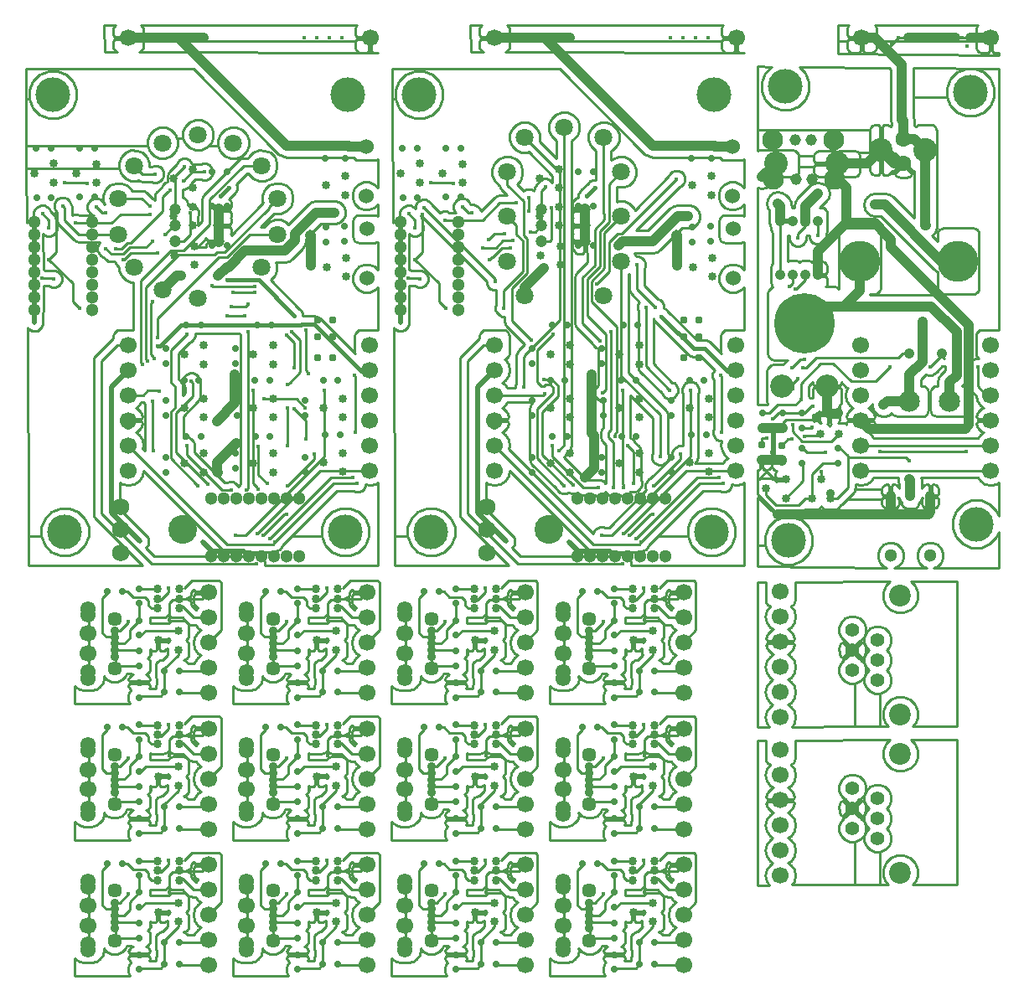
<source format=gtl>
%TF.GenerationSoftware,KiCad,Pcbnew,4.0.7*%
%TF.CreationDate,2017-11-16T22:38:46+08:00*%
%TF.ProjectId,nixie-tube-merged,6E697869652D747562652D6D65726765,rev?*%
%TF.FileFunction,Copper,L1,Top,Signal*%
%FSLAX46Y46*%
G04 Gerber Fmt 4.6, Leading zero omitted, Abs format (unit mm)*
G04 Created by KiCad (PCBNEW 4.0.7) date 11/16/17 22:38:46*
%MOMM*%
%LPD*%
G01*
G04 APERTURE LIST*
%ADD10C,0.100000*%
%ADD11C,1.450000*%
%ADD12C,1.550000*%
%ADD13C,1.700000*%
%ADD14C,0.453000*%
%ADD15C,2.200000*%
%ADD16C,1.400000*%
%ADD17C,0.775000*%
%ADD18C,3.500000*%
%ADD19C,1.800000*%
%ADD20C,0.850000*%
%ADD21C,0.700000*%
%ADD22C,1.300000*%
%ADD23C,2.900000*%
%ADD24C,1.750000*%
%ADD25C,1.524000*%
%ADD26C,1.000000*%
%ADD27C,0.400000*%
%ADD28C,2.100000*%
%ADD29C,1.150000*%
%ADD30C,1.600000*%
%ADD31C,0.600000*%
%ADD32C,0.875000*%
%ADD33C,0.855000*%
%ADD34C,1.200000*%
%ADD35C,2.349500*%
%ADD36C,6.096000*%
%ADD37C,2.400000*%
%ADD38C,1.075000*%
%ADD39C,4.150000*%
%ADD40C,1.050000*%
%ADD41C,2.150000*%
%ADD42C,0.900000*%
%ADD43C,0.250000*%
%ADD44C,0.254000*%
%ADD45C,1.000000*%
%ADD46C,0.500000*%
%ADD47C,0.400000*%
G04 APERTURE END LIST*
D10*
D11*
X9709990Y39300000D03*
X9709990Y34299980D03*
D12*
X7009990Y40300000D03*
X7009990Y33299980D03*
D13*
X19199990Y41949980D03*
X19199990Y39409980D03*
X19199990Y36869980D03*
X19199990Y34329980D03*
X19199990Y31789980D03*
D14*
X15149980Y42379980D03*
X13419990Y35719990D03*
X11119990Y38979980D03*
X15270000Y39200000D03*
D11*
X9709990Y25549990D03*
X9709990Y20550000D03*
D12*
X7009990Y26549990D03*
X7009990Y19550000D03*
D13*
X19199990Y28199990D03*
X19199990Y25659990D03*
X19199990Y23119990D03*
X19199990Y20579990D03*
X19199990Y18039990D03*
D14*
X15149980Y28629990D03*
X13419990Y21969980D03*
X11119990Y25230000D03*
X15270000Y25449990D03*
D11*
X9709990Y11799980D03*
X9709990Y6799990D03*
D12*
X7009990Y12800000D03*
X7009990Y5799990D03*
D13*
X19199990Y14449980D03*
X19199990Y11909980D03*
X19199990Y9369980D03*
X19199990Y6829980D03*
X19199990Y4289980D03*
D14*
X15149980Y14879980D03*
X13419990Y8220000D03*
X11119990Y11479990D03*
X15270000Y11699980D03*
D11*
X25709980Y39300000D03*
X25709980Y34299980D03*
D12*
X23009990Y40300000D03*
X23009990Y33299980D03*
D13*
X35199980Y41949980D03*
X35199980Y39409980D03*
X35199980Y36869980D03*
X35199980Y34329980D03*
X35199980Y31789980D03*
D14*
X31149980Y42379980D03*
X29419980Y35719990D03*
X27119990Y38979980D03*
X31269990Y39200000D03*
D11*
X25709980Y25549990D03*
X25709980Y20550000D03*
D12*
X23009990Y26549990D03*
X23009990Y19550000D03*
D13*
X35199980Y28199990D03*
X35199980Y25659990D03*
X35199980Y23119990D03*
X35199980Y20579990D03*
X35199980Y18039990D03*
D14*
X31149980Y28629990D03*
X29419980Y21969980D03*
X27119990Y25230000D03*
X31269990Y25449990D03*
D11*
X25709980Y11799980D03*
X25709980Y6799990D03*
D12*
X23009990Y12800000D03*
X23009990Y5799990D03*
D13*
X35199980Y14449980D03*
X35199980Y11909980D03*
X35199980Y9369980D03*
X35199980Y6829980D03*
X35199980Y4289980D03*
D14*
X31149980Y14879980D03*
X29419980Y8220000D03*
X27119990Y11479990D03*
X31269990Y11699980D03*
D11*
X41709980Y39300000D03*
X41709980Y34299980D03*
D12*
X39009980Y40300000D03*
X39009980Y33299980D03*
D13*
X51200000Y41949980D03*
X51200000Y39409980D03*
X51200000Y36869980D03*
X51200000Y34329980D03*
X51200000Y31789980D03*
D14*
X47149990Y42379980D03*
X45419980Y35719990D03*
X43119980Y38979980D03*
X47269980Y39200000D03*
D11*
X41709980Y25549990D03*
X41709980Y20550000D03*
D12*
X39009980Y26549990D03*
X39009980Y19550000D03*
D13*
X51200000Y28199990D03*
X51200000Y25659990D03*
X51200000Y23119990D03*
X51200000Y20579990D03*
X51200000Y18039990D03*
D14*
X47149990Y28629990D03*
X45419980Y21969980D03*
X43119980Y25230000D03*
X47269980Y25449990D03*
D11*
X41709980Y11799980D03*
X41709980Y6799990D03*
D12*
X39009980Y12800000D03*
X39009980Y5799990D03*
D13*
X51200000Y14449980D03*
X51200000Y11909980D03*
X51200000Y9369980D03*
X51200000Y6829980D03*
X51200000Y4289980D03*
D14*
X47149990Y14879980D03*
X45419980Y8220000D03*
X43119980Y11479990D03*
X47269980Y11699980D03*
D11*
X57709990Y39300000D03*
X57709990Y34299980D03*
D12*
X55010000Y40300000D03*
X55010000Y33299980D03*
D13*
X67199990Y41949980D03*
X67199990Y39409980D03*
X67199990Y36869980D03*
X67199990Y34329980D03*
X67199990Y31789980D03*
D14*
X63149990Y42379980D03*
X61419990Y35719990D03*
X59120000Y38979980D03*
X63269980Y39200000D03*
D11*
X57709990Y25549990D03*
X57709990Y20550000D03*
D12*
X55010000Y26549990D03*
X55010000Y19550000D03*
D13*
X67199990Y28199990D03*
X67199990Y25659990D03*
X67199990Y23119990D03*
X67199990Y20579990D03*
X67199990Y18039990D03*
D14*
X63149990Y28629990D03*
X61419990Y21969980D03*
X59120000Y25230000D03*
X63269980Y25449990D03*
D11*
X57709990Y11799980D03*
X57709990Y6799990D03*
D12*
X55010000Y12800000D03*
X55010000Y5799990D03*
D13*
X67199990Y14449980D03*
X67199990Y11909980D03*
X67199990Y9369980D03*
X67199990Y6829980D03*
X67199990Y4289980D03*
D14*
X63149990Y14879980D03*
X61419990Y8220000D03*
X59120000Y11479990D03*
X63269980Y11699980D03*
D15*
X89109980Y13649990D03*
X89109980Y25649990D03*
D16*
X86809990Y17110000D03*
X84269990Y18124980D03*
X86809990Y19139990D03*
X84269990Y20154980D03*
X86809990Y21169990D03*
X84269990Y22184970D03*
D13*
X77000000Y26049990D03*
X77000000Y23509990D03*
X77000000Y20969990D03*
X77000000Y18429990D03*
X77000000Y15889990D03*
X77000000Y13349990D03*
D15*
X89109980Y29649980D03*
X89109980Y41649980D03*
D16*
X86809990Y33109990D03*
X84269990Y34124980D03*
X86809990Y35139990D03*
X84269990Y36155000D03*
X86809990Y37169980D03*
X84269990Y38184990D03*
D13*
X77000000Y42049980D03*
X77000000Y39509980D03*
X77000000Y36969980D03*
X77000000Y34429980D03*
X77000000Y31889980D03*
X77000000Y29349980D03*
D17*
X31750000Y69499990D03*
X30249980Y69499990D03*
D18*
X33299980Y92299990D03*
X3499990Y92299990D03*
X4699990Y48099980D03*
X33029980Y48099980D03*
D19*
X18143140Y88214200D03*
X14563600Y87397180D03*
X11693040Y85107980D03*
X10099980Y81799990D03*
X10099980Y78128390D03*
X11693040Y74820400D03*
X14563600Y72531200D03*
X18143140Y71714180D03*
X24593250Y74820400D03*
X26186310Y78128390D03*
X26186310Y81799990D03*
X24593250Y85107980D03*
X21722690Y87397180D03*
D20*
X3599990Y85299980D03*
X3599990Y83399990D03*
X1600000Y84350000D03*
D17*
X30249980Y65649980D03*
X31750000Y65649980D03*
D13*
X11099980Y97999980D03*
D20*
X7874990Y85274990D03*
X7874990Y83374990D03*
X5874990Y84324980D03*
X25749990Y66949980D03*
X25749990Y65049980D03*
X23749990Y66000000D03*
X18749980Y55999990D03*
X18749980Y54099990D03*
X16749980Y55049980D03*
X18749980Y61574980D03*
X18749980Y59674990D03*
X16749980Y60625000D03*
X32799990Y56075000D03*
X32799990Y54175000D03*
X30799990Y55124990D03*
X18749980Y66949980D03*
X18749980Y65049980D03*
X16749980Y66000000D03*
X25749990Y55999990D03*
X25749990Y54099990D03*
X23749990Y55049980D03*
X32799990Y61574980D03*
X32799990Y59674990D03*
X30799990Y60625000D03*
X25749990Y61574980D03*
X25749990Y59674990D03*
X23749990Y60625000D03*
X17749980Y76949990D03*
X17749980Y75049990D03*
X15749980Y75999980D03*
X17649980Y80949980D03*
X17649980Y79049980D03*
X15649980Y79999990D03*
X17649980Y84750000D03*
X17649980Y82850000D03*
X15649980Y83799980D03*
X33150000Y75799980D03*
X33150000Y73899980D03*
X31149980Y74849990D03*
D21*
X7724980Y81924980D03*
X6224980Y81924980D03*
X3349980Y81849980D03*
X1849980Y81849980D03*
X28999990Y55649980D03*
X28999990Y54149980D03*
X21949990Y66599990D03*
X21949990Y65100000D03*
X14949980Y55575000D03*
X14949980Y54075000D03*
X14949980Y61374990D03*
X14949980Y59874990D03*
X14949980Y66599990D03*
X14949980Y65100000D03*
X28999990Y61374990D03*
X28999990Y59874990D03*
X21099980Y77000000D03*
X19599990Y77000000D03*
X21099980Y81049980D03*
X19599990Y81049980D03*
X21099980Y84499980D03*
X19599990Y84499980D03*
X7674990Y86825000D03*
X6174990Y86825000D03*
X24099980Y68999990D03*
X25600000Y68999990D03*
X1800000Y86849990D03*
X3299990Y86849990D03*
X16949980Y57750000D03*
X18449980Y57750000D03*
X16749980Y63374980D03*
X18249980Y63374980D03*
X30999990Y57874990D03*
X32499990Y57874990D03*
X16949980Y68999990D03*
X18449980Y68999990D03*
X23949990Y57724980D03*
X25449990Y57724980D03*
X30799990Y63374980D03*
X32299990Y63374980D03*
X23899980Y63374980D03*
X25400000Y63374980D03*
X31049980Y77400000D03*
X31049980Y78899990D03*
X32950000Y78949980D03*
X32950000Y77449980D03*
D22*
X19489980Y51430000D03*
X20759980Y51430000D03*
X22029980Y51430000D03*
X23299980Y51430000D03*
X24569980Y51430000D03*
X25839980Y51430000D03*
X27109980Y51430000D03*
X27109980Y45580000D03*
X25839980Y45580000D03*
X24569980Y45580000D03*
X23299980Y45580000D03*
X22029980Y45580000D03*
X20759980Y45580000D03*
X19489980Y45580000D03*
X28379980Y51430000D03*
X28379980Y45580000D03*
X7499990Y79419980D03*
X7499990Y78149980D03*
X7499990Y76879980D03*
X7499990Y75609980D03*
X7499990Y74339980D03*
X7499990Y73069980D03*
X7499990Y71799980D03*
X1649980Y71799980D03*
X1649980Y73069980D03*
X1649980Y74339980D03*
X1649980Y75609980D03*
X1649980Y76879980D03*
X1649980Y78149980D03*
X1649980Y79419980D03*
X7499990Y70529980D03*
X1649980Y70529980D03*
D20*
X33050000Y84050000D03*
X33050000Y82149980D03*
X31049980Y83099990D03*
D21*
X30999990Y85799980D03*
X30999990Y87299980D03*
X32999980Y87299980D03*
X32999980Y85799980D03*
D13*
X11099980Y66999990D03*
X11099980Y64459990D03*
X11099980Y61919990D03*
X11099980Y59379990D03*
X11099980Y56839990D03*
X11099980Y54299990D03*
D17*
X31750000Y67799990D03*
X30249980Y67799990D03*
D21*
X21949990Y55999990D03*
X21949990Y54499990D03*
X22099980Y61374990D03*
X22099980Y59874990D03*
D23*
X16599990Y48299980D03*
D24*
X10299980Y48299980D03*
X10299980Y50599980D03*
X10299980Y45999980D03*
D13*
X35549990Y97999980D03*
X35499980Y66999990D03*
X35499980Y64459990D03*
X35499980Y61919990D03*
X35499980Y59379990D03*
X35499980Y56839990D03*
X35499980Y54299990D03*
D25*
X35199980Y78700000D03*
X35199980Y73699980D03*
X35149990Y87049990D03*
X35149990Y82049980D03*
D26*
X20094980Y59279990D03*
X21890000Y63989990D03*
X20199990Y54099990D03*
D14*
X27135020Y49864950D03*
X24725730Y47765670D03*
X3849980Y80249980D03*
X18610000Y47069980D03*
X22779990Y46131510D03*
X6159980Y70699990D03*
X3089990Y75619990D03*
D27*
X6924980Y83299990D03*
X4624980Y83399990D03*
X29524990Y75025000D03*
X29499990Y78349980D03*
X21999980Y57049970D03*
X21109990Y73539990D03*
X1649980Y71279990D03*
D14*
X5789980Y79279980D03*
X13330000Y80149980D03*
X1589990Y78876500D03*
X1600000Y69259980D03*
D27*
X21254030Y82840420D03*
X20424980Y82011370D03*
X27900000Y69924980D03*
X16775000Y84974990D03*
X14800000Y78174980D03*
X17375000Y80299990D03*
X24099980Y47949990D03*
X25916100Y47022180D03*
X34239990Y52949980D03*
X24849990Y61549990D03*
X14239980Y62339980D03*
X28999990Y60649990D03*
D26*
X16449980Y73949990D03*
X31909990Y80349980D03*
X20169990Y73949990D03*
D14*
X28840000Y98024980D03*
X30110000Y98024980D03*
X31380000Y98024980D03*
X32650000Y98024980D03*
X18680000Y98024980D03*
X13600000Y97999980D03*
X14870000Y97999980D03*
X16199990Y97999980D03*
X10620150Y75600480D03*
X14070000Y76279980D03*
X8829980Y76719990D03*
X13569980Y77489990D03*
X15298470Y82655310D03*
X9849990Y76700000D03*
X7850000Y80919980D03*
X8850000Y80319980D03*
D27*
X4475000Y81049980D03*
X21668460Y72269990D03*
X27849980Y60549990D03*
X27849980Y64700000D03*
X29044270Y57469960D03*
X23844990Y72302370D03*
X13273760Y80976220D03*
X27140260Y67945180D03*
X19539990Y72929980D03*
X27200000Y56799990D03*
X27200000Y62949990D03*
X27208000Y60574990D03*
X23844990Y72902390D03*
X27636370Y68298870D03*
X13849990Y84250000D03*
X13730000Y65639980D03*
X13559990Y71320000D03*
X12555500Y64972900D03*
X13600000Y56299990D03*
X13549990Y61299980D03*
X13053970Y65330910D03*
X14024990Y67700860D03*
X29299990Y64100000D03*
X29010640Y68483580D03*
X22998100Y52279980D03*
X23169980Y68310000D03*
D14*
X2424990Y80228870D03*
X3049980Y78849980D03*
D27*
X21481060Y52279980D03*
X16989980Y56769990D03*
X17489980Y63309980D03*
X19139990Y52879980D03*
X27179980Y52719990D03*
X29919980Y55949980D03*
X16999990Y68019980D03*
X18139990Y52770000D03*
X24225000Y56729990D03*
X25130000Y52970000D03*
X21911230Y47741230D03*
X30910000Y62409980D03*
X24242500Y52426690D03*
X23699980Y62349990D03*
D14*
X23229980Y71129980D03*
X21520000Y70859980D03*
X22849990Y69959980D03*
X21124620Y69937680D03*
D27*
X12279990Y47109990D03*
X14024990Y66909370D03*
X32350000Y66599990D03*
X25449990Y47399980D03*
D14*
X24026500Y44899990D03*
D27*
X3570000Y73639980D03*
X2361110Y73769910D03*
X33799980Y53569510D03*
X33969990Y63879980D03*
X34039990Y58139990D03*
X18799990Y84474990D03*
X16649980Y83550000D03*
D19*
X60893150Y84464190D03*
X60893150Y79964180D03*
X60893150Y75464190D03*
X49393140Y84464190D03*
X49393140Y79964180D03*
X49393140Y75464190D03*
X51143150Y87964190D03*
X59143140Y87964190D03*
X51143150Y71964190D03*
X59143140Y71964190D03*
X55143150Y88964190D03*
D23*
X53599990Y48299980D03*
D24*
X47299980Y48299980D03*
X47299980Y50599980D03*
X47299980Y45999980D03*
D17*
X68749980Y67799990D03*
X67249980Y67799990D03*
D21*
X69999990Y87299980D03*
X69999990Y85799980D03*
X67999990Y85799980D03*
X67999990Y87299980D03*
D20*
X70050000Y84050000D03*
X70050000Y82149980D03*
X68049980Y83099990D03*
D22*
X44499990Y79419980D03*
X44499990Y78149980D03*
X44499990Y76879980D03*
X44499990Y75609980D03*
X44499990Y74339980D03*
X44499990Y73069980D03*
X44499990Y71799980D03*
X38649990Y71799980D03*
X38649990Y73069980D03*
X38649990Y74339980D03*
X38649990Y75609980D03*
X38649990Y76879980D03*
X38649990Y78149980D03*
X38649990Y79419980D03*
X44499990Y70529980D03*
X38649990Y70529980D03*
X56489980Y51430000D03*
X57759980Y51430000D03*
X59029980Y51430000D03*
X60299980Y51430000D03*
X61569980Y51430000D03*
X62839980Y51430000D03*
X64109980Y51430000D03*
X64109980Y45580000D03*
X62839980Y45580000D03*
X61569980Y45580000D03*
X60299980Y45580000D03*
X59029980Y45580000D03*
X57759980Y45580000D03*
X56489980Y45580000D03*
X65379980Y51430000D03*
X65379980Y45580000D03*
D21*
X69950000Y78949980D03*
X69950000Y77449980D03*
X68049980Y77400000D03*
X68049980Y78899990D03*
X60899980Y63374980D03*
X62399980Y63374980D03*
X67799990Y63374980D03*
X69299990Y63374980D03*
X60949990Y57724980D03*
X62449990Y57724980D03*
X53949980Y68999990D03*
X55449980Y68999990D03*
X67999990Y57874990D03*
X69499990Y57874990D03*
X53749980Y63374980D03*
X55249980Y63374980D03*
X53949980Y57750000D03*
X55449980Y57750000D03*
X38800000Y86849990D03*
X40300000Y86849990D03*
X61099980Y68999990D03*
X62599980Y68999990D03*
X44674990Y86825000D03*
X43175000Y86825000D03*
X58099990Y84499980D03*
X56599990Y84499980D03*
X58099990Y81049980D03*
X56599990Y81049980D03*
X58099990Y77000000D03*
X56599990Y77000000D03*
X66000000Y61374990D03*
X66000000Y59874990D03*
X51949990Y66599990D03*
X51949990Y65100000D03*
X51949990Y61374990D03*
X51949990Y59874990D03*
X51949990Y55575000D03*
X51949990Y54075000D03*
X58950000Y66599990D03*
X58950000Y65100000D03*
X59099980Y61374990D03*
X59099980Y59874990D03*
X58950000Y55575000D03*
X58950000Y54075000D03*
X66000000Y55649980D03*
X66000000Y54149980D03*
X40349980Y81849980D03*
X38849990Y81849980D03*
X44724980Y81924980D03*
X43224980Y81924980D03*
D20*
X70150000Y75799980D03*
X70150000Y73899980D03*
X68149980Y74849990D03*
X54649980Y84750000D03*
X54649980Y82850000D03*
X52649980Y83799980D03*
X54649980Y80949980D03*
X54649980Y79049980D03*
X52649980Y79999990D03*
X54749980Y76949990D03*
X54749980Y75049990D03*
X52749980Y75999980D03*
X62749990Y61574980D03*
X62749990Y59674990D03*
X60749990Y60625000D03*
X69799990Y61574980D03*
X69799990Y59674990D03*
X67799990Y60625000D03*
X62749990Y55999990D03*
X62749990Y54099990D03*
X60749990Y55049980D03*
X55749980Y66949980D03*
X55749980Y65049980D03*
X53749980Y66000000D03*
X69799990Y56075000D03*
X69799990Y54175000D03*
X67799990Y55124990D03*
X55749980Y61574980D03*
X55749980Y59674990D03*
X53749980Y60625000D03*
X55749980Y55999990D03*
X55749980Y54099990D03*
X53749980Y55049980D03*
X62749990Y66949980D03*
X62749990Y65049980D03*
X60749990Y66000000D03*
X44874990Y85274990D03*
X44874990Y83374990D03*
X42875000Y84324980D03*
D17*
X67249980Y65649980D03*
X68749980Y65649980D03*
D20*
X40600000Y85299980D03*
X40600000Y83399990D03*
X38600000Y84350000D03*
D18*
X70029980Y48099980D03*
X41699990Y48099980D03*
X40500000Y92299990D03*
X70299990Y92299990D03*
D17*
X68749980Y69499990D03*
X67249980Y69499990D03*
D25*
X72150000Y87049990D03*
X72150000Y82049980D03*
X72199980Y78700000D03*
X72199980Y73699980D03*
D13*
X48099980Y66999990D03*
X48099980Y64459990D03*
X48099980Y61919990D03*
X48099980Y59379990D03*
X48099980Y56839990D03*
X48099980Y54299990D03*
X72499980Y66999990D03*
X72499980Y64459990D03*
X72499980Y61919990D03*
X72499980Y59379990D03*
X72499980Y56839990D03*
X72499980Y54299990D03*
X72549990Y97999980D03*
X48099980Y97999980D03*
D26*
X57950000Y58050000D03*
X57950000Y63989990D03*
X57230190Y53593370D03*
D14*
X40785010Y80185010D03*
X64135030Y49864950D03*
X61725730Y47765670D03*
X55610000Y47069980D03*
X59779990Y46131510D03*
X43159980Y70699990D03*
X40089990Y75619990D03*
D27*
X43924980Y83299990D03*
X41624990Y83399990D03*
X66524990Y75025000D03*
X66499990Y78349980D03*
D14*
X64349990Y70786500D03*
X38600000Y72343490D03*
X62499980Y75049990D03*
X43073500Y79606440D03*
X50299980Y81349980D03*
X38589990Y78876500D03*
X38600000Y69259980D03*
D27*
X58254040Y82840420D03*
X57424980Y82011370D03*
X53223490Y82939710D03*
X51774980Y78424990D03*
X53850010Y80824980D03*
X61099980Y47949990D03*
X62916100Y47022180D03*
X71239990Y52949980D03*
X53200000Y62079990D03*
D26*
X67699990Y79960140D03*
D14*
X60499980Y76900000D03*
D27*
X53083460Y74725000D03*
D14*
X65839980Y98024980D03*
X67109980Y98024980D03*
X68379980Y98024980D03*
X69649980Y98024980D03*
X55679980Y98024980D03*
X50599980Y97999980D03*
X51869980Y97999980D03*
X53200000Y97999980D03*
X49728930Y76769770D03*
X47599980Y75599980D03*
X49999980Y77500000D03*
X46946950Y76776200D03*
D27*
X51549990Y80524990D03*
D14*
X51549990Y81849980D03*
D27*
X49125020Y78200000D03*
D14*
X47498460Y77639010D03*
X44850000Y80919980D03*
X45850000Y80319980D03*
D27*
X48149990Y73364980D03*
X40949980Y80849980D03*
X64849980Y55699990D03*
X60282730Y57749950D03*
X59050000Y62149990D03*
X58799980Y67399990D03*
X54599990Y56299990D03*
X51044980Y62705010D03*
X51849990Y67449980D03*
X63399970Y70760010D03*
X65800000Y62399980D03*
X49049990Y70699990D03*
X59843140Y68310000D03*
X60101230Y52529970D03*
D14*
X39424990Y80228870D03*
X40049980Y78849980D03*
D27*
X53949980Y56799990D03*
X58609990Y52529970D03*
X53083410Y63466730D03*
X56036950Y52799560D03*
X64179980Y52719990D03*
X66919980Y55949980D03*
X53999990Y68019980D03*
X55140000Y52770000D03*
X61567750Y56783170D03*
X62129970Y52970000D03*
X58911240Y47741230D03*
X67910000Y62409980D03*
X61074990Y62349990D03*
X61139580Y52584070D03*
X58455180Y73174990D03*
X66499990Y83750000D03*
X64971220Y69871230D03*
X49279990Y47109990D03*
X69349980Y66599990D03*
X62449990Y47399980D03*
D14*
X61026500Y44899990D03*
D27*
X40570000Y73639980D03*
X39361080Y73769910D03*
X70799990Y53569510D03*
X70969990Y63879980D03*
X71039990Y58139990D03*
D28*
X76219990Y87699980D03*
X82419980Y87699980D03*
D29*
X78519990Y87699980D03*
X80119980Y87699980D03*
D28*
X76269980Y83680000D03*
X82469990Y83680000D03*
D29*
X78570000Y83680000D03*
X80169990Y83680000D03*
D18*
X96779990Y48879990D03*
X77800000Y47199980D03*
X96199990Y92499990D03*
X77500000Y93099990D03*
D30*
X89400000Y87825000D03*
X89400000Y85324980D03*
D22*
X88130000Y45689980D03*
X92129990Y45689980D03*
D13*
X85199980Y97999980D03*
X98249990Y66999990D03*
X98249990Y64459990D03*
X98249990Y61919990D03*
X98249990Y59379990D03*
X98249990Y56839990D03*
X98249990Y54299990D03*
X85099980Y66999990D03*
X85099980Y64459990D03*
X85099980Y61919990D03*
X85099980Y59379990D03*
X85099980Y56839990D03*
X85099980Y54299990D03*
X98249990Y97999980D03*
D14*
X78149980Y57450000D03*
X78161160Y64696520D03*
X79395420Y65534620D03*
X78495530Y72624490D03*
D31*
X82797830Y60088700D03*
D14*
X80249980Y60799980D03*
X80779980Y78049980D03*
X75619990Y57539990D03*
X76249990Y59499980D03*
D26*
X91699990Y79049980D03*
D27*
X80205960Y58655970D03*
X95874990Y97199980D03*
X94624980Y97999980D03*
X95350000Y97999980D03*
X96199990Y97999980D03*
X89924990Y97999980D03*
X88889990Y97999980D03*
X88225000Y97334980D03*
X87719990Y96829980D03*
D26*
X87409990Y60909990D03*
X91341450Y69351450D03*
X91349980Y67549980D03*
D27*
X79449980Y57750000D03*
X92099990Y64749980D03*
X88099980Y64749980D03*
D14*
X79048480Y61429980D03*
X77890500Y72870140D03*
D27*
X78200000Y58899980D03*
D14*
X78766420Y63580850D03*
D27*
X78220210Y62583950D03*
D14*
X79296080Y64682140D03*
D27*
X87049990Y56175000D03*
D14*
X96924980Y64749980D03*
D27*
X95759980Y56210000D03*
X81575000Y56153380D03*
X75125000Y83950000D03*
D31*
X86579990Y81149980D03*
X76730000Y81289980D03*
D27*
X90030000Y55249980D03*
D26*
X90030000Y53399990D03*
D27*
X81092240Y54134770D03*
X78749980Y77800000D03*
D14*
X80799990Y82289980D03*
D13*
X7009990Y35799980D03*
D32*
X9709990Y37449990D03*
X9709990Y38100000D03*
X9709990Y35499980D03*
X9709990Y36149990D03*
X9709990Y36799980D03*
D13*
X7009990Y37799980D03*
D12*
X7009990Y33899980D03*
X7009990Y39700000D03*
D20*
X16140000Y36179990D03*
X16140000Y38079980D03*
X14139980Y37129970D03*
D33*
X14070000Y42279980D03*
X14070000Y41329990D03*
X14070000Y40379980D03*
X16270000Y40379980D03*
X16270000Y42279980D03*
X16270000Y41329990D03*
D21*
X12219990Y42340000D03*
X12219990Y40840000D03*
X12219990Y37639980D03*
X12219990Y39139980D03*
X10479990Y42069990D03*
X8979990Y42069990D03*
X12219990Y34549990D03*
X12219990Y36049990D03*
X12219990Y32839990D03*
X12219990Y31339990D03*
X16279980Y31869990D03*
X14779980Y31869990D03*
X16279980Y34059980D03*
X14779980Y34059980D03*
D13*
X7009990Y22049990D03*
D32*
X9709990Y23699980D03*
X9709990Y24349990D03*
X9709990Y21749990D03*
X9709990Y22399980D03*
X9709990Y23049990D03*
D13*
X7009990Y24049990D03*
D12*
X7009990Y20150000D03*
X7009990Y25949990D03*
D20*
X16140000Y22429980D03*
X16140000Y24330000D03*
X14139980Y23379990D03*
D33*
X14070000Y28529990D03*
X14070000Y27579980D03*
X14070000Y26630000D03*
X16270000Y26630000D03*
X16270000Y28529990D03*
X16270000Y27579980D03*
D21*
X12219990Y28589990D03*
X12219990Y27089990D03*
X12219990Y23890000D03*
X12219990Y25389990D03*
X10479990Y28319980D03*
X8979990Y28319980D03*
X12219990Y20799980D03*
X12219990Y22299980D03*
X12219990Y19089980D03*
X12219990Y17589980D03*
X16279980Y18119980D03*
X14779980Y18119980D03*
X16279980Y20309990D03*
X14779980Y20309990D03*
D13*
X7009990Y8299980D03*
D32*
X9709990Y9949990D03*
X9709990Y10599980D03*
X9709990Y7999980D03*
X9709990Y8650000D03*
X9709990Y9299980D03*
D13*
X7009990Y10299980D03*
D12*
X7009990Y6399990D03*
X7009990Y12199980D03*
D20*
X16140000Y8679990D03*
X16140000Y10579990D03*
X14139980Y9629980D03*
D33*
X14070000Y14779980D03*
X14070000Y13830000D03*
X14070000Y12879980D03*
X16270000Y12879980D03*
X16270000Y14779980D03*
X16270000Y13830000D03*
D21*
X12219990Y14839980D03*
X12219990Y13339980D03*
X12219990Y10139980D03*
X12219990Y11639980D03*
X10479990Y14570000D03*
X8979990Y14570000D03*
X12219990Y7050000D03*
X12219990Y8550000D03*
X12219990Y5339990D03*
X12219990Y3840000D03*
X16279980Y4369990D03*
X14779980Y4369990D03*
X16279980Y6559980D03*
X14779980Y6559980D03*
D13*
X23009990Y35799980D03*
D32*
X25709980Y37449990D03*
X25709980Y38100000D03*
X25709980Y35499980D03*
X25709980Y36149990D03*
X25709980Y36799980D03*
D13*
X23009990Y37799980D03*
D12*
X23009990Y33899980D03*
X23009990Y39700000D03*
D20*
X32139990Y36179990D03*
X32139990Y38079980D03*
X30140000Y37129970D03*
D33*
X30069990Y42279980D03*
X30069990Y41329990D03*
X30069990Y40379980D03*
X32269990Y40379980D03*
X32269990Y42279980D03*
X32269990Y41329990D03*
D21*
X28219980Y42340000D03*
X28219980Y40840000D03*
X28219980Y37639980D03*
X28219980Y39139980D03*
X26479980Y42069990D03*
X24979990Y42069990D03*
X28219980Y34549990D03*
X28219980Y36049990D03*
X28219980Y32839990D03*
X28219980Y31339990D03*
X32280000Y31869990D03*
X30780000Y31869990D03*
X32280000Y34059980D03*
X30780000Y34059980D03*
D13*
X23009990Y22049990D03*
D32*
X25709980Y23699980D03*
X25709980Y24349990D03*
X25709980Y21749990D03*
X25709980Y22399980D03*
X25709980Y23049990D03*
D13*
X23009990Y24049990D03*
D12*
X23009990Y20150000D03*
X23009990Y25949990D03*
D20*
X32139990Y22429980D03*
X32139990Y24330000D03*
X30140000Y23379990D03*
D33*
X30069990Y28529990D03*
X30069990Y27579980D03*
X30069990Y26630000D03*
X32269990Y26630000D03*
X32269990Y28529990D03*
X32269990Y27579980D03*
D21*
X28219980Y28589990D03*
X28219980Y27089990D03*
X28219980Y23890000D03*
X28219980Y25389990D03*
X26479980Y28319980D03*
X24979990Y28319980D03*
X28219980Y20799980D03*
X28219980Y22299980D03*
X28219980Y19089980D03*
X28219980Y17589980D03*
X32280000Y18119980D03*
X30780000Y18119980D03*
X32280000Y20309990D03*
X30780000Y20309990D03*
D13*
X23009990Y8299980D03*
D32*
X25709980Y9949990D03*
X25709980Y10599980D03*
X25709980Y7999980D03*
X25709980Y8650000D03*
X25709980Y9299980D03*
D13*
X23009990Y10299980D03*
D12*
X23009990Y6399990D03*
X23009990Y12199980D03*
D20*
X32139990Y8679990D03*
X32139990Y10579990D03*
X30140000Y9629980D03*
D33*
X30069990Y14779980D03*
X30069990Y13830000D03*
X30069990Y12879980D03*
X32269990Y12879980D03*
X32269990Y14779980D03*
X32269990Y13830000D03*
D21*
X28219980Y14839980D03*
X28219980Y13339980D03*
X28219980Y10139980D03*
X28219980Y11639980D03*
X26479980Y14570000D03*
X24979990Y14570000D03*
X28219980Y7050000D03*
X28219980Y8550000D03*
X28219980Y5339990D03*
X28219980Y3840000D03*
X32280000Y4369990D03*
X30780000Y4369990D03*
X32280000Y6559980D03*
X30780000Y6559980D03*
D13*
X39009980Y35799980D03*
D32*
X41709980Y37449990D03*
X41709980Y38100000D03*
X41709980Y35499980D03*
X41709980Y36149990D03*
X41709980Y36799980D03*
D13*
X39009980Y37799980D03*
D12*
X39009980Y33899980D03*
X39009980Y39700000D03*
D20*
X48139990Y36179990D03*
X48139990Y38079980D03*
X46139990Y37129970D03*
D33*
X46069990Y42279980D03*
X46069990Y41329990D03*
X46069990Y40379980D03*
X48269980Y40379980D03*
X48269980Y42279980D03*
X48269980Y41329990D03*
D21*
X44219980Y42340000D03*
X44219980Y40840000D03*
X44219980Y37639980D03*
X44219980Y39139980D03*
X42479980Y42069990D03*
X40979980Y42069990D03*
X44219980Y34549990D03*
X44219980Y36049990D03*
X44219980Y32839990D03*
X44219980Y31339990D03*
X48279990Y31869990D03*
X46779990Y31869990D03*
X48279990Y34059980D03*
X46779990Y34059980D03*
D13*
X39009980Y22049990D03*
D32*
X41709980Y23699980D03*
X41709980Y24349990D03*
X41709980Y21749990D03*
X41709980Y22399980D03*
X41709980Y23049990D03*
D13*
X39009980Y24049990D03*
D12*
X39009980Y20150000D03*
X39009980Y25949990D03*
D20*
X48139990Y22429980D03*
X48139990Y24330000D03*
X46139990Y23379990D03*
D33*
X46069990Y28529990D03*
X46069990Y27579980D03*
X46069990Y26630000D03*
X48269980Y26630000D03*
X48269980Y28529990D03*
X48269980Y27579980D03*
D21*
X44219980Y28589990D03*
X44219980Y27089990D03*
X44219980Y23890000D03*
X44219980Y25389990D03*
X42479980Y28319980D03*
X40979980Y28319980D03*
X44219980Y20799980D03*
X44219980Y22299980D03*
X44219980Y19089980D03*
X44219980Y17589980D03*
X48279990Y18119980D03*
X46779990Y18119980D03*
X48279990Y20309990D03*
X46779990Y20309990D03*
D13*
X39009980Y8299980D03*
D32*
X41709980Y9949990D03*
X41709980Y10599980D03*
X41709980Y7999980D03*
X41709980Y8650000D03*
X41709980Y9299980D03*
D13*
X39009980Y10299980D03*
D12*
X39009980Y6399990D03*
X39009980Y12199980D03*
D20*
X48139990Y8679990D03*
X48139990Y10579990D03*
X46139990Y9629980D03*
D33*
X46069990Y14779980D03*
X46069990Y13830000D03*
X46069990Y12879980D03*
X48269980Y12879980D03*
X48269980Y14779980D03*
X48269980Y13830000D03*
D21*
X44219980Y14839980D03*
X44219980Y13339980D03*
X44219980Y10139980D03*
X44219980Y11639980D03*
X42479980Y14570000D03*
X40979980Y14570000D03*
X44219980Y7050000D03*
X44219980Y8550000D03*
X44219980Y5339990D03*
X44219980Y3840000D03*
X48279990Y4369990D03*
X46779990Y4369990D03*
X48279990Y6559980D03*
X46779990Y6559980D03*
D13*
X55010000Y35799980D03*
D32*
X57709990Y37449990D03*
X57709990Y38100000D03*
X57709990Y35499980D03*
X57709990Y36149990D03*
X57709990Y36799980D03*
D13*
X55010000Y37799980D03*
D12*
X55010000Y33899980D03*
X55010000Y39700000D03*
D20*
X64139980Y36179990D03*
X64139980Y38079980D03*
X62139980Y37129970D03*
D33*
X62069980Y42279980D03*
X62069980Y41329990D03*
X62069980Y40379980D03*
X64269980Y40379980D03*
X64269980Y42279980D03*
X64269980Y41329990D03*
D21*
X60220000Y42340000D03*
X60220000Y40840000D03*
X60220000Y37639980D03*
X60220000Y39139980D03*
X58479990Y42069990D03*
X56980000Y42069990D03*
X60220000Y34549990D03*
X60220000Y36049990D03*
X60220000Y32839990D03*
X60220000Y31339990D03*
X64279980Y31869990D03*
X62779990Y31869990D03*
X64279980Y34059980D03*
X62779990Y34059980D03*
D13*
X55010000Y22049990D03*
D32*
X57709990Y23699980D03*
X57709990Y24349990D03*
X57709990Y21749990D03*
X57709990Y22399980D03*
X57709990Y23049990D03*
D13*
X55010000Y24049990D03*
D12*
X55010000Y20150000D03*
X55010000Y25949990D03*
D20*
X64139980Y22429980D03*
X64139980Y24330000D03*
X62139980Y23379990D03*
D33*
X62069980Y28529990D03*
X62069980Y27579980D03*
X62069980Y26630000D03*
X64269980Y26630000D03*
X64269980Y28529990D03*
X64269980Y27579980D03*
D21*
X60220000Y28589990D03*
X60220000Y27089990D03*
X60220000Y23890000D03*
X60220000Y25389990D03*
X58479990Y28319980D03*
X56980000Y28319980D03*
X60220000Y20799980D03*
X60220000Y22299980D03*
X60220000Y19089980D03*
X60220000Y17589980D03*
X64279980Y18119980D03*
X62779990Y18119980D03*
X64279980Y20309990D03*
X62779990Y20309990D03*
D13*
X55010000Y8299980D03*
D32*
X57709990Y9949990D03*
X57709990Y10599980D03*
X57709990Y7999980D03*
X57709990Y8650000D03*
X57709990Y9299980D03*
D13*
X55010000Y10299980D03*
D12*
X55010000Y6399990D03*
X55010000Y12199980D03*
D20*
X64139980Y8679990D03*
X64139980Y10579990D03*
X62139980Y9629980D03*
D33*
X62069980Y14779980D03*
X62069980Y13830000D03*
X62069980Y12879980D03*
X64269980Y12879980D03*
X64269980Y14779980D03*
X64269980Y13830000D03*
D21*
X60220000Y14839980D03*
X60220000Y13339980D03*
X60220000Y10139980D03*
X60220000Y11639980D03*
X58479990Y14570000D03*
X56980000Y14570000D03*
X60220000Y7050000D03*
X60220000Y8550000D03*
X60220000Y5339990D03*
X60220000Y3840000D03*
X64279980Y4369990D03*
X62779990Y4369990D03*
X64279980Y6559980D03*
X62779990Y6559980D03*
D34*
X20250000Y80649980D03*
X20250000Y79049980D03*
X15849980Y80649980D03*
X15849980Y79049980D03*
X15849980Y77449980D03*
X20250000Y77449980D03*
X57250000Y80649980D03*
X57250000Y79049980D03*
X52849980Y80649980D03*
X52849980Y79049980D03*
X52849980Y77449980D03*
X57250000Y77449980D03*
D35*
X77127990Y62799980D03*
D36*
X79413990Y69149980D03*
D35*
X81699990Y62799980D03*
D37*
X87149990Y86699980D03*
X91649980Y86699980D03*
X76519990Y85299980D03*
X82719980Y85299980D03*
D20*
X90130000Y51689990D03*
X92129990Y51689990D03*
X88130000Y51689990D03*
D38*
X76994990Y74049990D03*
X78264990Y74049990D03*
X79534990Y74049990D03*
X80804990Y74049990D03*
X80804990Y79449980D03*
X79534990Y79449980D03*
X78264990Y79449980D03*
X76994990Y79449980D03*
D39*
X94959980Y75449990D03*
X84999980Y75449990D03*
D20*
X80999990Y57999990D03*
X82899990Y57999990D03*
X81949980Y59999980D03*
D40*
X90049990Y66099990D03*
X93349980Y66099990D03*
D41*
X90049990Y61299980D03*
X94049980Y61299980D03*
D17*
X77149990Y55299990D03*
X77149990Y56799990D03*
X75099980Y55349980D03*
X75099980Y56849980D03*
D21*
X75199980Y60074990D03*
X75199980Y58574990D03*
X79199990Y58574990D03*
X79199990Y60074990D03*
X77200000Y60074990D03*
X77200000Y58574990D03*
D20*
X77549980Y51500000D03*
X77549980Y53399990D03*
X75549990Y52449980D03*
D21*
X79199990Y55049980D03*
X79199990Y56549980D03*
X82799990Y56549980D03*
X82799990Y55049980D03*
D20*
X80149980Y51449990D03*
X82049980Y51449990D03*
X81099990Y53449980D03*
D42*
X82049980Y52000000D03*
D43*
X15149980Y41955720D02*
X15149980Y42379980D01*
X14404260Y41209980D02*
X15149980Y41955720D01*
X14209980Y41209980D02*
X14404260Y41209980D01*
X12199980Y34549990D02*
X10029980Y34549990D01*
X10029980Y34549990D02*
X9790000Y34309990D01*
X9790000Y34309990D02*
X9790000Y35509990D01*
X7089980Y39709980D02*
X7089980Y40309980D01*
X7089980Y37809980D02*
X7089980Y39709980D01*
X7089980Y35809990D02*
X7089980Y37809980D01*
X7089980Y33909990D02*
X7089980Y35809990D01*
X7089980Y33309990D02*
X7089980Y33909990D01*
X19199990Y31789980D02*
X16359990Y31789980D01*
X16359990Y31789980D02*
X16279980Y31869990D01*
X9790000Y37460000D02*
X8864980Y37460000D01*
X8864980Y37460000D02*
X8479990Y37844980D01*
X8479990Y37844980D02*
X8479990Y41370000D01*
X8479990Y41370000D02*
X8979990Y41870000D01*
X8979990Y41870000D02*
X8979990Y42069990D01*
X10264980Y38109980D02*
X11119990Y38965000D01*
X9790000Y38109980D02*
X10264980Y38109980D01*
X11119990Y38965000D02*
X11119990Y38979980D01*
X15629990Y41209980D02*
X15270000Y40849980D01*
X16409970Y41209980D02*
X15629990Y41209980D01*
X15270000Y39624250D02*
X15270000Y39200000D01*
X15270000Y40849980D02*
X15270000Y39624250D01*
X16409970Y41209980D02*
X16470000Y41270000D01*
X16470000Y41270000D02*
X18519980Y41270000D01*
X18519980Y41270000D02*
X19199990Y41949980D01*
X18699990Y41449980D02*
X19199990Y41949980D01*
X19059980Y41809970D02*
X19199990Y41949980D01*
X12199980Y36049990D02*
X12130000Y36119990D01*
X12130000Y36119990D02*
X9829980Y36119990D01*
X9829980Y36119990D02*
X9790000Y36160000D01*
X11269980Y37364970D02*
X11269980Y38189990D01*
X10714990Y36809980D02*
X11269980Y37364970D01*
X11269980Y38189990D02*
X12219990Y39139980D01*
X9790000Y36809980D02*
X10714990Y36809980D01*
X12199980Y40840000D02*
X12199980Y39159990D01*
X12199980Y39159990D02*
X12219990Y39139980D01*
X11939980Y40799990D02*
X11949990Y40809980D01*
X19199990Y39409980D02*
X17684980Y39409980D01*
X17684980Y39409980D02*
X16594990Y40500000D01*
X16594990Y40500000D02*
X16389990Y40500000D01*
X19199990Y36869980D02*
X20459980Y38130000D01*
X20459980Y38130000D02*
X20459980Y42999990D01*
X20459980Y42999990D02*
X20269990Y43189980D01*
X20269990Y43189980D02*
X17569990Y43189980D01*
X17569990Y43189980D02*
X16789980Y42410000D01*
X16299990Y34059980D02*
X18929990Y34059980D01*
X18929990Y34059980D02*
X19199990Y34329980D01*
X19199990Y34329980D02*
X18849980Y34679990D01*
X18769990Y33899980D02*
X19199990Y34329980D01*
X19199990Y34329980D02*
X19199990Y34232980D01*
X14779980Y31869990D02*
X14379980Y31469990D01*
X14379980Y31469990D02*
X12209980Y31469990D01*
X12209980Y31469990D02*
X12179990Y31439990D01*
X14779980Y31869990D02*
X14779980Y34039990D01*
X14779980Y34039990D02*
X14800000Y34059980D01*
X16140000Y36179990D02*
X16140000Y35669980D01*
X16140000Y35669980D02*
X14770000Y34299980D01*
X14770000Y34299980D02*
X14770000Y34239990D01*
X16140000Y38079980D02*
X12849990Y38079980D01*
X12849990Y38079980D02*
X12409980Y37639980D01*
X12409980Y37639980D02*
X12349990Y37639980D01*
X12349990Y37639980D02*
X12219990Y37639980D01*
X12199980Y42340000D02*
X12260000Y42279980D01*
X12260000Y42279980D02*
X14089990Y42279980D01*
X14089990Y42279980D02*
X14209980Y42159990D01*
X10479990Y42069990D02*
X10979990Y42069990D01*
X10979990Y42069990D02*
X11569980Y41479980D01*
X11569980Y41479980D02*
X12809980Y41479980D01*
X12809980Y41479980D02*
X13159990Y41129990D01*
X13159990Y40659990D02*
X13439980Y40379980D01*
X13159990Y41129990D02*
X13159990Y40659990D01*
X13439980Y40379980D02*
X14070000Y40379980D01*
D10*
X17035300Y41351840D02*
X17035300Y41351840D01*
D44*
X17035300Y41351840D02*
X17198720Y41456990D01*
X17198720Y41456990D02*
X17276240Y41456990D01*
X17276240Y41456990D02*
X17434990Y41615740D01*
X17434990Y41615740D02*
X17434990Y41781300D01*
X17434990Y41781300D02*
X17419730Y41818150D01*
X17419730Y41818150D02*
X17447440Y41954980D01*
X17447440Y41954980D02*
X17447440Y41992630D01*
X17447440Y41992630D02*
X17714980Y42260190D01*
X17714980Y42260190D02*
X17714980Y42235730D01*
X17714980Y42235730D02*
X17873730Y42076980D01*
X17873730Y42076980D02*
X19072990Y42076980D01*
X19072990Y42076980D02*
X19072990Y42096990D01*
X19072990Y42096990D02*
X19326990Y42096990D01*
X19326990Y42096990D02*
X19326990Y42076980D01*
X19326990Y42076980D02*
X19346980Y42076980D01*
X19346980Y42076980D02*
X19346980Y41822980D01*
X19346980Y41822980D02*
X19326990Y41822980D01*
X19326990Y41822980D02*
X19326990Y41802990D01*
X19326990Y41802990D02*
X19072990Y41802990D01*
X19072990Y41802990D02*
X19072990Y41822980D01*
X19072990Y41822980D02*
X17873730Y41822980D01*
X17873730Y41822980D02*
X17714980Y41664230D01*
X17714980Y41664230D02*
X17714980Y40973680D01*
X17714980Y40973680D02*
X17811650Y40740280D01*
X17811650Y40740280D02*
X17990290Y40561670D01*
X17990290Y40561670D02*
X18164760Y40489380D01*
X18164760Y40489380D02*
X18120840Y40460040D01*
X18120840Y40460040D02*
X17956170Y40213610D01*
X17956170Y40213610D02*
X17443400Y40726390D01*
X17443400Y40726390D02*
X17421070Y40845080D01*
X17421070Y40845080D02*
X17434990Y40878680D01*
X17434990Y40878680D02*
X17434990Y41044240D01*
X17434990Y41044240D02*
X17276240Y41202990D01*
X17276240Y41202990D02*
X17195930Y41202990D01*
X17195930Y41202990D02*
X17051880Y41301420D01*
X17051880Y41301420D02*
X16914880Y41329150D01*
X16914880Y41329150D02*
X17035300Y41351840D01*
D10*
X13539980Y39407540D02*
X13539980Y39407540D01*
D44*
X13539980Y39407540D02*
X14600000Y39407540D01*
X14600000Y39407540D02*
X14835300Y39451810D01*
X14835300Y39451810D02*
X15051430Y39590900D01*
X15051430Y39590900D02*
X15171220Y39766210D01*
X15171220Y39766210D02*
X15275890Y39603550D01*
X15275890Y39603550D02*
X15488110Y39458540D01*
X15488110Y39458540D02*
X15740000Y39407540D01*
X15740000Y39407540D02*
X16612620Y39407540D01*
X16612620Y39407540D02*
X17147590Y38872590D01*
X17147590Y38872590D02*
X17394150Y38707850D01*
X17394150Y38707850D02*
X17684980Y38649990D01*
X17684980Y38649990D02*
X17927040Y38649990D01*
X17927040Y38649990D02*
X18120840Y38359940D01*
X18120840Y38359940D02*
X18450000Y38139980D01*
X18450000Y38139980D02*
X18120840Y37920040D01*
X18120840Y37920040D02*
X17798920Y37438280D01*
X17798920Y37438280D02*
X17685890Y36869980D01*
X17685890Y36869980D02*
X17798920Y36301710D01*
X17798920Y36301710D02*
X18120840Y35819940D01*
X18120840Y35819940D02*
X18450000Y35599980D01*
X18450000Y35599980D02*
X18120840Y35380040D01*
X18120840Y35380040D02*
X17798920Y34898280D01*
X17798920Y34898280D02*
X17783350Y34820000D01*
X17783350Y34820000D02*
X17085080Y34820000D01*
X17085080Y34820000D02*
X16994070Y34961420D01*
X16994070Y34961420D02*
X16781880Y35106410D01*
X16781880Y35106410D02*
X16673220Y35128430D01*
X16673220Y35128430D02*
X16677390Y35132590D01*
X16677390Y35132590D02*
X16689930Y35151360D01*
X16689930Y35151360D02*
X16825320Y35176820D01*
X16825320Y35176820D02*
X17041420Y35315910D01*
X17041420Y35315910D02*
X17186430Y35528100D01*
X17186430Y35528100D02*
X17237430Y35779990D01*
X17237430Y35779990D02*
X17237430Y36579990D01*
X17237430Y36579990D02*
X17193160Y36815290D01*
X17193160Y36815290D02*
X17054070Y37031420D01*
X17054070Y37031420D02*
X16908910Y37130610D01*
X16908910Y37130610D02*
X17041420Y37215900D01*
X17041420Y37215900D02*
X17186430Y37428090D01*
X17186430Y37428090D02*
X17237430Y37679990D01*
X17237430Y37679990D02*
X17237430Y38479980D01*
X17237430Y38479980D02*
X17193160Y38715320D01*
X17193160Y38715320D02*
X17054070Y38931420D01*
X17054070Y38931420D02*
X16841880Y39076430D01*
X16841880Y39076430D02*
X16589980Y39127430D01*
X16589980Y39127430D02*
X15689990Y39127430D01*
X15689990Y39127430D02*
X15454680Y39083160D01*
X15454680Y39083160D02*
X15238550Y38944070D01*
X15238550Y38944070D02*
X15167430Y38839980D01*
X15167430Y38839980D02*
X13307310Y38839980D01*
X13307310Y38839980D02*
X13317420Y38889990D01*
X13317420Y38889990D02*
X13317420Y39389990D01*
X13317420Y39389990D02*
X13305180Y39455090D01*
X13305180Y39455090D02*
X13539980Y39407540D01*
D10*
X5755670Y32426710D02*
X5755670Y32426710D01*
D44*
X5755670Y32426710D02*
X6156330Y32158990D01*
X6156330Y32158990D02*
X6628940Y32064990D01*
X6628940Y32064990D02*
X7391040Y32064990D01*
X7391040Y32064990D02*
X7863660Y32158990D01*
X7863660Y32158990D02*
X8264320Y32426710D01*
X8264320Y32426710D02*
X8532040Y32827370D01*
X8532040Y32827370D02*
X8626040Y33299980D01*
X8626040Y33299980D02*
X8607430Y33393560D01*
X8607430Y33393560D02*
X8607430Y33479460D01*
X8607430Y33479460D02*
X8938620Y33147710D01*
X8938620Y33147710D02*
X9438280Y32940220D01*
X9438280Y32940220D02*
X9979330Y32939760D01*
X9979330Y32939760D02*
X10479350Y33146370D01*
X10479350Y33146370D02*
X10862260Y33528610D01*
X10862260Y33528610D02*
X10970790Y33789980D01*
X10970790Y33789980D02*
X11391600Y33789980D01*
X11391600Y33789980D02*
X11518090Y33703560D01*
X11518090Y33703560D02*
X11567690Y33693510D01*
X11567690Y33693510D02*
X11410290Y33628300D01*
X11410290Y33628300D02*
X11231650Y33449690D01*
X11231650Y33449690D02*
X11134980Y33216290D01*
X11134980Y33216290D02*
X11134980Y33123730D01*
X11134980Y33123730D02*
X11293730Y32964980D01*
X11293730Y32964980D02*
X12092990Y32964980D01*
X12092990Y32964980D02*
X12092990Y32986980D01*
X12092990Y32986980D02*
X12346990Y32986980D01*
X12346990Y32986980D02*
X12346990Y32964980D01*
X12346990Y32964980D02*
X13146230Y32964980D01*
X13146230Y32964980D02*
X13304980Y33123730D01*
X13304980Y33123730D02*
X13304980Y33216290D01*
X13304980Y33216290D02*
X13208300Y33449690D01*
X13208300Y33449690D02*
X13029690Y33628300D01*
X13029690Y33628300D02*
X12877090Y33691530D01*
X12877090Y33691530D02*
X12905310Y33696830D01*
X12905310Y33696830D02*
X13121440Y33835900D01*
X13121440Y33835900D02*
X13266420Y34048090D01*
X13266420Y34048090D02*
X13317420Y34299980D01*
X13317420Y34299980D02*
X13317420Y34799980D01*
X13317420Y34799980D02*
X13273150Y35035310D01*
X13273150Y35035310D02*
X13134090Y35251440D01*
X13134090Y35251440D02*
X13064290Y35299120D01*
X13064290Y35299120D02*
X13121440Y35335900D01*
X13121440Y35335900D02*
X13266420Y35548090D01*
X13266420Y35548090D02*
X13317420Y35799980D01*
X13317420Y35799980D02*
X13317420Y36204530D01*
X13317420Y36204530D02*
X13330300Y36191670D01*
X13330300Y36191670D02*
X13563680Y36094970D01*
X13563680Y36094970D02*
X13854230Y36094970D01*
X13854230Y36094970D02*
X14012980Y36253720D01*
X14012980Y36253720D02*
X14012980Y37003000D01*
X14012980Y37003000D02*
X13992990Y37003000D01*
X13992990Y37003000D02*
X13992990Y37257000D01*
X13992990Y37257000D02*
X14012980Y37257000D01*
X14012980Y37257000D02*
X14012980Y37276990D01*
X14012980Y37276990D02*
X14266980Y37276990D01*
X14266980Y37276990D02*
X14266980Y37257000D01*
X14266980Y37257000D02*
X15066240Y37257000D01*
X15066240Y37257000D02*
X15129230Y37319990D01*
X15129230Y37319990D02*
X15167050Y37319990D01*
X15167050Y37319990D02*
X15225900Y37228550D01*
X15225900Y37228550D02*
X15371060Y37129360D01*
X15371060Y37129360D02*
X15238550Y37044070D01*
X15238550Y37044070D02*
X15151910Y36917300D01*
X15151910Y36917300D02*
X15066240Y37003000D01*
X15066240Y37003000D02*
X14266980Y37003000D01*
X14266980Y37003000D02*
X14266980Y36253720D01*
X14266980Y36253720D02*
X14425730Y36094970D01*
X14425730Y36094970D02*
X14716300Y36094970D01*
X14716300Y36094970D02*
X14949680Y36191670D01*
X14949680Y36191670D02*
X15042540Y36284510D01*
X15042540Y36284510D02*
X15042540Y35779990D01*
X15042540Y35779990D02*
X15063550Y35668360D01*
X15063550Y35668360D02*
X14552630Y35157440D01*
X14552630Y35157440D02*
X14529990Y35157440D01*
X14529990Y35157440D02*
X14294660Y35113140D01*
X14294660Y35113140D02*
X14078530Y34974070D01*
X14078530Y34974070D02*
X13933550Y34761880D01*
X13933550Y34761880D02*
X13882550Y34509990D01*
X13882550Y34509990D02*
X13882550Y33609990D01*
X13882550Y33609990D02*
X13926820Y33374660D01*
X13926820Y33374660D02*
X14019990Y33229880D01*
X14019990Y33229880D02*
X14019990Y32698390D01*
X14019990Y32698390D02*
X13933550Y32571870D01*
X13933550Y32571870D02*
X13882550Y32319980D01*
X13882550Y32319980D02*
X13882550Y32229980D01*
X13882550Y32229980D02*
X13208000Y32229980D01*
X13208000Y32229980D02*
X13208300Y32230290D01*
X13208300Y32230290D02*
X13304980Y32463690D01*
X13304980Y32463690D02*
X13304980Y32556250D01*
X13304980Y32556250D02*
X13146230Y32715000D01*
X13146230Y32715000D02*
X12346990Y32715000D01*
X12346990Y32715000D02*
X12346990Y32692980D01*
X12346990Y32692980D02*
X12092990Y32692980D01*
X12092990Y32692980D02*
X12092990Y32715000D01*
X12092990Y32715000D02*
X11293730Y32715000D01*
X11293730Y32715000D02*
X11134980Y32556250D01*
X11134980Y32556250D02*
X11134980Y32463690D01*
X11134980Y32463690D02*
X11231650Y32230290D01*
X11231650Y32230290D02*
X11372900Y32089040D01*
X11372900Y32089040D02*
X11318540Y32054090D01*
X11318540Y32054090D02*
X11173560Y31841870D01*
X11173560Y31841870D02*
X11122560Y31589980D01*
X11122560Y31589980D02*
X11122560Y31089980D01*
X11122560Y31089980D02*
X11166830Y30854680D01*
X11166830Y30854680D02*
X11266350Y30699990D01*
X11266350Y30699990D02*
X5710000Y30699990D01*
X5710000Y30699990D02*
X5710000Y32495060D01*
X5710000Y32495060D02*
X5755670Y32426710D01*
D43*
X15149980Y28205730D02*
X15149980Y28629990D01*
X14404260Y27459990D02*
X15149980Y28205730D01*
X14209980Y27459990D02*
X14404260Y27459990D01*
X12199980Y20799980D02*
X10029980Y20799980D01*
X10029980Y20799980D02*
X9790000Y20559980D01*
X9790000Y20559980D02*
X9790000Y21759980D01*
X7089980Y25959990D02*
X7089980Y26559990D01*
X7089980Y24060000D02*
X7089980Y25959990D01*
X7089980Y22059980D02*
X7089980Y24060000D01*
X7089980Y20159980D02*
X7089980Y22059980D01*
X7089980Y19559980D02*
X7089980Y20159980D01*
X19199990Y18039990D02*
X16359990Y18039990D01*
X16359990Y18039990D02*
X16279980Y18119980D01*
X9790000Y23709990D02*
X8864980Y23709990D01*
X8864980Y23709990D02*
X8479990Y24095000D01*
X8479990Y24095000D02*
X8479990Y27619990D01*
X8479990Y27619990D02*
X8979990Y28119980D01*
X8979990Y28119980D02*
X8979990Y28319980D01*
X10264980Y24360000D02*
X11119990Y25214990D01*
X9790000Y24360000D02*
X10264980Y24360000D01*
X11119990Y25214990D02*
X11119990Y25230000D01*
X15629990Y27459990D02*
X15270000Y27100000D01*
X16409970Y27459990D02*
X15629990Y27459990D01*
X15270000Y25874240D02*
X15270000Y25449990D01*
X15270000Y27100000D02*
X15270000Y25874240D01*
X16409970Y27459990D02*
X16470000Y27519990D01*
X16470000Y27519990D02*
X18519980Y27519990D01*
X18519980Y27519990D02*
X19199990Y28199990D01*
X18699990Y27700000D02*
X19199990Y28199990D01*
X19059980Y28059990D02*
X19199990Y28199990D01*
X12199980Y22299980D02*
X12130000Y22369980D01*
X12130000Y22369980D02*
X9829980Y22369980D01*
X9829980Y22369980D02*
X9790000Y22409990D01*
X11269980Y23614990D02*
X11269980Y24439980D01*
X10714990Y23060000D02*
X11269980Y23614990D01*
X11269980Y24439980D02*
X12219990Y25389990D01*
X9790000Y23060000D02*
X10714990Y23060000D01*
X12199980Y27089990D02*
X12199980Y25409980D01*
X12199980Y25409980D02*
X12219990Y25389990D01*
X11939980Y27049980D02*
X11949990Y27059990D01*
X19199990Y25659990D02*
X17684980Y25659990D01*
X17684980Y25659990D02*
X16594990Y26749980D01*
X16594990Y26749980D02*
X16389990Y26749980D01*
X19199990Y23119990D02*
X20459980Y24379990D01*
X20459980Y24379990D02*
X20459980Y29249980D01*
X20459980Y29249980D02*
X20269990Y29440000D01*
X20269990Y29440000D02*
X17569990Y29440000D01*
X17569990Y29440000D02*
X16789980Y28659990D01*
X16299990Y20309990D02*
X18929990Y20309990D01*
X18929990Y20309990D02*
X19199990Y20579990D01*
X19199990Y20579990D02*
X18849980Y20929980D01*
X18769990Y20150000D02*
X19199990Y20579990D01*
X19199990Y20579990D02*
X19199990Y20482990D01*
X14779980Y18119980D02*
X14379980Y17719980D01*
X14379980Y17719980D02*
X12209980Y17719980D01*
X12209980Y17719980D02*
X12179990Y17689980D01*
X14779980Y18119980D02*
X14779980Y20289980D01*
X14779980Y20289980D02*
X14800000Y20309990D01*
X16140000Y22429980D02*
X16140000Y21920000D01*
X16140000Y21920000D02*
X14770000Y20550000D01*
X14770000Y20550000D02*
X14770000Y20489980D01*
X16140000Y24330000D02*
X12849990Y24330000D01*
X12849990Y24330000D02*
X12409980Y23890000D01*
X12409980Y23890000D02*
X12349990Y23890000D01*
X12349990Y23890000D02*
X12219990Y23890000D01*
X12199980Y28589990D02*
X12260000Y28529990D01*
X12260000Y28529990D02*
X14089990Y28529990D01*
X14089990Y28529990D02*
X14209980Y28409980D01*
X10479990Y28319980D02*
X10979990Y28319980D01*
X10979990Y28319980D02*
X11569980Y27729990D01*
X11569980Y27729990D02*
X12809980Y27729990D01*
X12809980Y27729990D02*
X13159990Y27379980D01*
X13159990Y26909980D02*
X13439980Y26630000D01*
X13159990Y27379980D02*
X13159990Y26909980D01*
X13439980Y26630000D02*
X14070000Y26630000D01*
D10*
X17035300Y27601820D02*
X17035300Y27601820D01*
D44*
X17035300Y27601820D02*
X17198720Y27706980D01*
X17198720Y27706980D02*
X17276240Y27706980D01*
X17276240Y27706980D02*
X17434990Y27865730D01*
X17434990Y27865730D02*
X17434990Y28031290D01*
X17434990Y28031290D02*
X17419730Y28068170D01*
X17419730Y28068170D02*
X17447440Y28205000D01*
X17447440Y28205000D02*
X17447440Y28242620D01*
X17447440Y28242620D02*
X17714980Y28510180D01*
X17714980Y28510180D02*
X17714980Y28485740D01*
X17714980Y28485740D02*
X17873730Y28326990D01*
X17873730Y28326990D02*
X19072990Y28326990D01*
X19072990Y28326990D02*
X19072990Y28346980D01*
X19072990Y28346980D02*
X19326990Y28346980D01*
X19326990Y28346980D02*
X19326990Y28326990D01*
X19326990Y28326990D02*
X19346980Y28326990D01*
X19346980Y28326990D02*
X19346980Y28072990D01*
X19346980Y28072990D02*
X19326990Y28072990D01*
X19326990Y28072990D02*
X19326990Y28052980D01*
X19326990Y28052980D02*
X19072990Y28052980D01*
X19072990Y28052980D02*
X19072990Y28072990D01*
X19072990Y28072990D02*
X17873730Y28072990D01*
X17873730Y28072990D02*
X17714980Y27914240D01*
X17714980Y27914240D02*
X17714980Y27223670D01*
X17714980Y27223670D02*
X17811650Y26990290D01*
X17811650Y26990290D02*
X17990290Y26811660D01*
X17990290Y26811660D02*
X18164760Y26739390D01*
X18164760Y26739390D02*
X18120840Y26710030D01*
X18120840Y26710030D02*
X17956170Y26463600D01*
X17956170Y26463600D02*
X17443400Y26976370D01*
X17443400Y26976370D02*
X17421070Y27095070D01*
X17421070Y27095070D02*
X17434990Y27128670D01*
X17434990Y27128670D02*
X17434990Y27294230D01*
X17434990Y27294230D02*
X17276240Y27452980D01*
X17276240Y27452980D02*
X17195930Y27452980D01*
X17195930Y27452980D02*
X17051880Y27551430D01*
X17051880Y27551430D02*
X16914880Y27579170D01*
X16914880Y27579170D02*
X17035300Y27601820D01*
D10*
X13539980Y25657560D02*
X13539980Y25657560D01*
D44*
X13539980Y25657560D02*
X14600000Y25657560D01*
X14600000Y25657560D02*
X14835300Y25701830D01*
X14835300Y25701830D02*
X15051430Y25840890D01*
X15051430Y25840890D02*
X15171220Y26016230D01*
X15171220Y26016230D02*
X15275890Y25853540D01*
X15275890Y25853540D02*
X15488110Y25708560D01*
X15488110Y25708560D02*
X15740000Y25657560D01*
X15740000Y25657560D02*
X16612620Y25657560D01*
X16612620Y25657560D02*
X17147590Y25122580D01*
X17147590Y25122580D02*
X17394150Y24957840D01*
X17394150Y24957840D02*
X17684980Y24899980D01*
X17684980Y24899980D02*
X17927040Y24899980D01*
X17927040Y24899980D02*
X18120840Y24609930D01*
X18120840Y24609930D02*
X18450000Y24389990D01*
X18450000Y24389990D02*
X18120840Y24170030D01*
X18120840Y24170030D02*
X17798920Y23688270D01*
X17798920Y23688270D02*
X17685890Y23119990D01*
X17685890Y23119990D02*
X17798920Y22551690D01*
X17798920Y22551690D02*
X18120840Y22069930D01*
X18120840Y22069930D02*
X18450000Y21849990D01*
X18450000Y21849990D02*
X18120840Y21630030D01*
X18120840Y21630030D02*
X17798920Y21148270D01*
X17798920Y21148270D02*
X17783350Y21069990D01*
X17783350Y21069990D02*
X17085080Y21069990D01*
X17085080Y21069990D02*
X16994070Y21211440D01*
X16994070Y21211440D02*
X16781880Y21356420D01*
X16781880Y21356420D02*
X16673220Y21378420D01*
X16673220Y21378420D02*
X16677390Y21382580D01*
X16677390Y21382580D02*
X16689930Y21401350D01*
X16689930Y21401350D02*
X16825320Y21426830D01*
X16825320Y21426830D02*
X17041420Y21565900D01*
X17041420Y21565900D02*
X17186430Y21778090D01*
X17186430Y21778090D02*
X17237430Y22029980D01*
X17237430Y22029980D02*
X17237430Y22829980D01*
X17237430Y22829980D02*
X17193160Y23065310D01*
X17193160Y23065310D02*
X17054070Y23281440D01*
X17054070Y23281440D02*
X16908910Y23380620D01*
X16908910Y23380620D02*
X17041420Y23465890D01*
X17041420Y23465890D02*
X17186430Y23678110D01*
X17186430Y23678110D02*
X17237430Y23929980D01*
X17237430Y23929980D02*
X17237430Y24730000D01*
X17237430Y24730000D02*
X17193160Y24965300D01*
X17193160Y24965300D02*
X17054070Y25181430D01*
X17054070Y25181430D02*
X16841880Y25326420D01*
X16841880Y25326420D02*
X16589980Y25377420D01*
X16589980Y25377420D02*
X15689990Y25377420D01*
X15689990Y25377420D02*
X15454680Y25333150D01*
X15454680Y25333150D02*
X15238550Y25194080D01*
X15238550Y25194080D02*
X15167430Y25089990D01*
X15167430Y25089990D02*
X13307310Y25089990D01*
X13307310Y25089990D02*
X13317420Y25139980D01*
X13317420Y25139980D02*
X13317420Y25639980D01*
X13317420Y25639980D02*
X13305180Y25705100D01*
X13305180Y25705100D02*
X13539980Y25657560D01*
D10*
X5755670Y18676720D02*
X5755670Y18676720D01*
D44*
X5755670Y18676720D02*
X6156330Y18409010D01*
X6156330Y18409010D02*
X6628940Y18314970D01*
X6628940Y18314970D02*
X7391040Y18314970D01*
X7391040Y18314970D02*
X7863660Y18409010D01*
X7863660Y18409010D02*
X8264320Y18676720D01*
X8264320Y18676720D02*
X8532040Y19077380D01*
X8532040Y19077380D02*
X8626040Y19550000D01*
X8626040Y19550000D02*
X8607430Y19643550D01*
X8607430Y19643550D02*
X8607430Y19729450D01*
X8607430Y19729450D02*
X8938620Y19397700D01*
X8938620Y19397700D02*
X9438280Y19190230D01*
X9438280Y19190230D02*
X9979330Y19189750D01*
X9979330Y19189750D02*
X10479350Y19396350D01*
X10479350Y19396350D02*
X10862260Y19778600D01*
X10862260Y19778600D02*
X10970790Y20039990D01*
X10970790Y20039990D02*
X11391600Y20039990D01*
X11391600Y20039990D02*
X11518090Y19953550D01*
X11518090Y19953550D02*
X11567690Y19943520D01*
X11567690Y19943520D02*
X11410290Y19878320D01*
X11410290Y19878320D02*
X11231650Y19699680D01*
X11231650Y19699680D02*
X11134980Y19466310D01*
X11134980Y19466310D02*
X11134980Y19373750D01*
X11134980Y19373750D02*
X11293730Y19215000D01*
X11293730Y19215000D02*
X12092990Y19215000D01*
X12092990Y19215000D02*
X12092990Y19236990D01*
X12092990Y19236990D02*
X12346990Y19236990D01*
X12346990Y19236990D02*
X12346990Y19215000D01*
X12346990Y19215000D02*
X13146230Y19215000D01*
X13146230Y19215000D02*
X13304980Y19373750D01*
X13304980Y19373750D02*
X13304980Y19466310D01*
X13304980Y19466310D02*
X13208300Y19699680D01*
X13208300Y19699680D02*
X13029690Y19878320D01*
X13029690Y19878320D02*
X12877090Y19941510D01*
X12877090Y19941510D02*
X12905310Y19946820D01*
X12905310Y19946820D02*
X13121440Y20085890D01*
X13121440Y20085890D02*
X13266420Y20298110D01*
X13266420Y20298110D02*
X13317420Y20550000D01*
X13317420Y20550000D02*
X13317420Y21050000D01*
X13317420Y21050000D02*
X13273150Y21285300D01*
X13273150Y21285300D02*
X13134090Y21501430D01*
X13134090Y21501430D02*
X13064290Y21549130D01*
X13064290Y21549130D02*
X13121440Y21585890D01*
X13121440Y21585890D02*
X13266420Y21798100D01*
X13266420Y21798100D02*
X13317420Y22049990D01*
X13317420Y22049990D02*
X13317420Y22454510D01*
X13317420Y22454510D02*
X13330300Y22441660D01*
X13330300Y22441660D02*
X13563680Y22344990D01*
X13563680Y22344990D02*
X13854230Y22344990D01*
X13854230Y22344990D02*
X14012980Y22503740D01*
X14012980Y22503740D02*
X14012980Y23252990D01*
X14012980Y23252990D02*
X13992990Y23252990D01*
X13992990Y23252990D02*
X13992990Y23506990D01*
X13992990Y23506990D02*
X14012980Y23506990D01*
X14012980Y23506990D02*
X14012980Y23526980D01*
X14012980Y23526980D02*
X14266980Y23526980D01*
X14266980Y23526980D02*
X14266980Y23506990D01*
X14266980Y23506990D02*
X15066240Y23506990D01*
X15066240Y23506990D02*
X15129230Y23569980D01*
X15129230Y23569980D02*
X15167050Y23569980D01*
X15167050Y23569980D02*
X15225900Y23478540D01*
X15225900Y23478540D02*
X15371060Y23379350D01*
X15371060Y23379350D02*
X15238550Y23294090D01*
X15238550Y23294090D02*
X15151910Y23167290D01*
X15151910Y23167290D02*
X15066240Y23252990D01*
X15066240Y23252990D02*
X14266980Y23252990D01*
X14266980Y23252990D02*
X14266980Y22503740D01*
X14266980Y22503740D02*
X14425730Y22344990D01*
X14425730Y22344990D02*
X14716300Y22344990D01*
X14716300Y22344990D02*
X14949680Y22441660D01*
X14949680Y22441660D02*
X15042540Y22534520D01*
X15042540Y22534520D02*
X15042540Y22029980D01*
X15042540Y22029980D02*
X15063550Y21918350D01*
X15063550Y21918350D02*
X14552630Y21407420D01*
X14552630Y21407420D02*
X14529990Y21407420D01*
X14529990Y21407420D02*
X14294660Y21363150D01*
X14294660Y21363150D02*
X14078530Y21224090D01*
X14078530Y21224090D02*
X13933550Y21011870D01*
X13933550Y21011870D02*
X13882550Y20759980D01*
X13882550Y20759980D02*
X13882550Y19859980D01*
X13882550Y19859980D02*
X13926820Y19624680D01*
X13926820Y19624680D02*
X14019990Y19479900D01*
X14019990Y19479900D02*
X14019990Y18948370D01*
X14019990Y18948370D02*
X13933550Y18821880D01*
X13933550Y18821880D02*
X13882550Y18569990D01*
X13882550Y18569990D02*
X13882550Y18480000D01*
X13882550Y18480000D02*
X13208000Y18480000D01*
X13208000Y18480000D02*
X13208300Y18480280D01*
X13208300Y18480280D02*
X13304980Y18713680D01*
X13304980Y18713680D02*
X13304980Y18806240D01*
X13304980Y18806240D02*
X13146230Y18964990D01*
X13146230Y18964990D02*
X12346990Y18964990D01*
X12346990Y18964990D02*
X12346990Y18942990D01*
X12346990Y18942990D02*
X12092990Y18942990D01*
X12092990Y18942990D02*
X12092990Y18964990D01*
X12092990Y18964990D02*
X11293730Y18964990D01*
X11293730Y18964990D02*
X11134980Y18806240D01*
X11134980Y18806240D02*
X11134980Y18713680D01*
X11134980Y18713680D02*
X11231650Y18480280D01*
X11231650Y18480280D02*
X11372900Y18339050D01*
X11372900Y18339050D02*
X11318540Y18304080D01*
X11318540Y18304080D02*
X11173560Y18091890D01*
X11173560Y18091890D02*
X11122560Y17839990D01*
X11122560Y17839990D02*
X11122560Y17340000D01*
X11122560Y17340000D02*
X11166830Y17104660D01*
X11166830Y17104660D02*
X11266350Y16949980D01*
X11266350Y16949980D02*
X5710000Y16949980D01*
X5710000Y16949980D02*
X5710000Y18745070D01*
X5710000Y18745070D02*
X5755670Y18676720D01*
D43*
X15149980Y14455720D02*
X15149980Y14879980D01*
X14404260Y13709980D02*
X15149980Y14455720D01*
X14209980Y13709980D02*
X14404260Y13709980D01*
X12199980Y7050000D02*
X10029980Y7050000D01*
X10029980Y7050000D02*
X9790000Y6809990D01*
X9790000Y6809990D02*
X9790000Y8009990D01*
X7089980Y12209980D02*
X7089980Y12809980D01*
X7089980Y10309990D02*
X7089980Y12209980D01*
X7089980Y8309990D02*
X7089980Y10309990D01*
X7089980Y6409990D02*
X7089980Y8309990D01*
X7089980Y5810000D02*
X7089980Y6409990D01*
X19199990Y4289980D02*
X16359990Y4289980D01*
X16359990Y4289980D02*
X16279980Y4369990D01*
X9790000Y9959980D02*
X8864980Y9959980D01*
X8864980Y9959980D02*
X8479990Y10344990D01*
X8479990Y10344990D02*
X8479990Y13869970D01*
X8479990Y13869970D02*
X8979990Y14370000D01*
X8979990Y14370000D02*
X8979990Y14570000D01*
X10264980Y10609990D02*
X11119990Y11465000D01*
X9790000Y10609990D02*
X10264980Y10609990D01*
X11119990Y11465000D02*
X11119990Y11479990D01*
X15629990Y13709980D02*
X15270000Y13349990D01*
X16409970Y13709980D02*
X15629990Y13709980D01*
X15270000Y12124260D02*
X15270000Y11699980D01*
X15270000Y13349990D02*
X15270000Y12124260D01*
X16409970Y13709980D02*
X16470000Y13769980D01*
X16470000Y13769980D02*
X18519980Y13769980D01*
X18519980Y13769980D02*
X19199990Y14449980D01*
X18699990Y13949980D02*
X19199990Y14449980D01*
X19059980Y14309980D02*
X19199990Y14449980D01*
X12199980Y8550000D02*
X12130000Y8620000D01*
X12130000Y8620000D02*
X9829980Y8620000D01*
X9829980Y8620000D02*
X9790000Y8659980D01*
X11269980Y9864980D02*
X11269980Y10690000D01*
X10714990Y9309990D02*
X11269980Y9864980D01*
X11269980Y10690000D02*
X12219990Y11639980D01*
X9790000Y9309990D02*
X10714990Y9309990D01*
X12199980Y13339980D02*
X12199980Y11660000D01*
X12199980Y11660000D02*
X12219990Y11639980D01*
X11939980Y13300000D02*
X11949990Y13309980D01*
X19199990Y11909980D02*
X17684980Y11909980D01*
X17684980Y11909980D02*
X16594990Y13000000D01*
X16594990Y13000000D02*
X16389990Y13000000D01*
X19199990Y9369980D02*
X20459980Y10629980D01*
X20459980Y10629980D02*
X20459980Y15499990D01*
X20459980Y15499990D02*
X20269990Y15689990D01*
X20269990Y15689990D02*
X17569990Y15689990D01*
X17569990Y15689990D02*
X16789980Y14909980D01*
X16299990Y6559980D02*
X18929990Y6559980D01*
X18929990Y6559980D02*
X19199990Y6829980D01*
X19199990Y6829980D02*
X18849980Y7180000D01*
X18769990Y6399990D02*
X19199990Y6829980D01*
X19199990Y6829980D02*
X19199990Y6732980D01*
X14779980Y4369990D02*
X14379980Y3969990D01*
X14379980Y3969990D02*
X12209980Y3969990D01*
X12209980Y3969990D02*
X12179990Y3940000D01*
X14779980Y4369990D02*
X14779980Y6539990D01*
X14779980Y6539990D02*
X14800000Y6559980D01*
X16140000Y8679990D02*
X16140000Y8169990D01*
X16140000Y8169990D02*
X14770000Y6799990D01*
X14770000Y6799990D02*
X14770000Y6739990D01*
X16140000Y10579990D02*
X12849990Y10579990D01*
X12849990Y10579990D02*
X12409980Y10139980D01*
X12409980Y10139980D02*
X12349990Y10139980D01*
X12349990Y10139980D02*
X12219990Y10139980D01*
X12199980Y14839980D02*
X12260000Y14779980D01*
X12260000Y14779980D02*
X14089990Y14779980D01*
X14089990Y14779980D02*
X14209980Y14659990D01*
X10479990Y14570000D02*
X10979990Y14570000D01*
X10979990Y14570000D02*
X11569980Y13979980D01*
X11569980Y13979980D02*
X12809980Y13979980D01*
X12809980Y13979980D02*
X13159990Y13630000D01*
X13159990Y13159990D02*
X13439980Y12879980D01*
X13159990Y13630000D02*
X13159990Y13159990D01*
X13439980Y12879980D02*
X14070000Y12879980D01*
D10*
X17035300Y13851810D02*
X17035300Y13851810D01*
D44*
X17035300Y13851810D02*
X17198720Y13957000D01*
X17198720Y13957000D02*
X17276240Y13957000D01*
X17276240Y13957000D02*
X17434990Y14115750D01*
X17434990Y14115750D02*
X17434990Y14281300D01*
X17434990Y14281300D02*
X17419730Y14318160D01*
X17419730Y14318160D02*
X17447440Y14454990D01*
X17447440Y14454990D02*
X17447440Y14492630D01*
X17447440Y14492630D02*
X17714980Y14760190D01*
X17714980Y14760190D02*
X17714980Y14735730D01*
X17714980Y14735730D02*
X17873730Y14576980D01*
X17873730Y14576980D02*
X19072990Y14576980D01*
X19072990Y14576980D02*
X19072990Y14597000D01*
X19072990Y14597000D02*
X19326990Y14597000D01*
X19326990Y14597000D02*
X19326990Y14576980D01*
X19326990Y14576980D02*
X19346980Y14576980D01*
X19346980Y14576980D02*
X19346980Y14322980D01*
X19346980Y14322980D02*
X19326990Y14322980D01*
X19326990Y14322980D02*
X19326990Y14302990D01*
X19326990Y14302990D02*
X19072990Y14302990D01*
X19072990Y14302990D02*
X19072990Y14322980D01*
X19072990Y14322980D02*
X17873730Y14322980D01*
X17873730Y14322980D02*
X17714980Y14164230D01*
X17714980Y14164230D02*
X17714980Y13473680D01*
X17714980Y13473680D02*
X17811650Y13240280D01*
X17811650Y13240280D02*
X17990290Y13061670D01*
X17990290Y13061670D02*
X18164760Y12989380D01*
X18164760Y12989380D02*
X18120840Y12960050D01*
X18120840Y12960050D02*
X17956170Y12713590D01*
X17956170Y12713590D02*
X17443400Y13226360D01*
X17443400Y13226360D02*
X17421070Y13345080D01*
X17421070Y13345080D02*
X17434990Y13378690D01*
X17434990Y13378690D02*
X17434990Y13544250D01*
X17434990Y13544250D02*
X17276240Y13703000D01*
X17276240Y13703000D02*
X17195930Y13703000D01*
X17195930Y13703000D02*
X17051880Y13801420D01*
X17051880Y13801420D02*
X16914880Y13829160D01*
X16914880Y13829160D02*
X17035300Y13851810D01*
D10*
X13539980Y11907550D02*
X13539980Y11907550D01*
D44*
X13539980Y11907550D02*
X14600000Y11907550D01*
X14600000Y11907550D02*
X14835300Y11951820D01*
X14835300Y11951820D02*
X15051430Y12090910D01*
X15051430Y12090910D02*
X15171220Y12266220D01*
X15171220Y12266220D02*
X15275890Y12103560D01*
X15275890Y12103560D02*
X15488110Y11958550D01*
X15488110Y11958550D02*
X15740000Y11907550D01*
X15740000Y11907550D02*
X16612620Y11907550D01*
X16612620Y11907550D02*
X17147590Y11372600D01*
X17147590Y11372600D02*
X17394150Y11207850D01*
X17394150Y11207850D02*
X17684980Y11149990D01*
X17684980Y11149990D02*
X17927040Y11149990D01*
X17927040Y11149990D02*
X18120840Y10859920D01*
X18120840Y10859920D02*
X18450000Y10639980D01*
X18450000Y10639980D02*
X18120840Y10420050D01*
X18120840Y10420050D02*
X17798920Y9938280D01*
X17798920Y9938280D02*
X17685890Y9369980D01*
X17685890Y9369980D02*
X17798920Y8801710D01*
X17798920Y8801710D02*
X18120840Y8319920D01*
X18120840Y8319920D02*
X18450000Y8099980D01*
X18450000Y8099980D02*
X18120840Y7880050D01*
X18120840Y7880050D02*
X17798920Y7398280D01*
X17798920Y7398280D02*
X17783350Y7319980D01*
X17783350Y7319980D02*
X17085080Y7319980D01*
X17085080Y7319980D02*
X16994070Y7461430D01*
X16994070Y7461430D02*
X16781880Y7606410D01*
X16781880Y7606410D02*
X16673220Y7628430D01*
X16673220Y7628430D02*
X16677390Y7632570D01*
X16677390Y7632570D02*
X16689930Y7651340D01*
X16689930Y7651340D02*
X16825320Y7676820D01*
X16825320Y7676820D02*
X17041420Y7815880D01*
X17041420Y7815880D02*
X17186430Y8028100D01*
X17186430Y8028100D02*
X17237430Y8279990D01*
X17237430Y8279990D02*
X17237430Y9079990D01*
X17237430Y9079990D02*
X17193160Y9315300D01*
X17193160Y9315300D02*
X17054070Y9531430D01*
X17054070Y9531430D02*
X16908910Y9630610D01*
X16908910Y9630610D02*
X17041420Y9715910D01*
X17041420Y9715910D02*
X17186430Y9928100D01*
X17186430Y9928100D02*
X17237430Y10179990D01*
X17237430Y10179990D02*
X17237430Y10979990D01*
X17237430Y10979990D02*
X17193160Y11215290D01*
X17193160Y11215290D02*
X17054070Y11431420D01*
X17054070Y11431420D02*
X16841880Y11576430D01*
X16841880Y11576430D02*
X16589980Y11627430D01*
X16589980Y11627430D02*
X15689990Y11627430D01*
X15689990Y11627430D02*
X15454680Y11583160D01*
X15454680Y11583160D02*
X15238550Y11444070D01*
X15238550Y11444070D02*
X15167430Y11339980D01*
X15167430Y11339980D02*
X13307310Y11339980D01*
X13307310Y11339980D02*
X13317420Y11390000D01*
X13317420Y11390000D02*
X13317420Y11889990D01*
X13317420Y11889990D02*
X13305180Y11955090D01*
X13305180Y11955090D02*
X13539980Y11907550D01*
D10*
X5755670Y4926710D02*
X5755670Y4926710D01*
D44*
X5755670Y4926710D02*
X6156330Y4659000D01*
X6156330Y4659000D02*
X6628940Y4564990D01*
X6628940Y4564990D02*
X7391040Y4564990D01*
X7391040Y4564990D02*
X7863660Y4659000D01*
X7863660Y4659000D02*
X8264320Y4926710D01*
X8264320Y4926710D02*
X8532040Y5327370D01*
X8532040Y5327370D02*
X8626040Y5799990D01*
X8626040Y5799990D02*
X8607430Y5893560D01*
X8607430Y5893560D02*
X8607430Y5979460D01*
X8607430Y5979460D02*
X8938620Y5647720D01*
X8938620Y5647720D02*
X9438280Y5440220D01*
X9438280Y5440220D02*
X9979330Y5439740D01*
X9979330Y5439740D02*
X10479350Y5646370D01*
X10479350Y5646370D02*
X10862260Y6028610D01*
X10862260Y6028610D02*
X10970790Y6289980D01*
X10970790Y6289980D02*
X11391600Y6289980D01*
X11391600Y6289980D02*
X11518090Y6203570D01*
X11518090Y6203570D02*
X11567690Y6193510D01*
X11567690Y6193510D02*
X11410290Y6128310D01*
X11410290Y6128310D02*
X11231650Y5949700D01*
X11231650Y5949700D02*
X11134980Y5716300D01*
X11134980Y5716300D02*
X11134980Y5623740D01*
X11134980Y5623740D02*
X11293730Y5464990D01*
X11293730Y5464990D02*
X12092990Y5464990D01*
X12092990Y5464990D02*
X12092990Y5486980D01*
X12092990Y5486980D02*
X12346990Y5486980D01*
X12346990Y5486980D02*
X12346990Y5464990D01*
X12346990Y5464990D02*
X13146230Y5464990D01*
X13146230Y5464990D02*
X13304980Y5623740D01*
X13304980Y5623740D02*
X13304980Y5716300D01*
X13304980Y5716300D02*
X13208300Y5949700D01*
X13208300Y5949700D02*
X13029690Y6128310D01*
X13029690Y6128310D02*
X12877090Y6191530D01*
X12877090Y6191530D02*
X12905310Y6196840D01*
X12905310Y6196840D02*
X13121440Y6335900D01*
X13121440Y6335900D02*
X13266420Y6548090D01*
X13266420Y6548090D02*
X13317420Y6799990D01*
X13317420Y6799990D02*
X13317420Y7299990D01*
X13317420Y7299990D02*
X13273150Y7535290D01*
X13273150Y7535290D02*
X13134090Y7751420D01*
X13134090Y7751420D02*
X13064290Y7799120D01*
X13064290Y7799120D02*
X13121440Y7835900D01*
X13121440Y7835900D02*
X13266420Y8048090D01*
X13266420Y8048090D02*
X13317420Y8299980D01*
X13317420Y8299980D02*
X13317420Y8704530D01*
X13317420Y8704530D02*
X13330300Y8691650D01*
X13330300Y8691650D02*
X13563680Y8594980D01*
X13563680Y8594980D02*
X13854230Y8594980D01*
X13854230Y8594980D02*
X14012980Y8753730D01*
X14012980Y8753730D02*
X14012980Y9502980D01*
X14012980Y9502980D02*
X13992990Y9502980D01*
X13992990Y9502980D02*
X13992990Y9756980D01*
X13992990Y9756980D02*
X14012980Y9756980D01*
X14012980Y9756980D02*
X14012980Y9776990D01*
X14012980Y9776990D02*
X14266980Y9776990D01*
X14266980Y9776990D02*
X14266980Y9756980D01*
X14266980Y9756980D02*
X15066240Y9756980D01*
X15066240Y9756980D02*
X15129230Y9820000D01*
X15129230Y9820000D02*
X15167050Y9820000D01*
X15167050Y9820000D02*
X15225900Y9728560D01*
X15225900Y9728560D02*
X15371060Y9629340D01*
X15371060Y9629340D02*
X15238550Y9544080D01*
X15238550Y9544080D02*
X15151910Y9417300D01*
X15151910Y9417300D02*
X15066240Y9502980D01*
X15066240Y9502980D02*
X14266980Y9502980D01*
X14266980Y9502980D02*
X14266980Y8753730D01*
X14266980Y8753730D02*
X14425730Y8594980D01*
X14425730Y8594980D02*
X14716300Y8594980D01*
X14716300Y8594980D02*
X14949680Y8691650D01*
X14949680Y8691650D02*
X15042540Y8784510D01*
X15042540Y8784510D02*
X15042540Y8279990D01*
X15042540Y8279990D02*
X15063550Y8168360D01*
X15063550Y8168360D02*
X14552630Y7657410D01*
X14552630Y7657410D02*
X14529990Y7657410D01*
X14529990Y7657410D02*
X14294660Y7613140D01*
X14294660Y7613140D02*
X14078530Y7474080D01*
X14078530Y7474080D02*
X13933550Y7261890D01*
X13933550Y7261890D02*
X13882550Y7009990D01*
X13882550Y7009990D02*
X13882550Y6110000D01*
X13882550Y6110000D02*
X13926820Y5874660D01*
X13926820Y5874660D02*
X14019990Y5729880D01*
X14019990Y5729880D02*
X14019990Y5198360D01*
X14019990Y5198360D02*
X13933550Y5071870D01*
X13933550Y5071870D02*
X13882550Y4819980D01*
X13882550Y4819980D02*
X13882550Y4729990D01*
X13882550Y4729990D02*
X13208000Y4729990D01*
X13208000Y4729990D02*
X13208300Y4730290D01*
X13208300Y4730290D02*
X13304980Y4963670D01*
X13304980Y4963670D02*
X13304980Y5056230D01*
X13304980Y5056230D02*
X13146230Y5214980D01*
X13146230Y5214980D02*
X12346990Y5214980D01*
X12346990Y5214980D02*
X12346990Y5192980D01*
X12346990Y5192980D02*
X12092990Y5192980D01*
X12092990Y5192980D02*
X12092990Y5214980D01*
X12092990Y5214980D02*
X11293730Y5214980D01*
X11293730Y5214980D02*
X11134980Y5056230D01*
X11134980Y5056230D02*
X11134980Y4963670D01*
X11134980Y4963670D02*
X11231650Y4730290D01*
X11231650Y4730290D02*
X11372900Y4589040D01*
X11372900Y4589040D02*
X11318540Y4554070D01*
X11318540Y4554070D02*
X11173560Y4341880D01*
X11173560Y4341880D02*
X11122560Y4089980D01*
X11122560Y4089980D02*
X11122560Y3589990D01*
X11122560Y3589990D02*
X11166830Y3354680D01*
X11166830Y3354680D02*
X11266350Y3199990D01*
X11266350Y3199990D02*
X5710000Y3199990D01*
X5710000Y3199990D02*
X5710000Y4995060D01*
X5710000Y4995060D02*
X5755670Y4926710D01*
D43*
X31149980Y41955720D02*
X31149980Y42379980D01*
X30404260Y41209980D02*
X31149980Y41955720D01*
X30210000Y41209980D02*
X30404260Y41209980D01*
X28199990Y34549990D02*
X26030000Y34549990D01*
X26030000Y34549990D02*
X25789990Y34309990D01*
X25789990Y34309990D02*
X25789990Y35509990D01*
X23090000Y39709980D02*
X23090000Y40309980D01*
X23090000Y37809980D02*
X23090000Y39709980D01*
X23090000Y35809990D02*
X23090000Y37809980D01*
X23090000Y33909990D02*
X23090000Y35809990D01*
X23090000Y33309990D02*
X23090000Y33909990D01*
X35199980Y31789980D02*
X32359980Y31789980D01*
X32359980Y31789980D02*
X32280000Y31869990D01*
X25789990Y37460000D02*
X24865000Y37460000D01*
X24865000Y37460000D02*
X24479990Y37844980D01*
X24479990Y37844980D02*
X24479990Y41370000D01*
X24479990Y41370000D02*
X24979990Y41870000D01*
X24979990Y41870000D02*
X24979990Y42069990D01*
X26265000Y38109980D02*
X27119990Y38965000D01*
X25789990Y38109980D02*
X26265000Y38109980D01*
X27119990Y38965000D02*
X27119990Y38979980D01*
X31629990Y41209980D02*
X31269990Y40849980D01*
X32409990Y41209980D02*
X31629990Y41209980D01*
X31269990Y39624250D02*
X31269990Y39200000D01*
X31269990Y40849980D02*
X31269990Y39624250D01*
X32409990Y41209980D02*
X32469990Y41270000D01*
X32469990Y41270000D02*
X34520000Y41270000D01*
X34520000Y41270000D02*
X35199980Y41949980D01*
X34699980Y41449980D02*
X35199980Y41949980D01*
X35059980Y41809970D02*
X35199980Y41949980D01*
X28199990Y36049990D02*
X28129990Y36119990D01*
X28129990Y36119990D02*
X25830000Y36119990D01*
X25830000Y36119990D02*
X25789990Y36160000D01*
X27270000Y37364970D02*
X27270000Y38189990D01*
X26714980Y36809980D02*
X27270000Y37364970D01*
X27270000Y38189990D02*
X28219980Y39139980D01*
X25789990Y36809980D02*
X26714980Y36809980D01*
X28199990Y40840000D02*
X28199990Y39159990D01*
X28199990Y39159990D02*
X28219980Y39139980D01*
X27940000Y40799990D02*
X27949980Y40809980D01*
X35199980Y39409980D02*
X33685000Y39409980D01*
X33685000Y39409980D02*
X32594980Y40500000D01*
X32594980Y40500000D02*
X32389980Y40500000D01*
X35199980Y36869980D02*
X36460000Y38130000D01*
X36460000Y38130000D02*
X36460000Y42999990D01*
X36460000Y42999990D02*
X36269980Y43189980D01*
X36269980Y43189980D02*
X33569990Y43189980D01*
X33569990Y43189980D02*
X32789980Y42410000D01*
X32299990Y34059980D02*
X34929980Y34059980D01*
X34929980Y34059980D02*
X35199980Y34329980D01*
X35199980Y34329980D02*
X34849990Y34679990D01*
X34769980Y33899980D02*
X35199980Y34329980D01*
X35199980Y34329980D02*
X35199980Y34232980D01*
X30780000Y31869990D02*
X30379970Y31469990D01*
X30379970Y31469990D02*
X28209980Y31469990D01*
X28209980Y31469990D02*
X28179980Y31439990D01*
X30780000Y31869990D02*
X30780000Y34039990D01*
X30780000Y34039990D02*
X30799990Y34059980D01*
X32139990Y36179990D02*
X32139990Y35669980D01*
X32139990Y35669980D02*
X30769990Y34299980D01*
X30769990Y34299980D02*
X30769990Y34239990D01*
X32139990Y38079980D02*
X28849980Y38079980D01*
X28849980Y38079980D02*
X28409980Y37639980D01*
X28409980Y37639980D02*
X28349980Y37639980D01*
X28349980Y37639980D02*
X28219980Y37639980D01*
X28199990Y42340000D02*
X28259990Y42279980D01*
X28259990Y42279980D02*
X30089980Y42279980D01*
X30089980Y42279980D02*
X30210000Y42159990D01*
X26479980Y42069990D02*
X26979980Y42069990D01*
X26979980Y42069990D02*
X27570000Y41479980D01*
X27570000Y41479980D02*
X28809980Y41479980D01*
X28809980Y41479980D02*
X29159990Y41129990D01*
X29159990Y40659990D02*
X29440000Y40379980D01*
X29159990Y41129990D02*
X29159990Y40659990D01*
X29440000Y40379980D02*
X30069990Y40379980D01*
D10*
X33035320Y41351840D02*
X33035320Y41351840D01*
D44*
X33035320Y41351840D02*
X33198740Y41456990D01*
X33198740Y41456990D02*
X33276240Y41456990D01*
X33276240Y41456990D02*
X33434990Y41615740D01*
X33434990Y41615740D02*
X33434990Y41781300D01*
X33434990Y41781300D02*
X33419720Y41818150D01*
X33419720Y41818150D02*
X33447430Y41954980D01*
X33447430Y41954980D02*
X33447430Y41992630D01*
X33447430Y41992630D02*
X33714990Y42260190D01*
X33714990Y42260190D02*
X33714990Y42235730D01*
X33714990Y42235730D02*
X33873740Y42076980D01*
X33873740Y42076980D02*
X35072980Y42076980D01*
X35072980Y42076980D02*
X35072980Y42096990D01*
X35072980Y42096990D02*
X35326980Y42096990D01*
X35326980Y42096990D02*
X35326980Y42076980D01*
X35326980Y42076980D02*
X35347000Y42076980D01*
X35347000Y42076980D02*
X35347000Y41822980D01*
X35347000Y41822980D02*
X35326980Y41822980D01*
X35326980Y41822980D02*
X35326980Y41802990D01*
X35326980Y41802990D02*
X35072980Y41802990D01*
X35072980Y41802990D02*
X35072980Y41822980D01*
X35072980Y41822980D02*
X33873740Y41822980D01*
X33873740Y41822980D02*
X33714990Y41664230D01*
X33714990Y41664230D02*
X33714990Y40973680D01*
X33714990Y40973680D02*
X33811670Y40740280D01*
X33811670Y40740280D02*
X33990280Y40561670D01*
X33990280Y40561670D02*
X34164750Y40489380D01*
X34164750Y40489380D02*
X34120840Y40460040D01*
X34120840Y40460040D02*
X33956170Y40213610D01*
X33956170Y40213610D02*
X33443390Y40726390D01*
X33443390Y40726390D02*
X33421070Y40845080D01*
X33421070Y40845080D02*
X33434990Y40878680D01*
X33434990Y40878680D02*
X33434990Y41044240D01*
X33434990Y41044240D02*
X33276240Y41202990D01*
X33276240Y41202990D02*
X33195950Y41202990D01*
X33195950Y41202990D02*
X33051880Y41301420D01*
X33051880Y41301420D02*
X32914870Y41329150D01*
X32914870Y41329150D02*
X33035320Y41351840D01*
D10*
X29540000Y39407540D02*
X29540000Y39407540D01*
D44*
X29540000Y39407540D02*
X30599990Y39407540D01*
X30599990Y39407540D02*
X30835300Y39451810D01*
X30835300Y39451810D02*
X31051420Y39590900D01*
X31051420Y39590900D02*
X31171210Y39766210D01*
X31171210Y39766210D02*
X31275910Y39603550D01*
X31275910Y39603550D02*
X31488100Y39458540D01*
X31488100Y39458540D02*
X31739990Y39407540D01*
X31739990Y39407540D02*
X32612630Y39407540D01*
X32612630Y39407540D02*
X33147580Y38872590D01*
X33147580Y38872590D02*
X33394140Y38707850D01*
X33394140Y38707850D02*
X33685000Y38649990D01*
X33685000Y38649990D02*
X33927030Y38649990D01*
X33927030Y38649990D02*
X34120840Y38359940D01*
X34120840Y38359940D02*
X34450020Y38139980D01*
X34450020Y38139980D02*
X34120840Y37920040D01*
X34120840Y37920040D02*
X33798940Y37438280D01*
X33798940Y37438280D02*
X33685890Y36869980D01*
X33685890Y36869980D02*
X33798940Y36301710D01*
X33798940Y36301710D02*
X34120840Y35819940D01*
X34120840Y35819940D02*
X34450020Y35599980D01*
X34450020Y35599980D02*
X34120840Y35380040D01*
X34120840Y35380040D02*
X33798940Y34898280D01*
X33798940Y34898280D02*
X33783370Y34820000D01*
X33783370Y34820000D02*
X33085100Y34820000D01*
X33085100Y34820000D02*
X32994070Y34961420D01*
X32994070Y34961420D02*
X32781880Y35106410D01*
X32781880Y35106410D02*
X32673210Y35128430D01*
X32673210Y35128430D02*
X32677380Y35132590D01*
X32677380Y35132590D02*
X32689930Y35151360D01*
X32689930Y35151360D02*
X32825310Y35176820D01*
X32825310Y35176820D02*
X33041440Y35315910D01*
X33041440Y35315910D02*
X33186420Y35528100D01*
X33186420Y35528100D02*
X33237420Y35779990D01*
X33237420Y35779990D02*
X33237420Y36579990D01*
X33237420Y36579990D02*
X33193150Y36815290D01*
X33193150Y36815290D02*
X33054090Y37031420D01*
X33054090Y37031420D02*
X32908900Y37130610D01*
X32908900Y37130610D02*
X33041440Y37215900D01*
X33041440Y37215900D02*
X33186420Y37428090D01*
X33186420Y37428090D02*
X33237420Y37679990D01*
X33237420Y37679990D02*
X33237420Y38479980D01*
X33237420Y38479980D02*
X33193150Y38715320D01*
X33193150Y38715320D02*
X33054090Y38931420D01*
X33054090Y38931420D02*
X32841870Y39076430D01*
X32841870Y39076430D02*
X32589980Y39127430D01*
X32589980Y39127430D02*
X31689980Y39127430D01*
X31689980Y39127430D02*
X31454670Y39083160D01*
X31454670Y39083160D02*
X31238550Y38944070D01*
X31238550Y38944070D02*
X31167430Y38839980D01*
X31167430Y38839980D02*
X29307310Y38839980D01*
X29307310Y38839980D02*
X29317420Y38889990D01*
X29317420Y38889990D02*
X29317420Y39389990D01*
X29317420Y39389990D02*
X29305170Y39455090D01*
X29305170Y39455090D02*
X29540000Y39407540D01*
D10*
X21755660Y32426710D02*
X21755660Y32426710D01*
D44*
X21755660Y32426710D02*
X22156320Y32158990D01*
X22156320Y32158990D02*
X22628940Y32064990D01*
X22628940Y32064990D02*
X23391040Y32064990D01*
X23391040Y32064990D02*
X23863660Y32158990D01*
X23863660Y32158990D02*
X24264320Y32426710D01*
X24264320Y32426710D02*
X24532030Y32827370D01*
X24532030Y32827370D02*
X24626040Y33299980D01*
X24626040Y33299980D02*
X24607420Y33393560D01*
X24607420Y33393560D02*
X24607420Y33479460D01*
X24607420Y33479460D02*
X24938610Y33147710D01*
X24938610Y33147710D02*
X25438280Y32940220D01*
X25438280Y32940220D02*
X25979320Y32939760D01*
X25979320Y32939760D02*
X26479350Y33146370D01*
X26479350Y33146370D02*
X26862280Y33528610D01*
X26862280Y33528610D02*
X26970810Y33789980D01*
X26970810Y33789980D02*
X27391610Y33789980D01*
X27391610Y33789980D02*
X27518110Y33703560D01*
X27518110Y33703560D02*
X27567690Y33693510D01*
X27567690Y33693510D02*
X27410280Y33628300D01*
X27410280Y33628300D02*
X27231670Y33449690D01*
X27231670Y33449690D02*
X27135000Y33216290D01*
X27135000Y33216290D02*
X27135000Y33123730D01*
X27135000Y33123730D02*
X27293750Y32964980D01*
X27293750Y32964980D02*
X28092980Y32964980D01*
X28092980Y32964980D02*
X28092980Y32986980D01*
X28092980Y32986980D02*
X28346980Y32986980D01*
X28346980Y32986980D02*
X28346980Y32964980D01*
X28346980Y32964980D02*
X29146250Y32964980D01*
X29146250Y32964980D02*
X29305000Y33123730D01*
X29305000Y33123730D02*
X29305000Y33216290D01*
X29305000Y33216290D02*
X29208320Y33449690D01*
X29208320Y33449690D02*
X29029690Y33628300D01*
X29029690Y33628300D02*
X28877110Y33691530D01*
X28877110Y33691530D02*
X28905300Y33696830D01*
X28905300Y33696830D02*
X29121430Y33835900D01*
X29121430Y33835900D02*
X29266410Y34048090D01*
X29266410Y34048090D02*
X29317420Y34299980D01*
X29317420Y34299980D02*
X29317420Y34799980D01*
X29317420Y34799980D02*
X29273140Y35035310D01*
X29273140Y35035310D02*
X29134080Y35251440D01*
X29134080Y35251440D02*
X29064280Y35299120D01*
X29064280Y35299120D02*
X29121430Y35335900D01*
X29121430Y35335900D02*
X29266410Y35548090D01*
X29266410Y35548090D02*
X29317420Y35799980D01*
X29317420Y35799980D02*
X29317420Y36204530D01*
X29317420Y36204530D02*
X29330290Y36191670D01*
X29330290Y36191670D02*
X29563670Y36094970D01*
X29563670Y36094970D02*
X29854250Y36094970D01*
X29854250Y36094970D02*
X30013000Y36253720D01*
X30013000Y36253720D02*
X30013000Y37003000D01*
X30013000Y37003000D02*
X29992980Y37003000D01*
X29992980Y37003000D02*
X29992980Y37257000D01*
X29992980Y37257000D02*
X30013000Y37257000D01*
X30013000Y37257000D02*
X30013000Y37276990D01*
X30013000Y37276990D02*
X30267000Y37276990D01*
X30267000Y37276990D02*
X30267000Y37257000D01*
X30267000Y37257000D02*
X31066230Y37257000D01*
X31066230Y37257000D02*
X31129250Y37319990D01*
X31129250Y37319990D02*
X31167040Y37319990D01*
X31167040Y37319990D02*
X31225900Y37228550D01*
X31225900Y37228550D02*
X31371080Y37129360D01*
X31371080Y37129360D02*
X31238550Y37044070D01*
X31238550Y37044070D02*
X31151930Y36917300D01*
X31151930Y36917300D02*
X31066230Y37003000D01*
X31066230Y37003000D02*
X30267000Y37003000D01*
X30267000Y37003000D02*
X30267000Y36253720D01*
X30267000Y36253720D02*
X30425750Y36094970D01*
X30425750Y36094970D02*
X30716300Y36094970D01*
X30716300Y36094970D02*
X30949700Y36191670D01*
X30949700Y36191670D02*
X31042560Y36284510D01*
X31042560Y36284510D02*
X31042560Y35779990D01*
X31042560Y35779990D02*
X31063570Y35668360D01*
X31063570Y35668360D02*
X30552620Y35157440D01*
X30552620Y35157440D02*
X30529990Y35157440D01*
X30529990Y35157440D02*
X30294680Y35113140D01*
X30294680Y35113140D02*
X30078550Y34974070D01*
X30078550Y34974070D02*
X29933540Y34761880D01*
X29933540Y34761880D02*
X29882540Y34509990D01*
X29882540Y34509990D02*
X29882540Y33609990D01*
X29882540Y33609990D02*
X29926810Y33374660D01*
X29926810Y33374660D02*
X30019980Y33229880D01*
X30019980Y33229880D02*
X30019980Y32698390D01*
X30019980Y32698390D02*
X29933540Y32571870D01*
X29933540Y32571870D02*
X29882540Y32319980D01*
X29882540Y32319980D02*
X29882540Y32229980D01*
X29882540Y32229980D02*
X29208020Y32229980D01*
X29208020Y32229980D02*
X29208320Y32230290D01*
X29208320Y32230290D02*
X29305000Y32463690D01*
X29305000Y32463690D02*
X29305000Y32556250D01*
X29305000Y32556250D02*
X29146250Y32715000D01*
X29146250Y32715000D02*
X28346980Y32715000D01*
X28346980Y32715000D02*
X28346980Y32692980D01*
X28346980Y32692980D02*
X28092980Y32692980D01*
X28092980Y32692980D02*
X28092980Y32715000D01*
X28092980Y32715000D02*
X27293750Y32715000D01*
X27293750Y32715000D02*
X27135000Y32556250D01*
X27135000Y32556250D02*
X27135000Y32463690D01*
X27135000Y32463690D02*
X27231670Y32230290D01*
X27231670Y32230290D02*
X27372890Y32089040D01*
X27372890Y32089040D02*
X27318540Y32054090D01*
X27318540Y32054090D02*
X27173560Y31841870D01*
X27173560Y31841870D02*
X27122550Y31589980D01*
X27122550Y31589980D02*
X27122550Y31089980D01*
X27122550Y31089980D02*
X27166820Y30854680D01*
X27166820Y30854680D02*
X27266370Y30699990D01*
X27266370Y30699990D02*
X21709990Y30699990D01*
X21709990Y30699990D02*
X21709990Y32495060D01*
X21709990Y32495060D02*
X21755660Y32426710D01*
D43*
X31149980Y28205730D02*
X31149980Y28629990D01*
X30404260Y27459990D02*
X31149980Y28205730D01*
X30210000Y27459990D02*
X30404260Y27459990D01*
X28199990Y20799980D02*
X26030000Y20799980D01*
X26030000Y20799980D02*
X25789990Y20559980D01*
X25789990Y20559980D02*
X25789990Y21759980D01*
X23090000Y25959990D02*
X23090000Y26559990D01*
X23090000Y24060000D02*
X23090000Y25959990D01*
X23090000Y22059980D02*
X23090000Y24060000D01*
X23090000Y20159980D02*
X23090000Y22059980D01*
X23090000Y19559980D02*
X23090000Y20159980D01*
X35199980Y18039990D02*
X32359980Y18039990D01*
X32359980Y18039990D02*
X32280000Y18119980D01*
X25789990Y23709990D02*
X24865000Y23709990D01*
X24865000Y23709990D02*
X24479990Y24095000D01*
X24479990Y24095000D02*
X24479990Y27619990D01*
X24479990Y27619990D02*
X24979990Y28119980D01*
X24979990Y28119980D02*
X24979990Y28319980D01*
X26265000Y24360000D02*
X27119990Y25214990D01*
X25789990Y24360000D02*
X26265000Y24360000D01*
X27119990Y25214990D02*
X27119990Y25230000D01*
X31629990Y27459990D02*
X31269990Y27100000D01*
X32409990Y27459990D02*
X31629990Y27459990D01*
X31269990Y25874240D02*
X31269990Y25449990D01*
X31269990Y27100000D02*
X31269990Y25874240D01*
X32409990Y27459990D02*
X32469990Y27519990D01*
X32469990Y27519990D02*
X34520000Y27519990D01*
X34520000Y27519990D02*
X35199980Y28199990D01*
X34699980Y27700000D02*
X35199980Y28199990D01*
X35059980Y28059990D02*
X35199980Y28199990D01*
X28199990Y22299980D02*
X28129990Y22369980D01*
X28129990Y22369980D02*
X25830000Y22369980D01*
X25830000Y22369980D02*
X25789990Y22409990D01*
X27270000Y23614990D02*
X27270000Y24439980D01*
X26714980Y23060000D02*
X27270000Y23614990D01*
X27270000Y24439980D02*
X28219980Y25389990D01*
X25789990Y23060000D02*
X26714980Y23060000D01*
X28199990Y27089990D02*
X28199990Y25409980D01*
X28199990Y25409980D02*
X28219980Y25389990D01*
X27940000Y27049980D02*
X27949980Y27059990D01*
X35199980Y25659990D02*
X33685000Y25659990D01*
X33685000Y25659990D02*
X32594980Y26749980D01*
X32594980Y26749980D02*
X32389980Y26749980D01*
X35199980Y23119990D02*
X36460000Y24379990D01*
X36460000Y24379990D02*
X36460000Y29249980D01*
X36460000Y29249980D02*
X36269980Y29440000D01*
X36269980Y29440000D02*
X33569990Y29440000D01*
X33569990Y29440000D02*
X32789980Y28659990D01*
X32299990Y20309990D02*
X34929980Y20309990D01*
X34929980Y20309990D02*
X35199980Y20579990D01*
X35199980Y20579990D02*
X34849990Y20929980D01*
X34769980Y20150000D02*
X35199980Y20579990D01*
X35199980Y20579990D02*
X35199980Y20482990D01*
X30780000Y18119980D02*
X30379970Y17719980D01*
X30379970Y17719980D02*
X28209980Y17719980D01*
X28209980Y17719980D02*
X28179980Y17689980D01*
X30780000Y18119980D02*
X30780000Y20289980D01*
X30780000Y20289980D02*
X30799990Y20309990D01*
X32139990Y22429980D02*
X32139990Y21920000D01*
X32139990Y21920000D02*
X30769990Y20550000D01*
X30769990Y20550000D02*
X30769990Y20489980D01*
X32139990Y24330000D02*
X28849980Y24330000D01*
X28849980Y24330000D02*
X28409980Y23890000D01*
X28409980Y23890000D02*
X28349980Y23890000D01*
X28349980Y23890000D02*
X28219980Y23890000D01*
X28199990Y28589990D02*
X28259990Y28529990D01*
X28259990Y28529990D02*
X30089980Y28529990D01*
X30089980Y28529990D02*
X30210000Y28409980D01*
X26479980Y28319980D02*
X26979980Y28319980D01*
X26979980Y28319980D02*
X27570000Y27729990D01*
X27570000Y27729990D02*
X28809980Y27729990D01*
X28809980Y27729990D02*
X29159990Y27379980D01*
X29159990Y26909980D02*
X29440000Y26630000D01*
X29159990Y27379980D02*
X29159990Y26909980D01*
X29440000Y26630000D02*
X30069990Y26630000D01*
D10*
X33035320Y27601820D02*
X33035320Y27601820D01*
D44*
X33035320Y27601820D02*
X33198740Y27706980D01*
X33198740Y27706980D02*
X33276240Y27706980D01*
X33276240Y27706980D02*
X33434990Y27865730D01*
X33434990Y27865730D02*
X33434990Y28031290D01*
X33434990Y28031290D02*
X33419720Y28068170D01*
X33419720Y28068170D02*
X33447430Y28205000D01*
X33447430Y28205000D02*
X33447430Y28242620D01*
X33447430Y28242620D02*
X33714990Y28510180D01*
X33714990Y28510180D02*
X33714990Y28485740D01*
X33714990Y28485740D02*
X33873740Y28326990D01*
X33873740Y28326990D02*
X35072980Y28326990D01*
X35072980Y28326990D02*
X35072980Y28346980D01*
X35072980Y28346980D02*
X35326980Y28346980D01*
X35326980Y28346980D02*
X35326980Y28326990D01*
X35326980Y28326990D02*
X35347000Y28326990D01*
X35347000Y28326990D02*
X35347000Y28072990D01*
X35347000Y28072990D02*
X35326980Y28072990D01*
X35326980Y28072990D02*
X35326980Y28052980D01*
X35326980Y28052980D02*
X35072980Y28052980D01*
X35072980Y28052980D02*
X35072980Y28072990D01*
X35072980Y28072990D02*
X33873740Y28072990D01*
X33873740Y28072990D02*
X33714990Y27914240D01*
X33714990Y27914240D02*
X33714990Y27223670D01*
X33714990Y27223670D02*
X33811670Y26990290D01*
X33811670Y26990290D02*
X33990280Y26811660D01*
X33990280Y26811660D02*
X34164750Y26739390D01*
X34164750Y26739390D02*
X34120840Y26710030D01*
X34120840Y26710030D02*
X33956170Y26463600D01*
X33956170Y26463600D02*
X33443390Y26976370D01*
X33443390Y26976370D02*
X33421070Y27095070D01*
X33421070Y27095070D02*
X33434990Y27128670D01*
X33434990Y27128670D02*
X33434990Y27294230D01*
X33434990Y27294230D02*
X33276240Y27452980D01*
X33276240Y27452980D02*
X33195950Y27452980D01*
X33195950Y27452980D02*
X33051880Y27551430D01*
X33051880Y27551430D02*
X32914870Y27579170D01*
X32914870Y27579170D02*
X33035320Y27601820D01*
D10*
X29540000Y25657560D02*
X29540000Y25657560D01*
D44*
X29540000Y25657560D02*
X30599990Y25657560D01*
X30599990Y25657560D02*
X30835300Y25701830D01*
X30835300Y25701830D02*
X31051420Y25840890D01*
X31051420Y25840890D02*
X31171210Y26016230D01*
X31171210Y26016230D02*
X31275910Y25853540D01*
X31275910Y25853540D02*
X31488100Y25708560D01*
X31488100Y25708560D02*
X31739990Y25657560D01*
X31739990Y25657560D02*
X32612630Y25657560D01*
X32612630Y25657560D02*
X33147580Y25122580D01*
X33147580Y25122580D02*
X33394140Y24957840D01*
X33394140Y24957840D02*
X33685000Y24899980D01*
X33685000Y24899980D02*
X33927030Y24899980D01*
X33927030Y24899980D02*
X34120840Y24609930D01*
X34120840Y24609930D02*
X34450020Y24389990D01*
X34450020Y24389990D02*
X34120840Y24170030D01*
X34120840Y24170030D02*
X33798940Y23688270D01*
X33798940Y23688270D02*
X33685890Y23119990D01*
X33685890Y23119990D02*
X33798940Y22551690D01*
X33798940Y22551690D02*
X34120840Y22069930D01*
X34120840Y22069930D02*
X34450020Y21849990D01*
X34450020Y21849990D02*
X34120840Y21630030D01*
X34120840Y21630030D02*
X33798940Y21148270D01*
X33798940Y21148270D02*
X33783370Y21069990D01*
X33783370Y21069990D02*
X33085100Y21069990D01*
X33085100Y21069990D02*
X32994070Y21211440D01*
X32994070Y21211440D02*
X32781880Y21356420D01*
X32781880Y21356420D02*
X32673210Y21378420D01*
X32673210Y21378420D02*
X32677380Y21382580D01*
X32677380Y21382580D02*
X32689930Y21401350D01*
X32689930Y21401350D02*
X32825310Y21426830D01*
X32825310Y21426830D02*
X33041440Y21565900D01*
X33041440Y21565900D02*
X33186420Y21778090D01*
X33186420Y21778090D02*
X33237420Y22029980D01*
X33237420Y22029980D02*
X33237420Y22829980D01*
X33237420Y22829980D02*
X33193150Y23065310D01*
X33193150Y23065310D02*
X33054090Y23281440D01*
X33054090Y23281440D02*
X32908900Y23380620D01*
X32908900Y23380620D02*
X33041440Y23465890D01*
X33041440Y23465890D02*
X33186420Y23678110D01*
X33186420Y23678110D02*
X33237420Y23929980D01*
X33237420Y23929980D02*
X33237420Y24730000D01*
X33237420Y24730000D02*
X33193150Y24965300D01*
X33193150Y24965300D02*
X33054090Y25181430D01*
X33054090Y25181430D02*
X32841870Y25326420D01*
X32841870Y25326420D02*
X32589980Y25377420D01*
X32589980Y25377420D02*
X31689980Y25377420D01*
X31689980Y25377420D02*
X31454670Y25333150D01*
X31454670Y25333150D02*
X31238550Y25194080D01*
X31238550Y25194080D02*
X31167430Y25089990D01*
X31167430Y25089990D02*
X29307310Y25089990D01*
X29307310Y25089990D02*
X29317420Y25139980D01*
X29317420Y25139980D02*
X29317420Y25639980D01*
X29317420Y25639980D02*
X29305170Y25705100D01*
X29305170Y25705100D02*
X29540000Y25657560D01*
D10*
X21755660Y18676720D02*
X21755660Y18676720D01*
D44*
X21755660Y18676720D02*
X22156320Y18409010D01*
X22156320Y18409010D02*
X22628940Y18314970D01*
X22628940Y18314970D02*
X23391040Y18314970D01*
X23391040Y18314970D02*
X23863660Y18409010D01*
X23863660Y18409010D02*
X24264320Y18676720D01*
X24264320Y18676720D02*
X24532030Y19077380D01*
X24532030Y19077380D02*
X24626040Y19550000D01*
X24626040Y19550000D02*
X24607420Y19643550D01*
X24607420Y19643550D02*
X24607420Y19729450D01*
X24607420Y19729450D02*
X24938610Y19397700D01*
X24938610Y19397700D02*
X25438280Y19190230D01*
X25438280Y19190230D02*
X25979320Y19189750D01*
X25979320Y19189750D02*
X26479350Y19396350D01*
X26479350Y19396350D02*
X26862280Y19778600D01*
X26862280Y19778600D02*
X26970810Y20039990D01*
X26970810Y20039990D02*
X27391610Y20039990D01*
X27391610Y20039990D02*
X27518110Y19953550D01*
X27518110Y19953550D02*
X27567690Y19943520D01*
X27567690Y19943520D02*
X27410280Y19878320D01*
X27410280Y19878320D02*
X27231670Y19699680D01*
X27231670Y19699680D02*
X27135000Y19466310D01*
X27135000Y19466310D02*
X27135000Y19373750D01*
X27135000Y19373750D02*
X27293750Y19215000D01*
X27293750Y19215000D02*
X28092980Y19215000D01*
X28092980Y19215000D02*
X28092980Y19236990D01*
X28092980Y19236990D02*
X28346980Y19236990D01*
X28346980Y19236990D02*
X28346980Y19215000D01*
X28346980Y19215000D02*
X29146250Y19215000D01*
X29146250Y19215000D02*
X29305000Y19373750D01*
X29305000Y19373750D02*
X29305000Y19466310D01*
X29305000Y19466310D02*
X29208320Y19699680D01*
X29208320Y19699680D02*
X29029690Y19878320D01*
X29029690Y19878320D02*
X28877110Y19941510D01*
X28877110Y19941510D02*
X28905300Y19946820D01*
X28905300Y19946820D02*
X29121430Y20085890D01*
X29121430Y20085890D02*
X29266410Y20298110D01*
X29266410Y20298110D02*
X29317420Y20550000D01*
X29317420Y20550000D02*
X29317420Y21050000D01*
X29317420Y21050000D02*
X29273140Y21285300D01*
X29273140Y21285300D02*
X29134080Y21501430D01*
X29134080Y21501430D02*
X29064280Y21549130D01*
X29064280Y21549130D02*
X29121430Y21585890D01*
X29121430Y21585890D02*
X29266410Y21798100D01*
X29266410Y21798100D02*
X29317420Y22049990D01*
X29317420Y22049990D02*
X29317420Y22454510D01*
X29317420Y22454510D02*
X29330290Y22441660D01*
X29330290Y22441660D02*
X29563670Y22344990D01*
X29563670Y22344990D02*
X29854250Y22344990D01*
X29854250Y22344990D02*
X30013000Y22503740D01*
X30013000Y22503740D02*
X30013000Y23252990D01*
X30013000Y23252990D02*
X29992980Y23252990D01*
X29992980Y23252990D02*
X29992980Y23506990D01*
X29992980Y23506990D02*
X30013000Y23506990D01*
X30013000Y23506990D02*
X30013000Y23526980D01*
X30013000Y23526980D02*
X30267000Y23526980D01*
X30267000Y23526980D02*
X30267000Y23506990D01*
X30267000Y23506990D02*
X31066230Y23506990D01*
X31066230Y23506990D02*
X31129250Y23569980D01*
X31129250Y23569980D02*
X31167040Y23569980D01*
X31167040Y23569980D02*
X31225900Y23478540D01*
X31225900Y23478540D02*
X31371080Y23379350D01*
X31371080Y23379350D02*
X31238550Y23294090D01*
X31238550Y23294090D02*
X31151930Y23167290D01*
X31151930Y23167290D02*
X31066230Y23252990D01*
X31066230Y23252990D02*
X30267000Y23252990D01*
X30267000Y23252990D02*
X30267000Y22503740D01*
X30267000Y22503740D02*
X30425750Y22344990D01*
X30425750Y22344990D02*
X30716300Y22344990D01*
X30716300Y22344990D02*
X30949700Y22441660D01*
X30949700Y22441660D02*
X31042560Y22534520D01*
X31042560Y22534520D02*
X31042560Y22029980D01*
X31042560Y22029980D02*
X31063570Y21918350D01*
X31063570Y21918350D02*
X30552620Y21407420D01*
X30552620Y21407420D02*
X30529990Y21407420D01*
X30529990Y21407420D02*
X30294680Y21363150D01*
X30294680Y21363150D02*
X30078550Y21224090D01*
X30078550Y21224090D02*
X29933540Y21011870D01*
X29933540Y21011870D02*
X29882540Y20759980D01*
X29882540Y20759980D02*
X29882540Y19859980D01*
X29882540Y19859980D02*
X29926810Y19624680D01*
X29926810Y19624680D02*
X30019980Y19479900D01*
X30019980Y19479900D02*
X30019980Y18948370D01*
X30019980Y18948370D02*
X29933540Y18821880D01*
X29933540Y18821880D02*
X29882540Y18569990D01*
X29882540Y18569990D02*
X29882540Y18480000D01*
X29882540Y18480000D02*
X29208020Y18480000D01*
X29208020Y18480000D02*
X29208320Y18480280D01*
X29208320Y18480280D02*
X29305000Y18713680D01*
X29305000Y18713680D02*
X29305000Y18806240D01*
X29305000Y18806240D02*
X29146250Y18964990D01*
X29146250Y18964990D02*
X28346980Y18964990D01*
X28346980Y18964990D02*
X28346980Y18942990D01*
X28346980Y18942990D02*
X28092980Y18942990D01*
X28092980Y18942990D02*
X28092980Y18964990D01*
X28092980Y18964990D02*
X27293750Y18964990D01*
X27293750Y18964990D02*
X27135000Y18806240D01*
X27135000Y18806240D02*
X27135000Y18713680D01*
X27135000Y18713680D02*
X27231670Y18480280D01*
X27231670Y18480280D02*
X27372890Y18339050D01*
X27372890Y18339050D02*
X27318540Y18304080D01*
X27318540Y18304080D02*
X27173560Y18091890D01*
X27173560Y18091890D02*
X27122550Y17839990D01*
X27122550Y17839990D02*
X27122550Y17340000D01*
X27122550Y17340000D02*
X27166820Y17104660D01*
X27166820Y17104660D02*
X27266370Y16949980D01*
X27266370Y16949980D02*
X21709990Y16949980D01*
X21709990Y16949980D02*
X21709990Y18745070D01*
X21709990Y18745070D02*
X21755660Y18676720D01*
D43*
X31149980Y14455720D02*
X31149980Y14879980D01*
X30404260Y13709980D02*
X31149980Y14455720D01*
X30210000Y13709980D02*
X30404260Y13709980D01*
X28199990Y7050000D02*
X26030000Y7050000D01*
X26030000Y7050000D02*
X25789990Y6809990D01*
X25789990Y6809990D02*
X25789990Y8009990D01*
X23090000Y12209980D02*
X23090000Y12809980D01*
X23090000Y10309990D02*
X23090000Y12209980D01*
X23090000Y8309990D02*
X23090000Y10309990D01*
X23090000Y6409990D02*
X23090000Y8309990D01*
X23090000Y5810000D02*
X23090000Y6409990D01*
X35199980Y4289980D02*
X32359980Y4289980D01*
X32359980Y4289980D02*
X32280000Y4369990D01*
X25789990Y9959980D02*
X24865000Y9959980D01*
X24865000Y9959980D02*
X24479990Y10344990D01*
X24479990Y10344990D02*
X24479990Y13869970D01*
X24479990Y13869970D02*
X24979990Y14370000D01*
X24979990Y14370000D02*
X24979990Y14570000D01*
X26265000Y10609990D02*
X27119990Y11465000D01*
X25789990Y10609990D02*
X26265000Y10609990D01*
X27119990Y11465000D02*
X27119990Y11479990D01*
X31629990Y13709980D02*
X31269990Y13349990D01*
X32409990Y13709980D02*
X31629990Y13709980D01*
X31269990Y12124260D02*
X31269990Y11699980D01*
X31269990Y13349990D02*
X31269990Y12124260D01*
X32409990Y13709980D02*
X32469990Y13769980D01*
X32469990Y13769980D02*
X34520000Y13769980D01*
X34520000Y13769980D02*
X35199980Y14449980D01*
X34699980Y13949980D02*
X35199980Y14449980D01*
X35059980Y14309980D02*
X35199980Y14449980D01*
X28199990Y8550000D02*
X28129990Y8620000D01*
X28129990Y8620000D02*
X25830000Y8620000D01*
X25830000Y8620000D02*
X25789990Y8659980D01*
X27270000Y9864980D02*
X27270000Y10690000D01*
X26714980Y9309990D02*
X27270000Y9864980D01*
X27270000Y10690000D02*
X28219980Y11639980D01*
X25789990Y9309990D02*
X26714980Y9309990D01*
X28199990Y13339980D02*
X28199990Y11660000D01*
X28199990Y11660000D02*
X28219980Y11639980D01*
X27940000Y13300000D02*
X27949980Y13309980D01*
X35199980Y11909980D02*
X33685000Y11909980D01*
X33685000Y11909980D02*
X32594980Y13000000D01*
X32594980Y13000000D02*
X32389980Y13000000D01*
X35199980Y9369980D02*
X36460000Y10629980D01*
X36460000Y10629980D02*
X36460000Y15499990D01*
X36460000Y15499990D02*
X36269980Y15689990D01*
X36269980Y15689990D02*
X33569990Y15689990D01*
X33569990Y15689990D02*
X32789980Y14909980D01*
X32299990Y6559980D02*
X34929980Y6559980D01*
X34929980Y6559980D02*
X35199980Y6829980D01*
X35199980Y6829980D02*
X34849990Y7180000D01*
X34769980Y6399990D02*
X35199980Y6829980D01*
X35199980Y6829980D02*
X35199980Y6732980D01*
X30780000Y4369990D02*
X30379970Y3969990D01*
X30379970Y3969990D02*
X28209980Y3969990D01*
X28209980Y3969990D02*
X28179980Y3940000D01*
X30780000Y4369990D02*
X30780000Y6539990D01*
X30780000Y6539990D02*
X30799990Y6559980D01*
X32139990Y8679990D02*
X32139990Y8169990D01*
X32139990Y8169990D02*
X30769990Y6799990D01*
X30769990Y6799990D02*
X30769990Y6739990D01*
X32139990Y10579990D02*
X28849980Y10579990D01*
X28849980Y10579990D02*
X28409980Y10139980D01*
X28409980Y10139980D02*
X28349980Y10139980D01*
X28349980Y10139980D02*
X28219980Y10139980D01*
X28199990Y14839980D02*
X28259990Y14779980D01*
X28259990Y14779980D02*
X30089980Y14779980D01*
X30089980Y14779980D02*
X30210000Y14659990D01*
X26479980Y14570000D02*
X26979980Y14570000D01*
X26979980Y14570000D02*
X27570000Y13979980D01*
X27570000Y13979980D02*
X28809980Y13979980D01*
X28809980Y13979980D02*
X29159990Y13630000D01*
X29159990Y13159990D02*
X29440000Y12879980D01*
X29159990Y13630000D02*
X29159990Y13159990D01*
X29440000Y12879980D02*
X30069990Y12879980D01*
D10*
X33035320Y13851810D02*
X33035320Y13851810D01*
D44*
X33035320Y13851810D02*
X33198740Y13957000D01*
X33198740Y13957000D02*
X33276240Y13957000D01*
X33276240Y13957000D02*
X33434990Y14115750D01*
X33434990Y14115750D02*
X33434990Y14281300D01*
X33434990Y14281300D02*
X33419720Y14318160D01*
X33419720Y14318160D02*
X33447430Y14454990D01*
X33447430Y14454990D02*
X33447430Y14492630D01*
X33447430Y14492630D02*
X33714990Y14760190D01*
X33714990Y14760190D02*
X33714990Y14735730D01*
X33714990Y14735730D02*
X33873740Y14576980D01*
X33873740Y14576980D02*
X35072980Y14576980D01*
X35072980Y14576980D02*
X35072980Y14597000D01*
X35072980Y14597000D02*
X35326980Y14597000D01*
X35326980Y14597000D02*
X35326980Y14576980D01*
X35326980Y14576980D02*
X35347000Y14576980D01*
X35347000Y14576980D02*
X35347000Y14322980D01*
X35347000Y14322980D02*
X35326980Y14322980D01*
X35326980Y14322980D02*
X35326980Y14302990D01*
X35326980Y14302990D02*
X35072980Y14302990D01*
X35072980Y14302990D02*
X35072980Y14322980D01*
X35072980Y14322980D02*
X33873740Y14322980D01*
X33873740Y14322980D02*
X33714990Y14164230D01*
X33714990Y14164230D02*
X33714990Y13473680D01*
X33714990Y13473680D02*
X33811670Y13240280D01*
X33811670Y13240280D02*
X33990280Y13061670D01*
X33990280Y13061670D02*
X34164750Y12989380D01*
X34164750Y12989380D02*
X34120840Y12960050D01*
X34120840Y12960050D02*
X33956170Y12713590D01*
X33956170Y12713590D02*
X33443390Y13226360D01*
X33443390Y13226360D02*
X33421070Y13345080D01*
X33421070Y13345080D02*
X33434990Y13378690D01*
X33434990Y13378690D02*
X33434990Y13544250D01*
X33434990Y13544250D02*
X33276240Y13703000D01*
X33276240Y13703000D02*
X33195950Y13703000D01*
X33195950Y13703000D02*
X33051880Y13801420D01*
X33051880Y13801420D02*
X32914870Y13829160D01*
X32914870Y13829160D02*
X33035320Y13851810D01*
D10*
X29540000Y11907550D02*
X29540000Y11907550D01*
D44*
X29540000Y11907550D02*
X30599990Y11907550D01*
X30599990Y11907550D02*
X30835300Y11951820D01*
X30835300Y11951820D02*
X31051420Y12090910D01*
X31051420Y12090910D02*
X31171210Y12266220D01*
X31171210Y12266220D02*
X31275910Y12103560D01*
X31275910Y12103560D02*
X31488100Y11958550D01*
X31488100Y11958550D02*
X31739990Y11907550D01*
X31739990Y11907550D02*
X32612630Y11907550D01*
X32612630Y11907550D02*
X33147580Y11372600D01*
X33147580Y11372600D02*
X33394140Y11207850D01*
X33394140Y11207850D02*
X33685000Y11149990D01*
X33685000Y11149990D02*
X33927030Y11149990D01*
X33927030Y11149990D02*
X34120840Y10859920D01*
X34120840Y10859920D02*
X34450020Y10639980D01*
X34450020Y10639980D02*
X34120840Y10420050D01*
X34120840Y10420050D02*
X33798940Y9938280D01*
X33798940Y9938280D02*
X33685890Y9369980D01*
X33685890Y9369980D02*
X33798940Y8801710D01*
X33798940Y8801710D02*
X34120840Y8319920D01*
X34120840Y8319920D02*
X34450020Y8099980D01*
X34450020Y8099980D02*
X34120840Y7880050D01*
X34120840Y7880050D02*
X33798940Y7398280D01*
X33798940Y7398280D02*
X33783370Y7319980D01*
X33783370Y7319980D02*
X33085100Y7319980D01*
X33085100Y7319980D02*
X32994070Y7461430D01*
X32994070Y7461430D02*
X32781880Y7606410D01*
X32781880Y7606410D02*
X32673210Y7628430D01*
X32673210Y7628430D02*
X32677380Y7632570D01*
X32677380Y7632570D02*
X32689930Y7651340D01*
X32689930Y7651340D02*
X32825310Y7676820D01*
X32825310Y7676820D02*
X33041440Y7815880D01*
X33041440Y7815880D02*
X33186420Y8028100D01*
X33186420Y8028100D02*
X33237420Y8279990D01*
X33237420Y8279990D02*
X33237420Y9079990D01*
X33237420Y9079990D02*
X33193150Y9315300D01*
X33193150Y9315300D02*
X33054090Y9531430D01*
X33054090Y9531430D02*
X32908900Y9630610D01*
X32908900Y9630610D02*
X33041440Y9715910D01*
X33041440Y9715910D02*
X33186420Y9928100D01*
X33186420Y9928100D02*
X33237420Y10179990D01*
X33237420Y10179990D02*
X33237420Y10979990D01*
X33237420Y10979990D02*
X33193150Y11215290D01*
X33193150Y11215290D02*
X33054090Y11431420D01*
X33054090Y11431420D02*
X32841870Y11576430D01*
X32841870Y11576430D02*
X32589980Y11627430D01*
X32589980Y11627430D02*
X31689980Y11627430D01*
X31689980Y11627430D02*
X31454670Y11583160D01*
X31454670Y11583160D02*
X31238550Y11444070D01*
X31238550Y11444070D02*
X31167430Y11339980D01*
X31167430Y11339980D02*
X29307310Y11339980D01*
X29307310Y11339980D02*
X29317420Y11390000D01*
X29317420Y11390000D02*
X29317420Y11889990D01*
X29317420Y11889990D02*
X29305170Y11955090D01*
X29305170Y11955090D02*
X29540000Y11907550D01*
D10*
X21755660Y4926710D02*
X21755660Y4926710D01*
D44*
X21755660Y4926710D02*
X22156320Y4659000D01*
X22156320Y4659000D02*
X22628940Y4564990D01*
X22628940Y4564990D02*
X23391040Y4564990D01*
X23391040Y4564990D02*
X23863660Y4659000D01*
X23863660Y4659000D02*
X24264320Y4926710D01*
X24264320Y4926710D02*
X24532030Y5327370D01*
X24532030Y5327370D02*
X24626040Y5799990D01*
X24626040Y5799990D02*
X24607420Y5893560D01*
X24607420Y5893560D02*
X24607420Y5979460D01*
X24607420Y5979460D02*
X24938610Y5647720D01*
X24938610Y5647720D02*
X25438280Y5440220D01*
X25438280Y5440220D02*
X25979320Y5439740D01*
X25979320Y5439740D02*
X26479350Y5646370D01*
X26479350Y5646370D02*
X26862280Y6028610D01*
X26862280Y6028610D02*
X26970810Y6289980D01*
X26970810Y6289980D02*
X27391610Y6289980D01*
X27391610Y6289980D02*
X27518110Y6203570D01*
X27518110Y6203570D02*
X27567690Y6193510D01*
X27567690Y6193510D02*
X27410280Y6128310D01*
X27410280Y6128310D02*
X27231670Y5949700D01*
X27231670Y5949700D02*
X27135000Y5716300D01*
X27135000Y5716300D02*
X27135000Y5623740D01*
X27135000Y5623740D02*
X27293750Y5464990D01*
X27293750Y5464990D02*
X28092980Y5464990D01*
X28092980Y5464990D02*
X28092980Y5486980D01*
X28092980Y5486980D02*
X28346980Y5486980D01*
X28346980Y5486980D02*
X28346980Y5464990D01*
X28346980Y5464990D02*
X29146250Y5464990D01*
X29146250Y5464990D02*
X29305000Y5623740D01*
X29305000Y5623740D02*
X29305000Y5716300D01*
X29305000Y5716300D02*
X29208320Y5949700D01*
X29208320Y5949700D02*
X29029690Y6128310D01*
X29029690Y6128310D02*
X28877110Y6191530D01*
X28877110Y6191530D02*
X28905300Y6196840D01*
X28905300Y6196840D02*
X29121430Y6335900D01*
X29121430Y6335900D02*
X29266410Y6548090D01*
X29266410Y6548090D02*
X29317420Y6799990D01*
X29317420Y6799990D02*
X29317420Y7299990D01*
X29317420Y7299990D02*
X29273140Y7535290D01*
X29273140Y7535290D02*
X29134080Y7751420D01*
X29134080Y7751420D02*
X29064280Y7799120D01*
X29064280Y7799120D02*
X29121430Y7835900D01*
X29121430Y7835900D02*
X29266410Y8048090D01*
X29266410Y8048090D02*
X29317420Y8299980D01*
X29317420Y8299980D02*
X29317420Y8704530D01*
X29317420Y8704530D02*
X29330290Y8691650D01*
X29330290Y8691650D02*
X29563670Y8594980D01*
X29563670Y8594980D02*
X29854250Y8594980D01*
X29854250Y8594980D02*
X30013000Y8753730D01*
X30013000Y8753730D02*
X30013000Y9502980D01*
X30013000Y9502980D02*
X29992980Y9502980D01*
X29992980Y9502980D02*
X29992980Y9756980D01*
X29992980Y9756980D02*
X30013000Y9756980D01*
X30013000Y9756980D02*
X30013000Y9776990D01*
X30013000Y9776990D02*
X30267000Y9776990D01*
X30267000Y9776990D02*
X30267000Y9756980D01*
X30267000Y9756980D02*
X31066230Y9756980D01*
X31066230Y9756980D02*
X31129250Y9820000D01*
X31129250Y9820000D02*
X31167040Y9820000D01*
X31167040Y9820000D02*
X31225900Y9728560D01*
X31225900Y9728560D02*
X31371080Y9629340D01*
X31371080Y9629340D02*
X31238550Y9544080D01*
X31238550Y9544080D02*
X31151930Y9417300D01*
X31151930Y9417300D02*
X31066230Y9502980D01*
X31066230Y9502980D02*
X30267000Y9502980D01*
X30267000Y9502980D02*
X30267000Y8753730D01*
X30267000Y8753730D02*
X30425750Y8594980D01*
X30425750Y8594980D02*
X30716300Y8594980D01*
X30716300Y8594980D02*
X30949700Y8691650D01*
X30949700Y8691650D02*
X31042560Y8784510D01*
X31042560Y8784510D02*
X31042560Y8279990D01*
X31042560Y8279990D02*
X31063570Y8168360D01*
X31063570Y8168360D02*
X30552620Y7657410D01*
X30552620Y7657410D02*
X30529990Y7657410D01*
X30529990Y7657410D02*
X30294680Y7613140D01*
X30294680Y7613140D02*
X30078550Y7474080D01*
X30078550Y7474080D02*
X29933540Y7261890D01*
X29933540Y7261890D02*
X29882540Y7009990D01*
X29882540Y7009990D02*
X29882540Y6110000D01*
X29882540Y6110000D02*
X29926810Y5874660D01*
X29926810Y5874660D02*
X30019980Y5729880D01*
X30019980Y5729880D02*
X30019980Y5198360D01*
X30019980Y5198360D02*
X29933540Y5071870D01*
X29933540Y5071870D02*
X29882540Y4819980D01*
X29882540Y4819980D02*
X29882540Y4729990D01*
X29882540Y4729990D02*
X29208020Y4729990D01*
X29208020Y4729990D02*
X29208320Y4730290D01*
X29208320Y4730290D02*
X29305000Y4963670D01*
X29305000Y4963670D02*
X29305000Y5056230D01*
X29305000Y5056230D02*
X29146250Y5214980D01*
X29146250Y5214980D02*
X28346980Y5214980D01*
X28346980Y5214980D02*
X28346980Y5192980D01*
X28346980Y5192980D02*
X28092980Y5192980D01*
X28092980Y5192980D02*
X28092980Y5214980D01*
X28092980Y5214980D02*
X27293750Y5214980D01*
X27293750Y5214980D02*
X27135000Y5056230D01*
X27135000Y5056230D02*
X27135000Y4963670D01*
X27135000Y4963670D02*
X27231670Y4730290D01*
X27231670Y4730290D02*
X27372890Y4589040D01*
X27372890Y4589040D02*
X27318540Y4554070D01*
X27318540Y4554070D02*
X27173560Y4341880D01*
X27173560Y4341880D02*
X27122550Y4089980D01*
X27122550Y4089980D02*
X27122550Y3589990D01*
X27122550Y3589990D02*
X27166820Y3354680D01*
X27166820Y3354680D02*
X27266370Y3199990D01*
X27266370Y3199990D02*
X21709990Y3199990D01*
X21709990Y3199990D02*
X21709990Y4995060D01*
X21709990Y4995060D02*
X21755660Y4926710D01*
D43*
X47149990Y41955720D02*
X47149990Y42379980D01*
X46404250Y41209980D02*
X47149990Y41955720D01*
X46209990Y41209980D02*
X46404250Y41209980D01*
X44199990Y34549990D02*
X42029990Y34549990D01*
X42029990Y34549990D02*
X41789990Y34309990D01*
X41789990Y34309990D02*
X41789990Y35509990D01*
X39089990Y39709980D02*
X39089990Y40309980D01*
X39089990Y37809980D02*
X39089990Y39709980D01*
X39089990Y35809990D02*
X39089990Y37809980D01*
X39089990Y33909990D02*
X39089990Y35809990D01*
X39089990Y33309990D02*
X39089990Y33909990D01*
X51200000Y31789980D02*
X48360000Y31789980D01*
X48360000Y31789980D02*
X48279990Y31869990D01*
X41789990Y37460000D02*
X40864990Y37460000D01*
X40864990Y37460000D02*
X40479980Y37844980D01*
X40479980Y37844980D02*
X40479980Y41370000D01*
X40479980Y41370000D02*
X40979980Y41870000D01*
X40979980Y41870000D02*
X40979980Y42069990D01*
X42264990Y38109980D02*
X43119980Y38965000D01*
X41789990Y38109980D02*
X42264990Y38109980D01*
X43119980Y38965000D02*
X43119980Y38979980D01*
X47629980Y41209980D02*
X47269980Y40849980D01*
X48409990Y41209980D02*
X47629980Y41209980D01*
X47269980Y39624250D02*
X47269980Y39200000D01*
X47269980Y40849980D02*
X47269980Y39624250D01*
X48409990Y41209980D02*
X48469980Y41270000D01*
X48469980Y41270000D02*
X50519990Y41270000D01*
X50519990Y41270000D02*
X51200000Y41949980D01*
X50699970Y41449980D02*
X51200000Y41949980D01*
X51059990Y41809970D02*
X51200000Y41949980D01*
X44199990Y36049990D02*
X44129990Y36119990D01*
X44129990Y36119990D02*
X41829990Y36119990D01*
X41829990Y36119990D02*
X41789990Y36160000D01*
X43269990Y37364970D02*
X43269990Y38189990D01*
X42714980Y36809980D02*
X43269990Y37364970D01*
X43269990Y38189990D02*
X44219980Y39139980D01*
X41789990Y36809980D02*
X42714980Y36809980D01*
X44199990Y40840000D02*
X44199990Y39159990D01*
X44199990Y39159990D02*
X44219980Y39139980D01*
X43939990Y40799990D02*
X43949980Y40809980D01*
X51200000Y39409980D02*
X49684990Y39409980D01*
X49684990Y39409980D02*
X48594980Y40500000D01*
X48594980Y40500000D02*
X48390000Y40500000D01*
X51200000Y36869980D02*
X52459990Y38130000D01*
X52459990Y38130000D02*
X52459990Y42999990D01*
X52459990Y42999990D02*
X52269970Y43189980D01*
X52269970Y43189980D02*
X49569980Y43189980D01*
X49569980Y43189980D02*
X48790000Y42410000D01*
X48299980Y34059980D02*
X50930000Y34059980D01*
X50930000Y34059980D02*
X51200000Y34329980D01*
X51200000Y34329980D02*
X50849990Y34679990D01*
X50769980Y33899980D02*
X51200000Y34329980D01*
X51200000Y34329980D02*
X51200000Y34232980D01*
X46779990Y31869990D02*
X46379990Y31469990D01*
X46379990Y31469990D02*
X44210000Y31469990D01*
X44210000Y31469990D02*
X44180000Y31439990D01*
X46779990Y31869990D02*
X46779990Y34039990D01*
X46779990Y34039990D02*
X46799980Y34059980D01*
X48139990Y36179990D02*
X48139990Y35669980D01*
X48139990Y35669980D02*
X46769990Y34299980D01*
X46769990Y34299980D02*
X46769990Y34239990D01*
X48139990Y38079980D02*
X44850000Y38079980D01*
X44850000Y38079980D02*
X44410000Y37639980D01*
X44410000Y37639980D02*
X44349970Y37639980D01*
X44349970Y37639980D02*
X44219980Y37639980D01*
X44199990Y42340000D02*
X44259980Y42279980D01*
X44259980Y42279980D02*
X46089980Y42279980D01*
X46089980Y42279980D02*
X46209990Y42159990D01*
X42479980Y42069990D02*
X42979980Y42069990D01*
X42979980Y42069990D02*
X43569990Y41479980D01*
X43569990Y41479980D02*
X44809990Y41479980D01*
X44809990Y41479980D02*
X45159980Y41129990D01*
X45159980Y40659990D02*
X45439990Y40379980D01*
X45159980Y41129990D02*
X45159980Y40659990D01*
X45439990Y40379980D02*
X46069990Y40379980D01*
D10*
X49035310Y41351840D02*
X49035310Y41351840D01*
D44*
X49035310Y41351840D02*
X49198730Y41456990D01*
X49198730Y41456990D02*
X49276230Y41456990D01*
X49276230Y41456990D02*
X49434980Y41615740D01*
X49434980Y41615740D02*
X49434980Y41781300D01*
X49434980Y41781300D02*
X49419710Y41818150D01*
X49419710Y41818150D02*
X49447420Y41954980D01*
X49447420Y41954980D02*
X49447420Y41992630D01*
X49447420Y41992630D02*
X49714990Y42260190D01*
X49714990Y42260190D02*
X49714990Y42235730D01*
X49714990Y42235730D02*
X49873740Y42076980D01*
X49873740Y42076980D02*
X51073000Y42076980D01*
X51073000Y42076980D02*
X51073000Y42096990D01*
X51073000Y42096990D02*
X51327000Y42096990D01*
X51327000Y42096990D02*
X51327000Y42076980D01*
X51327000Y42076980D02*
X51346990Y42076980D01*
X51346990Y42076980D02*
X51346990Y41822980D01*
X51346990Y41822980D02*
X51327000Y41822980D01*
X51327000Y41822980D02*
X51327000Y41802990D01*
X51327000Y41802990D02*
X51073000Y41802990D01*
X51073000Y41802990D02*
X51073000Y41822980D01*
X51073000Y41822980D02*
X49873740Y41822980D01*
X49873740Y41822980D02*
X49714990Y41664230D01*
X49714990Y41664230D02*
X49714990Y40973680D01*
X49714990Y40973680D02*
X49811660Y40740280D01*
X49811660Y40740280D02*
X49990300Y40561670D01*
X49990300Y40561670D02*
X50164770Y40489380D01*
X50164770Y40489380D02*
X50120830Y40460040D01*
X50120830Y40460040D02*
X49956190Y40213610D01*
X49956190Y40213610D02*
X49443410Y40726390D01*
X49443410Y40726390D02*
X49421060Y40845080D01*
X49421060Y40845080D02*
X49434980Y40878680D01*
X49434980Y40878680D02*
X49434980Y41044240D01*
X49434980Y41044240D02*
X49276230Y41202990D01*
X49276230Y41202990D02*
X49195940Y41202990D01*
X49195940Y41202990D02*
X49051870Y41301420D01*
X49051870Y41301420D02*
X48914860Y41329150D01*
X48914860Y41329150D02*
X49035310Y41351840D01*
D10*
X45539990Y39407540D02*
X45539990Y39407540D01*
D44*
X45539990Y39407540D02*
X46599980Y39407540D01*
X46599980Y39407540D02*
X46835310Y39451810D01*
X46835310Y39451810D02*
X47051420Y39590900D01*
X47051420Y39590900D02*
X47171230Y39766210D01*
X47171230Y39766210D02*
X47275900Y39603550D01*
X47275900Y39603550D02*
X47488090Y39458540D01*
X47488090Y39458540D02*
X47739990Y39407540D01*
X47739990Y39407540D02*
X48612630Y39407540D01*
X48612630Y39407540D02*
X49147580Y38872590D01*
X49147580Y38872590D02*
X49394160Y38707850D01*
X49394160Y38707850D02*
X49684990Y38649990D01*
X49684990Y38649990D02*
X49927030Y38649990D01*
X49927030Y38649990D02*
X50120830Y38359940D01*
X50120830Y38359940D02*
X50450010Y38139980D01*
X50450010Y38139980D02*
X50120830Y37920040D01*
X50120830Y37920040D02*
X49798940Y37438280D01*
X49798940Y37438280D02*
X49685910Y36869980D01*
X49685910Y36869980D02*
X49798940Y36301710D01*
X49798940Y36301710D02*
X50120830Y35819940D01*
X50120830Y35819940D02*
X50450010Y35599980D01*
X50450010Y35599980D02*
X50120830Y35380040D01*
X50120830Y35380040D02*
X49798940Y34898280D01*
X49798940Y34898280D02*
X49783370Y34820000D01*
X49783370Y34820000D02*
X49085090Y34820000D01*
X49085090Y34820000D02*
X48994090Y34961420D01*
X48994090Y34961420D02*
X48781870Y35106410D01*
X48781870Y35106410D02*
X48673230Y35128430D01*
X48673230Y35128430D02*
X48677400Y35132590D01*
X48677400Y35132590D02*
X48689920Y35151360D01*
X48689920Y35151360D02*
X48825300Y35176820D01*
X48825300Y35176820D02*
X49041430Y35315910D01*
X49041430Y35315910D02*
X49186410Y35528100D01*
X49186410Y35528100D02*
X49237420Y35779990D01*
X49237420Y35779990D02*
X49237420Y36579990D01*
X49237420Y36579990D02*
X49193150Y36815290D01*
X49193150Y36815290D02*
X49054080Y37031420D01*
X49054080Y37031420D02*
X48908890Y37130610D01*
X48908890Y37130610D02*
X49041430Y37215900D01*
X49041430Y37215900D02*
X49186410Y37428090D01*
X49186410Y37428090D02*
X49237420Y37679990D01*
X49237420Y37679990D02*
X49237420Y38479980D01*
X49237420Y38479980D02*
X49193150Y38715320D01*
X49193150Y38715320D02*
X49054080Y38931420D01*
X49054080Y38931420D02*
X48841890Y39076430D01*
X48841890Y39076430D02*
X48590000Y39127430D01*
X48590000Y39127430D02*
X47690000Y39127430D01*
X47690000Y39127430D02*
X47454670Y39083160D01*
X47454670Y39083160D02*
X47238540Y38944070D01*
X47238540Y38944070D02*
X47167420Y38839980D01*
X47167420Y38839980D02*
X45307300Y38839980D01*
X45307300Y38839980D02*
X45317440Y38889990D01*
X45317440Y38889990D02*
X45317440Y39389990D01*
X45317440Y39389990D02*
X45305170Y39455090D01*
X45305170Y39455090D02*
X45539990Y39407540D01*
D10*
X37755650Y32426710D02*
X37755650Y32426710D01*
D44*
X37755650Y32426710D02*
X38156310Y32158990D01*
X38156310Y32158990D02*
X38628930Y32064990D01*
X38628930Y32064990D02*
X39391030Y32064990D01*
X39391030Y32064990D02*
X39863650Y32158990D01*
X39863650Y32158990D02*
X40264310Y32426710D01*
X40264310Y32426710D02*
X40532020Y32827370D01*
X40532020Y32827370D02*
X40626030Y33299980D01*
X40626030Y33299980D02*
X40607440Y33393560D01*
X40607440Y33393560D02*
X40607440Y33479460D01*
X40607440Y33479460D02*
X40938600Y33147710D01*
X40938600Y33147710D02*
X41438270Y32940220D01*
X41438270Y32940220D02*
X41979320Y32939760D01*
X41979320Y32939760D02*
X42479370Y33146370D01*
X42479370Y33146370D02*
X42862270Y33528610D01*
X42862270Y33528610D02*
X42970810Y33789980D01*
X42970810Y33789980D02*
X43391610Y33789980D01*
X43391610Y33789980D02*
X43518100Y33703560D01*
X43518100Y33703560D02*
X43567680Y33693510D01*
X43567680Y33693510D02*
X43410280Y33628300D01*
X43410280Y33628300D02*
X43231660Y33449690D01*
X43231660Y33449690D02*
X43134990Y33216290D01*
X43134990Y33216290D02*
X43134990Y33123730D01*
X43134990Y33123730D02*
X43293740Y32964980D01*
X43293740Y32964980D02*
X44092980Y32964980D01*
X44092980Y32964980D02*
X44092980Y32986980D01*
X44092980Y32986980D02*
X44346980Y32986980D01*
X44346980Y32986980D02*
X44346980Y32964980D01*
X44346980Y32964980D02*
X45146240Y32964980D01*
X45146240Y32964980D02*
X45304990Y33123730D01*
X45304990Y33123730D02*
X45304990Y33216290D01*
X45304990Y33216290D02*
X45208320Y33449690D01*
X45208320Y33449690D02*
X45029680Y33628300D01*
X45029680Y33628300D02*
X44877100Y33691530D01*
X44877100Y33691530D02*
X44905300Y33696830D01*
X44905300Y33696830D02*
X45121420Y33835900D01*
X45121420Y33835900D02*
X45266410Y34048090D01*
X45266410Y34048090D02*
X45317440Y34299980D01*
X45317440Y34299980D02*
X45317440Y34799980D01*
X45317440Y34799980D02*
X45273140Y35035310D01*
X45273140Y35035310D02*
X45134070Y35251440D01*
X45134070Y35251440D02*
X45064270Y35299120D01*
X45064270Y35299120D02*
X45121420Y35335900D01*
X45121420Y35335900D02*
X45266410Y35548090D01*
X45266410Y35548090D02*
X45317440Y35799980D01*
X45317440Y35799980D02*
X45317440Y36204530D01*
X45317440Y36204530D02*
X45330290Y36191670D01*
X45330290Y36191670D02*
X45563690Y36094970D01*
X45563690Y36094970D02*
X45854240Y36094970D01*
X45854240Y36094970D02*
X46012990Y36253720D01*
X46012990Y36253720D02*
X46012990Y37003000D01*
X46012990Y37003000D02*
X45993000Y37003000D01*
X45993000Y37003000D02*
X45993000Y37257000D01*
X45993000Y37257000D02*
X46012990Y37257000D01*
X46012990Y37257000D02*
X46012990Y37276990D01*
X46012990Y37276990D02*
X46266990Y37276990D01*
X46266990Y37276990D02*
X46266990Y37257000D01*
X46266990Y37257000D02*
X47066230Y37257000D01*
X47066230Y37257000D02*
X47129240Y37319990D01*
X47129240Y37319990D02*
X47167060Y37319990D01*
X47167060Y37319990D02*
X47225890Y37228550D01*
X47225890Y37228550D02*
X47371080Y37129360D01*
X47371080Y37129360D02*
X47238540Y37044070D01*
X47238540Y37044070D02*
X47151930Y36917300D01*
X47151930Y36917300D02*
X47066230Y37003000D01*
X47066230Y37003000D02*
X46266990Y37003000D01*
X46266990Y37003000D02*
X46266990Y36253720D01*
X46266990Y36253720D02*
X46425740Y36094970D01*
X46425740Y36094970D02*
X46716290Y36094970D01*
X46716290Y36094970D02*
X46949690Y36191670D01*
X46949690Y36191670D02*
X47042550Y36284510D01*
X47042550Y36284510D02*
X47042550Y35779990D01*
X47042550Y35779990D02*
X47063560Y35668360D01*
X47063560Y35668360D02*
X46552640Y35157440D01*
X46552640Y35157440D02*
X46529980Y35157440D01*
X46529980Y35157440D02*
X46294680Y35113140D01*
X46294680Y35113140D02*
X46078550Y34974070D01*
X46078550Y34974070D02*
X45933560Y34761880D01*
X45933560Y34761880D02*
X45882560Y34509990D01*
X45882560Y34509990D02*
X45882560Y33609990D01*
X45882560Y33609990D02*
X45926830Y33374660D01*
X45926830Y33374660D02*
X46019970Y33229880D01*
X46019970Y33229880D02*
X46019970Y32698390D01*
X46019970Y32698390D02*
X45933560Y32571870D01*
X45933560Y32571870D02*
X45882560Y32319980D01*
X45882560Y32319980D02*
X45882560Y32229980D01*
X45882560Y32229980D02*
X45208010Y32229980D01*
X45208010Y32229980D02*
X45208320Y32230290D01*
X45208320Y32230290D02*
X45304990Y32463690D01*
X45304990Y32463690D02*
X45304990Y32556250D01*
X45304990Y32556250D02*
X45146240Y32715000D01*
X45146240Y32715000D02*
X44346980Y32715000D01*
X44346980Y32715000D02*
X44346980Y32692980D01*
X44346980Y32692980D02*
X44092980Y32692980D01*
X44092980Y32692980D02*
X44092980Y32715000D01*
X44092980Y32715000D02*
X43293740Y32715000D01*
X43293740Y32715000D02*
X43134990Y32556250D01*
X43134990Y32556250D02*
X43134990Y32463690D01*
X43134990Y32463690D02*
X43231660Y32230290D01*
X43231660Y32230290D02*
X43372890Y32089040D01*
X43372890Y32089040D02*
X43318560Y32054090D01*
X43318560Y32054090D02*
X43173550Y31841870D01*
X43173550Y31841870D02*
X43122550Y31589980D01*
X43122550Y31589980D02*
X43122550Y31089980D01*
X43122550Y31089980D02*
X43166820Y30854680D01*
X43166820Y30854680D02*
X43266360Y30699990D01*
X43266360Y30699990D02*
X37709980Y30699990D01*
X37709980Y30699990D02*
X37709980Y32495060D01*
X37709980Y32495060D02*
X37755650Y32426710D01*
D43*
X47149990Y28205730D02*
X47149990Y28629990D01*
X46404250Y27459990D02*
X47149990Y28205730D01*
X46209990Y27459990D02*
X46404250Y27459990D01*
X44199990Y20799980D02*
X42029990Y20799980D01*
X42029990Y20799980D02*
X41789990Y20559980D01*
X41789990Y20559980D02*
X41789990Y21759980D01*
X39089990Y25959990D02*
X39089990Y26559990D01*
X39089990Y24060000D02*
X39089990Y25959990D01*
X39089990Y22059980D02*
X39089990Y24060000D01*
X39089990Y20159980D02*
X39089990Y22059980D01*
X39089990Y19559980D02*
X39089990Y20159980D01*
X51200000Y18039990D02*
X48360000Y18039990D01*
X48360000Y18039990D02*
X48279990Y18119980D01*
X41789990Y23709990D02*
X40864990Y23709990D01*
X40864990Y23709990D02*
X40479980Y24095000D01*
X40479980Y24095000D02*
X40479980Y27619990D01*
X40479980Y27619990D02*
X40979980Y28119980D01*
X40979980Y28119980D02*
X40979980Y28319980D01*
X42264990Y24360000D02*
X43119980Y25214990D01*
X41789990Y24360000D02*
X42264990Y24360000D01*
X43119980Y25214990D02*
X43119980Y25230000D01*
X47629980Y27459990D02*
X47269980Y27100000D01*
X48409990Y27459990D02*
X47629980Y27459990D01*
X47269980Y25874240D02*
X47269980Y25449990D01*
X47269980Y27100000D02*
X47269980Y25874240D01*
X48409990Y27459990D02*
X48469980Y27519990D01*
X48469980Y27519990D02*
X50519990Y27519990D01*
X50519990Y27519990D02*
X51200000Y28199990D01*
X50699970Y27700000D02*
X51200000Y28199990D01*
X51059990Y28059990D02*
X51200000Y28199990D01*
X44199990Y22299980D02*
X44129990Y22369980D01*
X44129990Y22369980D02*
X41829990Y22369980D01*
X41829990Y22369980D02*
X41789990Y22409990D01*
X43269990Y23614990D02*
X43269990Y24439980D01*
X42714980Y23060000D02*
X43269990Y23614990D01*
X43269990Y24439980D02*
X44219980Y25389990D01*
X41789990Y23060000D02*
X42714980Y23060000D01*
X44199990Y27089990D02*
X44199990Y25409980D01*
X44199990Y25409980D02*
X44219980Y25389990D01*
X43939990Y27049980D02*
X43949980Y27059990D01*
X51200000Y25659990D02*
X49684990Y25659990D01*
X49684990Y25659990D02*
X48594980Y26749980D01*
X48594980Y26749980D02*
X48390000Y26749980D01*
X51200000Y23119990D02*
X52459990Y24379990D01*
X52459990Y24379990D02*
X52459990Y29249980D01*
X52459990Y29249980D02*
X52269970Y29440000D01*
X52269970Y29440000D02*
X49569980Y29440000D01*
X49569980Y29440000D02*
X48790000Y28659990D01*
X48299980Y20309990D02*
X50930000Y20309990D01*
X50930000Y20309990D02*
X51200000Y20579990D01*
X51200000Y20579990D02*
X50849990Y20929980D01*
X50769980Y20150000D02*
X51200000Y20579990D01*
X51200000Y20579990D02*
X51200000Y20482990D01*
X46779990Y18119980D02*
X46379990Y17719980D01*
X46379990Y17719980D02*
X44210000Y17719980D01*
X44210000Y17719980D02*
X44180000Y17689980D01*
X46779990Y18119980D02*
X46779990Y20289980D01*
X46779990Y20289980D02*
X46799980Y20309990D01*
X48139990Y22429980D02*
X48139990Y21920000D01*
X48139990Y21920000D02*
X46769990Y20550000D01*
X46769990Y20550000D02*
X46769990Y20489980D01*
X48139990Y24330000D02*
X44850000Y24330000D01*
X44850000Y24330000D02*
X44410000Y23890000D01*
X44410000Y23890000D02*
X44349970Y23890000D01*
X44349970Y23890000D02*
X44219980Y23890000D01*
X44199990Y28589990D02*
X44259980Y28529990D01*
X44259980Y28529990D02*
X46089980Y28529990D01*
X46089980Y28529990D02*
X46209990Y28409980D01*
X42479980Y28319980D02*
X42979980Y28319980D01*
X42979980Y28319980D02*
X43569990Y27729990D01*
X43569990Y27729990D02*
X44809990Y27729990D01*
X44809990Y27729990D02*
X45159980Y27379980D01*
X45159980Y26909980D02*
X45439990Y26630000D01*
X45159980Y27379980D02*
X45159980Y26909980D01*
X45439990Y26630000D02*
X46069990Y26630000D01*
D10*
X49035310Y27601820D02*
X49035310Y27601820D01*
D44*
X49035310Y27601820D02*
X49198730Y27706980D01*
X49198730Y27706980D02*
X49276230Y27706980D01*
X49276230Y27706980D02*
X49434980Y27865730D01*
X49434980Y27865730D02*
X49434980Y28031290D01*
X49434980Y28031290D02*
X49419710Y28068170D01*
X49419710Y28068170D02*
X49447420Y28205000D01*
X49447420Y28205000D02*
X49447420Y28242620D01*
X49447420Y28242620D02*
X49714990Y28510180D01*
X49714990Y28510180D02*
X49714990Y28485740D01*
X49714990Y28485740D02*
X49873740Y28326990D01*
X49873740Y28326990D02*
X51073000Y28326990D01*
X51073000Y28326990D02*
X51073000Y28346980D01*
X51073000Y28346980D02*
X51327000Y28346980D01*
X51327000Y28346980D02*
X51327000Y28326990D01*
X51327000Y28326990D02*
X51346990Y28326990D01*
X51346990Y28326990D02*
X51346990Y28072990D01*
X51346990Y28072990D02*
X51327000Y28072990D01*
X51327000Y28072990D02*
X51327000Y28052980D01*
X51327000Y28052980D02*
X51073000Y28052980D01*
X51073000Y28052980D02*
X51073000Y28072990D01*
X51073000Y28072990D02*
X49873740Y28072990D01*
X49873740Y28072990D02*
X49714990Y27914240D01*
X49714990Y27914240D02*
X49714990Y27223670D01*
X49714990Y27223670D02*
X49811660Y26990290D01*
X49811660Y26990290D02*
X49990300Y26811660D01*
X49990300Y26811660D02*
X50164770Y26739390D01*
X50164770Y26739390D02*
X50120830Y26710030D01*
X50120830Y26710030D02*
X49956190Y26463600D01*
X49956190Y26463600D02*
X49443410Y26976370D01*
X49443410Y26976370D02*
X49421060Y27095070D01*
X49421060Y27095070D02*
X49434980Y27128670D01*
X49434980Y27128670D02*
X49434980Y27294230D01*
X49434980Y27294230D02*
X49276230Y27452980D01*
X49276230Y27452980D02*
X49195940Y27452980D01*
X49195940Y27452980D02*
X49051870Y27551430D01*
X49051870Y27551430D02*
X48914860Y27579170D01*
X48914860Y27579170D02*
X49035310Y27601820D01*
D10*
X45539990Y25657560D02*
X45539990Y25657560D01*
D44*
X45539990Y25657560D02*
X46599980Y25657560D01*
X46599980Y25657560D02*
X46835310Y25701830D01*
X46835310Y25701830D02*
X47051420Y25840890D01*
X47051420Y25840890D02*
X47171230Y26016230D01*
X47171230Y26016230D02*
X47275900Y25853540D01*
X47275900Y25853540D02*
X47488090Y25708560D01*
X47488090Y25708560D02*
X47739990Y25657560D01*
X47739990Y25657560D02*
X48612630Y25657560D01*
X48612630Y25657560D02*
X49147580Y25122580D01*
X49147580Y25122580D02*
X49394160Y24957840D01*
X49394160Y24957840D02*
X49684990Y24899980D01*
X49684990Y24899980D02*
X49927030Y24899980D01*
X49927030Y24899980D02*
X50120830Y24609930D01*
X50120830Y24609930D02*
X50450010Y24389990D01*
X50450010Y24389990D02*
X50120830Y24170030D01*
X50120830Y24170030D02*
X49798940Y23688270D01*
X49798940Y23688270D02*
X49685910Y23119990D01*
X49685910Y23119990D02*
X49798940Y22551690D01*
X49798940Y22551690D02*
X50120830Y22069930D01*
X50120830Y22069930D02*
X50450010Y21849990D01*
X50450010Y21849990D02*
X50120830Y21630030D01*
X50120830Y21630030D02*
X49798940Y21148270D01*
X49798940Y21148270D02*
X49783370Y21069990D01*
X49783370Y21069990D02*
X49085090Y21069990D01*
X49085090Y21069990D02*
X48994090Y21211440D01*
X48994090Y21211440D02*
X48781870Y21356420D01*
X48781870Y21356420D02*
X48673230Y21378420D01*
X48673230Y21378420D02*
X48677400Y21382580D01*
X48677400Y21382580D02*
X48689920Y21401350D01*
X48689920Y21401350D02*
X48825300Y21426830D01*
X48825300Y21426830D02*
X49041430Y21565900D01*
X49041430Y21565900D02*
X49186410Y21778090D01*
X49186410Y21778090D02*
X49237420Y22029980D01*
X49237420Y22029980D02*
X49237420Y22829980D01*
X49237420Y22829980D02*
X49193150Y23065310D01*
X49193150Y23065310D02*
X49054080Y23281440D01*
X49054080Y23281440D02*
X48908890Y23380620D01*
X48908890Y23380620D02*
X49041430Y23465890D01*
X49041430Y23465890D02*
X49186410Y23678110D01*
X49186410Y23678110D02*
X49237420Y23929980D01*
X49237420Y23929980D02*
X49237420Y24730000D01*
X49237420Y24730000D02*
X49193150Y24965300D01*
X49193150Y24965300D02*
X49054080Y25181430D01*
X49054080Y25181430D02*
X48841890Y25326420D01*
X48841890Y25326420D02*
X48590000Y25377420D01*
X48590000Y25377420D02*
X47690000Y25377420D01*
X47690000Y25377420D02*
X47454670Y25333150D01*
X47454670Y25333150D02*
X47238540Y25194080D01*
X47238540Y25194080D02*
X47167420Y25089990D01*
X47167420Y25089990D02*
X45307300Y25089990D01*
X45307300Y25089990D02*
X45317440Y25139980D01*
X45317440Y25139980D02*
X45317440Y25639980D01*
X45317440Y25639980D02*
X45305170Y25705100D01*
X45305170Y25705100D02*
X45539990Y25657560D01*
D10*
X37755650Y18676720D02*
X37755650Y18676720D01*
D44*
X37755650Y18676720D02*
X38156310Y18409010D01*
X38156310Y18409010D02*
X38628930Y18314970D01*
X38628930Y18314970D02*
X39391030Y18314970D01*
X39391030Y18314970D02*
X39863650Y18409010D01*
X39863650Y18409010D02*
X40264310Y18676720D01*
X40264310Y18676720D02*
X40532020Y19077380D01*
X40532020Y19077380D02*
X40626030Y19550000D01*
X40626030Y19550000D02*
X40607440Y19643550D01*
X40607440Y19643550D02*
X40607440Y19729450D01*
X40607440Y19729450D02*
X40938600Y19397700D01*
X40938600Y19397700D02*
X41438270Y19190230D01*
X41438270Y19190230D02*
X41979320Y19189750D01*
X41979320Y19189750D02*
X42479370Y19396350D01*
X42479370Y19396350D02*
X42862270Y19778600D01*
X42862270Y19778600D02*
X42970810Y20039990D01*
X42970810Y20039990D02*
X43391610Y20039990D01*
X43391610Y20039990D02*
X43518100Y19953550D01*
X43518100Y19953550D02*
X43567680Y19943520D01*
X43567680Y19943520D02*
X43410280Y19878320D01*
X43410280Y19878320D02*
X43231660Y19699680D01*
X43231660Y19699680D02*
X43134990Y19466310D01*
X43134990Y19466310D02*
X43134990Y19373750D01*
X43134990Y19373750D02*
X43293740Y19215000D01*
X43293740Y19215000D02*
X44092980Y19215000D01*
X44092980Y19215000D02*
X44092980Y19236990D01*
X44092980Y19236990D02*
X44346980Y19236990D01*
X44346980Y19236990D02*
X44346980Y19215000D01*
X44346980Y19215000D02*
X45146240Y19215000D01*
X45146240Y19215000D02*
X45304990Y19373750D01*
X45304990Y19373750D02*
X45304990Y19466310D01*
X45304990Y19466310D02*
X45208320Y19699680D01*
X45208320Y19699680D02*
X45029680Y19878320D01*
X45029680Y19878320D02*
X44877100Y19941510D01*
X44877100Y19941510D02*
X44905300Y19946820D01*
X44905300Y19946820D02*
X45121420Y20085890D01*
X45121420Y20085890D02*
X45266410Y20298110D01*
X45266410Y20298110D02*
X45317440Y20550000D01*
X45317440Y20550000D02*
X45317440Y21050000D01*
X45317440Y21050000D02*
X45273140Y21285300D01*
X45273140Y21285300D02*
X45134070Y21501430D01*
X45134070Y21501430D02*
X45064270Y21549130D01*
X45064270Y21549130D02*
X45121420Y21585890D01*
X45121420Y21585890D02*
X45266410Y21798100D01*
X45266410Y21798100D02*
X45317440Y22049990D01*
X45317440Y22049990D02*
X45317440Y22454510D01*
X45317440Y22454510D02*
X45330290Y22441660D01*
X45330290Y22441660D02*
X45563690Y22344990D01*
X45563690Y22344990D02*
X45854240Y22344990D01*
X45854240Y22344990D02*
X46012990Y22503740D01*
X46012990Y22503740D02*
X46012990Y23252990D01*
X46012990Y23252990D02*
X45993000Y23252990D01*
X45993000Y23252990D02*
X45993000Y23506990D01*
X45993000Y23506990D02*
X46012990Y23506990D01*
X46012990Y23506990D02*
X46012990Y23526980D01*
X46012990Y23526980D02*
X46266990Y23526980D01*
X46266990Y23526980D02*
X46266990Y23506990D01*
X46266990Y23506990D02*
X47066230Y23506990D01*
X47066230Y23506990D02*
X47129240Y23569980D01*
X47129240Y23569980D02*
X47167060Y23569980D01*
X47167060Y23569980D02*
X47225890Y23478540D01*
X47225890Y23478540D02*
X47371080Y23379350D01*
X47371080Y23379350D02*
X47238540Y23294090D01*
X47238540Y23294090D02*
X47151930Y23167290D01*
X47151930Y23167290D02*
X47066230Y23252990D01*
X47066230Y23252990D02*
X46266990Y23252990D01*
X46266990Y23252990D02*
X46266990Y22503740D01*
X46266990Y22503740D02*
X46425740Y22344990D01*
X46425740Y22344990D02*
X46716290Y22344990D01*
X46716290Y22344990D02*
X46949690Y22441660D01*
X46949690Y22441660D02*
X47042550Y22534520D01*
X47042550Y22534520D02*
X47042550Y22029980D01*
X47042550Y22029980D02*
X47063560Y21918350D01*
X47063560Y21918350D02*
X46552640Y21407420D01*
X46552640Y21407420D02*
X46529980Y21407420D01*
X46529980Y21407420D02*
X46294680Y21363150D01*
X46294680Y21363150D02*
X46078550Y21224090D01*
X46078550Y21224090D02*
X45933560Y21011870D01*
X45933560Y21011870D02*
X45882560Y20759980D01*
X45882560Y20759980D02*
X45882560Y19859980D01*
X45882560Y19859980D02*
X45926830Y19624680D01*
X45926830Y19624680D02*
X46019970Y19479900D01*
X46019970Y19479900D02*
X46019970Y18948370D01*
X46019970Y18948370D02*
X45933560Y18821880D01*
X45933560Y18821880D02*
X45882560Y18569990D01*
X45882560Y18569990D02*
X45882560Y18480000D01*
X45882560Y18480000D02*
X45208010Y18480000D01*
X45208010Y18480000D02*
X45208320Y18480280D01*
X45208320Y18480280D02*
X45304990Y18713680D01*
X45304990Y18713680D02*
X45304990Y18806240D01*
X45304990Y18806240D02*
X45146240Y18964990D01*
X45146240Y18964990D02*
X44346980Y18964990D01*
X44346980Y18964990D02*
X44346980Y18942990D01*
X44346980Y18942990D02*
X44092980Y18942990D01*
X44092980Y18942990D02*
X44092980Y18964990D01*
X44092980Y18964990D02*
X43293740Y18964990D01*
X43293740Y18964990D02*
X43134990Y18806240D01*
X43134990Y18806240D02*
X43134990Y18713680D01*
X43134990Y18713680D02*
X43231660Y18480280D01*
X43231660Y18480280D02*
X43372890Y18339050D01*
X43372890Y18339050D02*
X43318560Y18304080D01*
X43318560Y18304080D02*
X43173550Y18091890D01*
X43173550Y18091890D02*
X43122550Y17839990D01*
X43122550Y17839990D02*
X43122550Y17340000D01*
X43122550Y17340000D02*
X43166820Y17104660D01*
X43166820Y17104660D02*
X43266360Y16949980D01*
X43266360Y16949980D02*
X37709980Y16949980D01*
X37709980Y16949980D02*
X37709980Y18745070D01*
X37709980Y18745070D02*
X37755650Y18676720D01*
D43*
X47149990Y14455720D02*
X47149990Y14879980D01*
X46404250Y13709980D02*
X47149990Y14455720D01*
X46209990Y13709980D02*
X46404250Y13709980D01*
X44199990Y7050000D02*
X42029990Y7050000D01*
X42029990Y7050000D02*
X41789990Y6809990D01*
X41789990Y6809990D02*
X41789990Y8009990D01*
X39089990Y12209980D02*
X39089990Y12809980D01*
X39089990Y10309990D02*
X39089990Y12209980D01*
X39089990Y8309990D02*
X39089990Y10309990D01*
X39089990Y6409990D02*
X39089990Y8309990D01*
X39089990Y5810000D02*
X39089990Y6409990D01*
X51200000Y4289980D02*
X48360000Y4289980D01*
X48360000Y4289980D02*
X48279990Y4369990D01*
X41789990Y9959980D02*
X40864990Y9959980D01*
X40864990Y9959980D02*
X40479980Y10344990D01*
X40479980Y10344990D02*
X40479980Y13869970D01*
X40479980Y13869970D02*
X40979980Y14370000D01*
X40979980Y14370000D02*
X40979980Y14570000D01*
X42264990Y10609990D02*
X43119980Y11465000D01*
X41789990Y10609990D02*
X42264990Y10609990D01*
X43119980Y11465000D02*
X43119980Y11479990D01*
X47629980Y13709980D02*
X47269980Y13349990D01*
X48409990Y13709980D02*
X47629980Y13709980D01*
X47269980Y12124260D02*
X47269980Y11699980D01*
X47269980Y13349990D02*
X47269980Y12124260D01*
X48409990Y13709980D02*
X48469980Y13769980D01*
X48469980Y13769980D02*
X50519990Y13769980D01*
X50519990Y13769980D02*
X51200000Y14449980D01*
X50699970Y13949980D02*
X51200000Y14449980D01*
X51059990Y14309980D02*
X51200000Y14449980D01*
X44199990Y8550000D02*
X44129990Y8620000D01*
X44129990Y8620000D02*
X41829990Y8620000D01*
X41829990Y8620000D02*
X41789990Y8659980D01*
X43269990Y9864980D02*
X43269990Y10690000D01*
X42714980Y9309990D02*
X43269990Y9864980D01*
X43269990Y10690000D02*
X44219980Y11639980D01*
X41789990Y9309990D02*
X42714980Y9309990D01*
X44199990Y13339980D02*
X44199990Y11660000D01*
X44199990Y11660000D02*
X44219980Y11639980D01*
X43939990Y13300000D02*
X43949980Y13309980D01*
X51200000Y11909980D02*
X49684990Y11909980D01*
X49684990Y11909980D02*
X48594980Y13000000D01*
X48594980Y13000000D02*
X48390000Y13000000D01*
X51200000Y9369980D02*
X52459990Y10629980D01*
X52459990Y10629980D02*
X52459990Y15499990D01*
X52459990Y15499990D02*
X52269970Y15689990D01*
X52269970Y15689990D02*
X49569980Y15689990D01*
X49569980Y15689990D02*
X48790000Y14909980D01*
X48299980Y6559980D02*
X50930000Y6559980D01*
X50930000Y6559980D02*
X51200000Y6829980D01*
X51200000Y6829980D02*
X50849990Y7180000D01*
X50769980Y6399990D02*
X51200000Y6829980D01*
X51200000Y6829980D02*
X51200000Y6732980D01*
X46779990Y4369990D02*
X46379990Y3969990D01*
X46379990Y3969990D02*
X44210000Y3969990D01*
X44210000Y3969990D02*
X44180000Y3940000D01*
X46779990Y4369990D02*
X46779990Y6539990D01*
X46779990Y6539990D02*
X46799980Y6559980D01*
X48139990Y8679990D02*
X48139990Y8169990D01*
X48139990Y8169990D02*
X46769990Y6799990D01*
X46769990Y6799990D02*
X46769990Y6739990D01*
X48139990Y10579990D02*
X44850000Y10579990D01*
X44850000Y10579990D02*
X44410000Y10139980D01*
X44410000Y10139980D02*
X44349970Y10139980D01*
X44349970Y10139980D02*
X44219980Y10139980D01*
X44199990Y14839980D02*
X44259980Y14779980D01*
X44259980Y14779980D02*
X46089980Y14779980D01*
X46089980Y14779980D02*
X46209990Y14659990D01*
X42479980Y14570000D02*
X42979980Y14570000D01*
X42979980Y14570000D02*
X43569990Y13979980D01*
X43569990Y13979980D02*
X44809990Y13979980D01*
X44809990Y13979980D02*
X45159980Y13630000D01*
X45159980Y13159990D02*
X45439990Y12879980D01*
X45159980Y13630000D02*
X45159980Y13159990D01*
X45439990Y12879980D02*
X46069990Y12879980D01*
D10*
X49035310Y13851810D02*
X49035310Y13851810D01*
D44*
X49035310Y13851810D02*
X49198730Y13957000D01*
X49198730Y13957000D02*
X49276230Y13957000D01*
X49276230Y13957000D02*
X49434980Y14115750D01*
X49434980Y14115750D02*
X49434980Y14281300D01*
X49434980Y14281300D02*
X49419710Y14318160D01*
X49419710Y14318160D02*
X49447420Y14454990D01*
X49447420Y14454990D02*
X49447420Y14492630D01*
X49447420Y14492630D02*
X49714990Y14760190D01*
X49714990Y14760190D02*
X49714990Y14735730D01*
X49714990Y14735730D02*
X49873740Y14576980D01*
X49873740Y14576980D02*
X51073000Y14576980D01*
X51073000Y14576980D02*
X51073000Y14597000D01*
X51073000Y14597000D02*
X51327000Y14597000D01*
X51327000Y14597000D02*
X51327000Y14576980D01*
X51327000Y14576980D02*
X51346990Y14576980D01*
X51346990Y14576980D02*
X51346990Y14322980D01*
X51346990Y14322980D02*
X51327000Y14322980D01*
X51327000Y14322980D02*
X51327000Y14302990D01*
X51327000Y14302990D02*
X51073000Y14302990D01*
X51073000Y14302990D02*
X51073000Y14322980D01*
X51073000Y14322980D02*
X49873740Y14322980D01*
X49873740Y14322980D02*
X49714990Y14164230D01*
X49714990Y14164230D02*
X49714990Y13473680D01*
X49714990Y13473680D02*
X49811660Y13240280D01*
X49811660Y13240280D02*
X49990300Y13061670D01*
X49990300Y13061670D02*
X50164770Y12989380D01*
X50164770Y12989380D02*
X50120830Y12960050D01*
X50120830Y12960050D02*
X49956190Y12713590D01*
X49956190Y12713590D02*
X49443410Y13226360D01*
X49443410Y13226360D02*
X49421060Y13345080D01*
X49421060Y13345080D02*
X49434980Y13378690D01*
X49434980Y13378690D02*
X49434980Y13544250D01*
X49434980Y13544250D02*
X49276230Y13703000D01*
X49276230Y13703000D02*
X49195940Y13703000D01*
X49195940Y13703000D02*
X49051870Y13801420D01*
X49051870Y13801420D02*
X48914860Y13829160D01*
X48914860Y13829160D02*
X49035310Y13851810D01*
D10*
X45539990Y11907550D02*
X45539990Y11907550D01*
D44*
X45539990Y11907550D02*
X46599980Y11907550D01*
X46599980Y11907550D02*
X46835310Y11951820D01*
X46835310Y11951820D02*
X47051420Y12090910D01*
X47051420Y12090910D02*
X47171230Y12266220D01*
X47171230Y12266220D02*
X47275900Y12103560D01*
X47275900Y12103560D02*
X47488090Y11958550D01*
X47488090Y11958550D02*
X47739990Y11907550D01*
X47739990Y11907550D02*
X48612630Y11907550D01*
X48612630Y11907550D02*
X49147580Y11372600D01*
X49147580Y11372600D02*
X49394160Y11207850D01*
X49394160Y11207850D02*
X49684990Y11149990D01*
X49684990Y11149990D02*
X49927030Y11149990D01*
X49927030Y11149990D02*
X50120830Y10859920D01*
X50120830Y10859920D02*
X50450010Y10639980D01*
X50450010Y10639980D02*
X50120830Y10420050D01*
X50120830Y10420050D02*
X49798940Y9938280D01*
X49798940Y9938280D02*
X49685910Y9369980D01*
X49685910Y9369980D02*
X49798940Y8801710D01*
X49798940Y8801710D02*
X50120830Y8319920D01*
X50120830Y8319920D02*
X50450010Y8099980D01*
X50450010Y8099980D02*
X50120830Y7880050D01*
X50120830Y7880050D02*
X49798940Y7398280D01*
X49798940Y7398280D02*
X49783370Y7319980D01*
X49783370Y7319980D02*
X49085090Y7319980D01*
X49085090Y7319980D02*
X48994090Y7461430D01*
X48994090Y7461430D02*
X48781870Y7606410D01*
X48781870Y7606410D02*
X48673230Y7628430D01*
X48673230Y7628430D02*
X48677400Y7632570D01*
X48677400Y7632570D02*
X48689920Y7651340D01*
X48689920Y7651340D02*
X48825300Y7676820D01*
X48825300Y7676820D02*
X49041430Y7815880D01*
X49041430Y7815880D02*
X49186410Y8028100D01*
X49186410Y8028100D02*
X49237420Y8279990D01*
X49237420Y8279990D02*
X49237420Y9079990D01*
X49237420Y9079990D02*
X49193150Y9315300D01*
X49193150Y9315300D02*
X49054080Y9531430D01*
X49054080Y9531430D02*
X48908890Y9630610D01*
X48908890Y9630610D02*
X49041430Y9715910D01*
X49041430Y9715910D02*
X49186410Y9928100D01*
X49186410Y9928100D02*
X49237420Y10179990D01*
X49237420Y10179990D02*
X49237420Y10979990D01*
X49237420Y10979990D02*
X49193150Y11215290D01*
X49193150Y11215290D02*
X49054080Y11431420D01*
X49054080Y11431420D02*
X48841890Y11576430D01*
X48841890Y11576430D02*
X48590000Y11627430D01*
X48590000Y11627430D02*
X47690000Y11627430D01*
X47690000Y11627430D02*
X47454670Y11583160D01*
X47454670Y11583160D02*
X47238540Y11444070D01*
X47238540Y11444070D02*
X47167420Y11339980D01*
X47167420Y11339980D02*
X45307300Y11339980D01*
X45307300Y11339980D02*
X45317440Y11390000D01*
X45317440Y11390000D02*
X45317440Y11889990D01*
X45317440Y11889990D02*
X45305170Y11955090D01*
X45305170Y11955090D02*
X45539990Y11907550D01*
D10*
X37755650Y4926710D02*
X37755650Y4926710D01*
D44*
X37755650Y4926710D02*
X38156310Y4659000D01*
X38156310Y4659000D02*
X38628930Y4564990D01*
X38628930Y4564990D02*
X39391030Y4564990D01*
X39391030Y4564990D02*
X39863650Y4659000D01*
X39863650Y4659000D02*
X40264310Y4926710D01*
X40264310Y4926710D02*
X40532020Y5327370D01*
X40532020Y5327370D02*
X40626030Y5799990D01*
X40626030Y5799990D02*
X40607440Y5893560D01*
X40607440Y5893560D02*
X40607440Y5979460D01*
X40607440Y5979460D02*
X40938600Y5647720D01*
X40938600Y5647720D02*
X41438270Y5440220D01*
X41438270Y5440220D02*
X41979320Y5439740D01*
X41979320Y5439740D02*
X42479370Y5646370D01*
X42479370Y5646370D02*
X42862270Y6028610D01*
X42862270Y6028610D02*
X42970810Y6289980D01*
X42970810Y6289980D02*
X43391610Y6289980D01*
X43391610Y6289980D02*
X43518100Y6203570D01*
X43518100Y6203570D02*
X43567680Y6193510D01*
X43567680Y6193510D02*
X43410280Y6128310D01*
X43410280Y6128310D02*
X43231660Y5949700D01*
X43231660Y5949700D02*
X43134990Y5716300D01*
X43134990Y5716300D02*
X43134990Y5623740D01*
X43134990Y5623740D02*
X43293740Y5464990D01*
X43293740Y5464990D02*
X44092980Y5464990D01*
X44092980Y5464990D02*
X44092980Y5486980D01*
X44092980Y5486980D02*
X44346980Y5486980D01*
X44346980Y5486980D02*
X44346980Y5464990D01*
X44346980Y5464990D02*
X45146240Y5464990D01*
X45146240Y5464990D02*
X45304990Y5623740D01*
X45304990Y5623740D02*
X45304990Y5716300D01*
X45304990Y5716300D02*
X45208320Y5949700D01*
X45208320Y5949700D02*
X45029680Y6128310D01*
X45029680Y6128310D02*
X44877100Y6191530D01*
X44877100Y6191530D02*
X44905300Y6196840D01*
X44905300Y6196840D02*
X45121420Y6335900D01*
X45121420Y6335900D02*
X45266410Y6548090D01*
X45266410Y6548090D02*
X45317440Y6799990D01*
X45317440Y6799990D02*
X45317440Y7299990D01*
X45317440Y7299990D02*
X45273140Y7535290D01*
X45273140Y7535290D02*
X45134070Y7751420D01*
X45134070Y7751420D02*
X45064270Y7799120D01*
X45064270Y7799120D02*
X45121420Y7835900D01*
X45121420Y7835900D02*
X45266410Y8048090D01*
X45266410Y8048090D02*
X45317440Y8299980D01*
X45317440Y8299980D02*
X45317440Y8704530D01*
X45317440Y8704530D02*
X45330290Y8691650D01*
X45330290Y8691650D02*
X45563690Y8594980D01*
X45563690Y8594980D02*
X45854240Y8594980D01*
X45854240Y8594980D02*
X46012990Y8753730D01*
X46012990Y8753730D02*
X46012990Y9502980D01*
X46012990Y9502980D02*
X45993000Y9502980D01*
X45993000Y9502980D02*
X45993000Y9756980D01*
X45993000Y9756980D02*
X46012990Y9756980D01*
X46012990Y9756980D02*
X46012990Y9776990D01*
X46012990Y9776990D02*
X46266990Y9776990D01*
X46266990Y9776990D02*
X46266990Y9756980D01*
X46266990Y9756980D02*
X47066230Y9756980D01*
X47066230Y9756980D02*
X47129240Y9820000D01*
X47129240Y9820000D02*
X47167060Y9820000D01*
X47167060Y9820000D02*
X47225890Y9728560D01*
X47225890Y9728560D02*
X47371080Y9629340D01*
X47371080Y9629340D02*
X47238540Y9544080D01*
X47238540Y9544080D02*
X47151930Y9417300D01*
X47151930Y9417300D02*
X47066230Y9502980D01*
X47066230Y9502980D02*
X46266990Y9502980D01*
X46266990Y9502980D02*
X46266990Y8753730D01*
X46266990Y8753730D02*
X46425740Y8594980D01*
X46425740Y8594980D02*
X46716290Y8594980D01*
X46716290Y8594980D02*
X46949690Y8691650D01*
X46949690Y8691650D02*
X47042550Y8784510D01*
X47042550Y8784510D02*
X47042550Y8279990D01*
X47042550Y8279990D02*
X47063560Y8168360D01*
X47063560Y8168360D02*
X46552640Y7657410D01*
X46552640Y7657410D02*
X46529980Y7657410D01*
X46529980Y7657410D02*
X46294680Y7613140D01*
X46294680Y7613140D02*
X46078550Y7474080D01*
X46078550Y7474080D02*
X45933560Y7261890D01*
X45933560Y7261890D02*
X45882560Y7009990D01*
X45882560Y7009990D02*
X45882560Y6110000D01*
X45882560Y6110000D02*
X45926830Y5874660D01*
X45926830Y5874660D02*
X46019970Y5729880D01*
X46019970Y5729880D02*
X46019970Y5198360D01*
X46019970Y5198360D02*
X45933560Y5071870D01*
X45933560Y5071870D02*
X45882560Y4819980D01*
X45882560Y4819980D02*
X45882560Y4729990D01*
X45882560Y4729990D02*
X45208010Y4729990D01*
X45208010Y4729990D02*
X45208320Y4730290D01*
X45208320Y4730290D02*
X45304990Y4963670D01*
X45304990Y4963670D02*
X45304990Y5056230D01*
X45304990Y5056230D02*
X45146240Y5214980D01*
X45146240Y5214980D02*
X44346980Y5214980D01*
X44346980Y5214980D02*
X44346980Y5192980D01*
X44346980Y5192980D02*
X44092980Y5192980D01*
X44092980Y5192980D02*
X44092980Y5214980D01*
X44092980Y5214980D02*
X43293740Y5214980D01*
X43293740Y5214980D02*
X43134990Y5056230D01*
X43134990Y5056230D02*
X43134990Y4963670D01*
X43134990Y4963670D02*
X43231660Y4730290D01*
X43231660Y4730290D02*
X43372890Y4589040D01*
X43372890Y4589040D02*
X43318560Y4554070D01*
X43318560Y4554070D02*
X43173550Y4341880D01*
X43173550Y4341880D02*
X43122550Y4089980D01*
X43122550Y4089980D02*
X43122550Y3589990D01*
X43122550Y3589990D02*
X43166820Y3354680D01*
X43166820Y3354680D02*
X43266360Y3199990D01*
X43266360Y3199990D02*
X37709980Y3199990D01*
X37709980Y3199990D02*
X37709980Y4995060D01*
X37709980Y4995060D02*
X37755650Y4926710D01*
D43*
X63149990Y41955720D02*
X63149990Y42379980D01*
X62404240Y41209980D02*
X63149990Y41955720D01*
X62209980Y41209980D02*
X62404240Y41209980D01*
X60199980Y34549990D02*
X58029980Y34549990D01*
X58029980Y34549990D02*
X57789980Y34309990D01*
X57789980Y34309990D02*
X57789980Y35509990D01*
X55089980Y39709980D02*
X55089980Y40309980D01*
X55089980Y37809980D02*
X55089980Y39709980D01*
X55089980Y35809990D02*
X55089980Y37809980D01*
X55089980Y33909990D02*
X55089980Y35809990D01*
X55089980Y33309990D02*
X55089980Y33909990D01*
X67199990Y31789980D02*
X64359990Y31789980D01*
X64359990Y31789980D02*
X64279980Y31869990D01*
X57789980Y37460000D02*
X56864990Y37460000D01*
X56864990Y37460000D02*
X56480000Y37844980D01*
X56480000Y37844980D02*
X56480000Y41370000D01*
X56480000Y41370000D02*
X56980000Y41870000D01*
X56980000Y41870000D02*
X56980000Y42069990D01*
X58264980Y38109980D02*
X59120000Y38965000D01*
X57789980Y38109980D02*
X58264980Y38109980D01*
X59120000Y38965000D02*
X59120000Y38979980D01*
X63630000Y41209980D02*
X63269980Y40849980D01*
X64409980Y41209980D02*
X63630000Y41209980D01*
X63269980Y39624250D02*
X63269980Y39200000D01*
X63269980Y40849980D02*
X63269980Y39624250D01*
X64409980Y41209980D02*
X64469980Y41270000D01*
X64469980Y41270000D02*
X66519980Y41270000D01*
X66519980Y41270000D02*
X67199990Y41949980D01*
X66699990Y41449980D02*
X67199990Y41949980D01*
X67059990Y41809970D02*
X67199990Y41949980D01*
X60199980Y36049990D02*
X60129980Y36119990D01*
X60129980Y36119990D02*
X57829980Y36119990D01*
X57829980Y36119990D02*
X57789980Y36160000D01*
X59269990Y37364970D02*
X59269990Y38189990D01*
X58715000Y36809980D02*
X59269990Y37364970D01*
X59269990Y38189990D02*
X60220000Y39139980D01*
X57789980Y36809980D02*
X58715000Y36809980D01*
X60199980Y40840000D02*
X60199980Y39159990D01*
X60199980Y39159990D02*
X60220000Y39139980D01*
X59939990Y40799990D02*
X59949990Y40809980D01*
X67199990Y39409980D02*
X65684980Y39409980D01*
X65684980Y39409980D02*
X64594990Y40500000D01*
X64594990Y40500000D02*
X64389990Y40500000D01*
X67199990Y36869980D02*
X68459990Y38130000D01*
X68459990Y38130000D02*
X68459990Y42999990D01*
X68459990Y42999990D02*
X68269990Y43189980D01*
X68269990Y43189980D02*
X65570000Y43189980D01*
X65570000Y43189980D02*
X64789990Y42410000D01*
X64300000Y34059980D02*
X66929990Y34059980D01*
X66929990Y34059980D02*
X67199990Y34329980D01*
X67199990Y34329980D02*
X66849980Y34679990D01*
X66770000Y33899980D02*
X67199990Y34329980D01*
X67199990Y34329980D02*
X67199990Y34232980D01*
X62779990Y31869990D02*
X62379990Y31469990D01*
X62379990Y31469990D02*
X60209990Y31469990D01*
X60209990Y31469990D02*
X60179990Y31439990D01*
X62779990Y31869990D02*
X62779990Y34039990D01*
X62779990Y34039990D02*
X62799980Y34059980D01*
X64139980Y36179990D02*
X64139980Y35669980D01*
X64139980Y35669980D02*
X62769980Y34299980D01*
X62769980Y34299980D02*
X62769980Y34239990D01*
X64139980Y38079980D02*
X60849990Y38079980D01*
X60849990Y38079980D02*
X60409990Y37639980D01*
X60409990Y37639980D02*
X60349990Y37639980D01*
X60349990Y37639980D02*
X60220000Y37639980D01*
X60199980Y42340000D02*
X60259980Y42279980D01*
X60259980Y42279980D02*
X62090000Y42279980D01*
X62090000Y42279980D02*
X62209980Y42159990D01*
X58479990Y42069990D02*
X58979990Y42069990D01*
X58979990Y42069990D02*
X59569990Y41479980D01*
X59569990Y41479980D02*
X60809990Y41479980D01*
X60809990Y41479980D02*
X61160000Y41129990D01*
X61160000Y40659990D02*
X61439980Y40379980D01*
X61160000Y41129990D02*
X61160000Y40659990D01*
X61439980Y40379980D02*
X62069980Y40379980D01*
D10*
X65035300Y41351840D02*
X65035300Y41351840D01*
D44*
X65035300Y41351840D02*
X65198730Y41456990D01*
X65198730Y41456990D02*
X65276250Y41456990D01*
X65276250Y41456990D02*
X65435000Y41615740D01*
X65435000Y41615740D02*
X65435000Y41781300D01*
X65435000Y41781300D02*
X65419710Y41818150D01*
X65419710Y41818150D02*
X65447420Y41954980D01*
X65447420Y41954980D02*
X65447420Y41992630D01*
X65447420Y41992630D02*
X65714980Y42260190D01*
X65714980Y42260190D02*
X65714980Y42235730D01*
X65714980Y42235730D02*
X65873730Y42076980D01*
X65873730Y42076980D02*
X67072990Y42076980D01*
X67072990Y42076980D02*
X67072990Y42096990D01*
X67072990Y42096990D02*
X67326990Y42096990D01*
X67326990Y42096990D02*
X67326990Y42076980D01*
X67326990Y42076980D02*
X67346980Y42076980D01*
X67346980Y42076980D02*
X67346980Y41822980D01*
X67346980Y41822980D02*
X67326990Y41822980D01*
X67326990Y41822980D02*
X67326990Y41802990D01*
X67326990Y41802990D02*
X67072990Y41802990D01*
X67072990Y41802990D02*
X67072990Y41822980D01*
X67072990Y41822980D02*
X65873730Y41822980D01*
X65873730Y41822980D02*
X65714980Y41664230D01*
X65714980Y41664230D02*
X65714980Y40973680D01*
X65714980Y40973680D02*
X65811650Y40740280D01*
X65811650Y40740280D02*
X65990290Y40561670D01*
X65990290Y40561670D02*
X66164760Y40489380D01*
X66164760Y40489380D02*
X66120850Y40460040D01*
X66120850Y40460040D02*
X65956180Y40213610D01*
X65956180Y40213610D02*
X65443400Y40726390D01*
X65443400Y40726390D02*
X65421080Y40845080D01*
X65421080Y40845080D02*
X65435000Y40878680D01*
X65435000Y40878680D02*
X65435000Y41044240D01*
X65435000Y41044240D02*
X65276250Y41202990D01*
X65276250Y41202990D02*
X65195930Y41202990D01*
X65195930Y41202990D02*
X65051890Y41301420D01*
X65051890Y41301420D02*
X64914860Y41329150D01*
X64914860Y41329150D02*
X65035300Y41351840D01*
D10*
X61539980Y39407540D02*
X61539980Y39407540D01*
D44*
X61539980Y39407540D02*
X62599980Y39407540D01*
X62599980Y39407540D02*
X62835310Y39451810D01*
X62835310Y39451810D02*
X63051440Y39590900D01*
X63051440Y39590900D02*
X63171220Y39766210D01*
X63171220Y39766210D02*
X63275900Y39603550D01*
X63275900Y39603550D02*
X63488090Y39458540D01*
X63488090Y39458540D02*
X63739980Y39407540D01*
X63739980Y39407540D02*
X64612620Y39407540D01*
X64612620Y39407540D02*
X65147600Y38872590D01*
X65147600Y38872590D02*
X65394150Y38707850D01*
X65394150Y38707850D02*
X65684980Y38649990D01*
X65684980Y38649990D02*
X65927020Y38649990D01*
X65927020Y38649990D02*
X66120850Y38359940D01*
X66120850Y38359940D02*
X66450010Y38139980D01*
X66450010Y38139980D02*
X66120850Y37920040D01*
X66120850Y37920040D02*
X65798930Y37438280D01*
X65798930Y37438280D02*
X65685900Y36869980D01*
X65685900Y36869980D02*
X65798930Y36301710D01*
X65798930Y36301710D02*
X66120850Y35819940D01*
X66120850Y35819940D02*
X66450010Y35599980D01*
X66450010Y35599980D02*
X66120850Y35380040D01*
X66120850Y35380040D02*
X65798930Y34898280D01*
X65798930Y34898280D02*
X65783360Y34820000D01*
X65783360Y34820000D02*
X65085090Y34820000D01*
X65085090Y34820000D02*
X64994080Y34961420D01*
X64994080Y34961420D02*
X64781890Y35106410D01*
X64781890Y35106410D02*
X64673230Y35128430D01*
X64673230Y35128430D02*
X64677390Y35132590D01*
X64677390Y35132590D02*
X64689940Y35151360D01*
X64689940Y35151360D02*
X64825300Y35176820D01*
X64825300Y35176820D02*
X65041420Y35315910D01*
X65041420Y35315910D02*
X65186410Y35528100D01*
X65186410Y35528100D02*
X65237440Y35779990D01*
X65237440Y35779990D02*
X65237440Y36579990D01*
X65237440Y36579990D02*
X65193140Y36815290D01*
X65193140Y36815290D02*
X65054070Y37031420D01*
X65054070Y37031420D02*
X64908910Y37130610D01*
X64908910Y37130610D02*
X65041420Y37215900D01*
X65041420Y37215900D02*
X65186410Y37428090D01*
X65186410Y37428090D02*
X65237440Y37679990D01*
X65237440Y37679990D02*
X65237440Y38479980D01*
X65237440Y38479980D02*
X65193140Y38715320D01*
X65193140Y38715320D02*
X65054070Y38931420D01*
X65054070Y38931420D02*
X64841880Y39076430D01*
X64841880Y39076430D02*
X64589990Y39127430D01*
X64589990Y39127430D02*
X63689990Y39127430D01*
X63689990Y39127430D02*
X63454660Y39083160D01*
X63454660Y39083160D02*
X63238560Y38944070D01*
X63238560Y38944070D02*
X63167410Y38839980D01*
X63167410Y38839980D02*
X61307290Y38839980D01*
X61307290Y38839980D02*
X61317430Y38889990D01*
X61317430Y38889990D02*
X61317430Y39389990D01*
X61317430Y39389990D02*
X61305190Y39455090D01*
X61305190Y39455090D02*
X61539980Y39407540D01*
D10*
X53755670Y32426710D02*
X53755670Y32426710D01*
D44*
X53755670Y32426710D02*
X54156330Y32158990D01*
X54156330Y32158990D02*
X54628920Y32064990D01*
X54628920Y32064990D02*
X55391050Y32064990D01*
X55391050Y32064990D02*
X55863640Y32158990D01*
X55863640Y32158990D02*
X56264330Y32426710D01*
X56264330Y32426710D02*
X56532020Y32827370D01*
X56532020Y32827370D02*
X56626050Y33299980D01*
X56626050Y33299980D02*
X56607430Y33393560D01*
X56607430Y33393560D02*
X56607430Y33479460D01*
X56607430Y33479460D02*
X56938600Y33147710D01*
X56938600Y33147710D02*
X57438290Y32940220D01*
X57438290Y32940220D02*
X57979310Y32939760D01*
X57979310Y32939760D02*
X58479360Y33146370D01*
X58479360Y33146370D02*
X58862260Y33528610D01*
X58862260Y33528610D02*
X58970800Y33789980D01*
X58970800Y33789980D02*
X59391600Y33789980D01*
X59391600Y33789980D02*
X59518090Y33703560D01*
X59518090Y33703560D02*
X59567700Y33693510D01*
X59567700Y33693510D02*
X59410300Y33628300D01*
X59410300Y33628300D02*
X59231660Y33449690D01*
X59231660Y33449690D02*
X59134980Y33216290D01*
X59134980Y33216290D02*
X59134980Y33123730D01*
X59134980Y33123730D02*
X59293730Y32964980D01*
X59293730Y32964980D02*
X60093000Y32964980D01*
X60093000Y32964980D02*
X60093000Y32986980D01*
X60093000Y32986980D02*
X60347000Y32986980D01*
X60347000Y32986980D02*
X60347000Y32964980D01*
X60347000Y32964980D02*
X61146230Y32964980D01*
X61146230Y32964980D02*
X61304980Y33123730D01*
X61304980Y33123730D02*
X61304980Y33216290D01*
X61304980Y33216290D02*
X61208310Y33449690D01*
X61208310Y33449690D02*
X61029700Y33628300D01*
X61029700Y33628300D02*
X60877090Y33691530D01*
X60877090Y33691530D02*
X60905310Y33696830D01*
X60905310Y33696830D02*
X61121420Y33835900D01*
X61121420Y33835900D02*
X61266430Y34048090D01*
X61266430Y34048090D02*
X61317430Y34299980D01*
X61317430Y34299980D02*
X61317430Y34799980D01*
X61317430Y34799980D02*
X61273160Y35035310D01*
X61273160Y35035310D02*
X61134070Y35251440D01*
X61134070Y35251440D02*
X61064270Y35299120D01*
X61064270Y35299120D02*
X61121420Y35335900D01*
X61121420Y35335900D02*
X61266430Y35548090D01*
X61266430Y35548090D02*
X61317430Y35799980D01*
X61317430Y35799980D02*
X61317430Y36204530D01*
X61317430Y36204530D02*
X61330280Y36191670D01*
X61330280Y36191670D02*
X61563680Y36094970D01*
X61563680Y36094970D02*
X61854230Y36094970D01*
X61854230Y36094970D02*
X62012980Y36253720D01*
X62012980Y36253720D02*
X62012980Y37003000D01*
X62012980Y37003000D02*
X61992990Y37003000D01*
X61992990Y37003000D02*
X61992990Y37257000D01*
X61992990Y37257000D02*
X62012980Y37257000D01*
X62012980Y37257000D02*
X62012980Y37276990D01*
X62012980Y37276990D02*
X62266980Y37276990D01*
X62266980Y37276990D02*
X62266980Y37257000D01*
X62266980Y37257000D02*
X63066240Y37257000D01*
X63066240Y37257000D02*
X63129240Y37319990D01*
X63129240Y37319990D02*
X63167060Y37319990D01*
X63167060Y37319990D02*
X63225910Y37228550D01*
X63225910Y37228550D02*
X63371070Y37129360D01*
X63371070Y37129360D02*
X63238560Y37044070D01*
X63238560Y37044070D02*
X63151920Y36917300D01*
X63151920Y36917300D02*
X63066240Y37003000D01*
X63066240Y37003000D02*
X62266980Y37003000D01*
X62266980Y37003000D02*
X62266980Y36253720D01*
X62266980Y36253720D02*
X62425730Y36094970D01*
X62425730Y36094970D02*
X62716310Y36094970D01*
X62716310Y36094970D02*
X62949680Y36191670D01*
X62949680Y36191670D02*
X63042550Y36284510D01*
X63042550Y36284510D02*
X63042550Y35779990D01*
X63042550Y35779990D02*
X63063550Y35668360D01*
X63063550Y35668360D02*
X62552630Y35157440D01*
X62552630Y35157440D02*
X62530000Y35157440D01*
X62530000Y35157440D02*
X62294670Y35113140D01*
X62294670Y35113140D02*
X62078540Y34974070D01*
X62078540Y34974070D02*
X61933560Y34761880D01*
X61933560Y34761880D02*
X61882550Y34509990D01*
X61882550Y34509990D02*
X61882550Y33609990D01*
X61882550Y33609990D02*
X61926830Y33374660D01*
X61926830Y33374660D02*
X62019990Y33229880D01*
X62019990Y33229880D02*
X62019990Y32698390D01*
X62019990Y32698390D02*
X61933560Y32571870D01*
X61933560Y32571870D02*
X61882550Y32319980D01*
X61882550Y32319980D02*
X61882550Y32229980D01*
X61882550Y32229980D02*
X61208010Y32229980D01*
X61208010Y32229980D02*
X61208310Y32230290D01*
X61208310Y32230290D02*
X61304980Y32463690D01*
X61304980Y32463690D02*
X61304980Y32556250D01*
X61304980Y32556250D02*
X61146230Y32715000D01*
X61146230Y32715000D02*
X60347000Y32715000D01*
X60347000Y32715000D02*
X60347000Y32692980D01*
X60347000Y32692980D02*
X60093000Y32692980D01*
X60093000Y32692980D02*
X60093000Y32715000D01*
X60093000Y32715000D02*
X59293730Y32715000D01*
X59293730Y32715000D02*
X59134980Y32556250D01*
X59134980Y32556250D02*
X59134980Y32463690D01*
X59134980Y32463690D02*
X59231660Y32230290D01*
X59231660Y32230290D02*
X59372910Y32089040D01*
X59372910Y32089040D02*
X59318550Y32054090D01*
X59318550Y32054090D02*
X59173570Y31841870D01*
X59173570Y31841870D02*
X59122540Y31589980D01*
X59122540Y31589980D02*
X59122540Y31089980D01*
X59122540Y31089980D02*
X59166840Y30854680D01*
X59166840Y30854680D02*
X59266350Y30699990D01*
X59266350Y30699990D02*
X53709980Y30699990D01*
X53709980Y30699990D02*
X53709980Y32495060D01*
X53709980Y32495060D02*
X53755670Y32426710D01*
D43*
X63149990Y28205730D02*
X63149990Y28629990D01*
X62404240Y27459990D02*
X63149990Y28205730D01*
X62209980Y27459990D02*
X62404240Y27459990D01*
X60199980Y20799980D02*
X58029980Y20799980D01*
X58029980Y20799980D02*
X57789980Y20559980D01*
X57789980Y20559980D02*
X57789980Y21759980D01*
X55089980Y25959990D02*
X55089980Y26559990D01*
X55089980Y24060000D02*
X55089980Y25959990D01*
X55089980Y22059980D02*
X55089980Y24060000D01*
X55089980Y20159980D02*
X55089980Y22059980D01*
X55089980Y19559980D02*
X55089980Y20159980D01*
X67199990Y18039990D02*
X64359990Y18039990D01*
X64359990Y18039990D02*
X64279980Y18119980D01*
X57789980Y23709990D02*
X56864990Y23709990D01*
X56864990Y23709990D02*
X56480000Y24095000D01*
X56480000Y24095000D02*
X56480000Y27619990D01*
X56480000Y27619990D02*
X56980000Y28119980D01*
X56980000Y28119980D02*
X56980000Y28319980D01*
X58264980Y24360000D02*
X59120000Y25214990D01*
X57789980Y24360000D02*
X58264980Y24360000D01*
X59120000Y25214990D02*
X59120000Y25230000D01*
X63630000Y27459990D02*
X63269980Y27100000D01*
X64409980Y27459990D02*
X63630000Y27459990D01*
X63269980Y25874240D02*
X63269980Y25449990D01*
X63269980Y27100000D02*
X63269980Y25874240D01*
X64409980Y27459990D02*
X64469980Y27519990D01*
X64469980Y27519990D02*
X66519980Y27519990D01*
X66519980Y27519990D02*
X67199990Y28199990D01*
X66699990Y27700000D02*
X67199990Y28199990D01*
X67059990Y28059990D02*
X67199990Y28199990D01*
X60199980Y22299980D02*
X60129980Y22369980D01*
X60129980Y22369980D02*
X57829980Y22369980D01*
X57829980Y22369980D02*
X57789980Y22409990D01*
X59269990Y23614990D02*
X59269990Y24439980D01*
X58715000Y23060000D02*
X59269990Y23614990D01*
X59269990Y24439980D02*
X60220000Y25389990D01*
X57789980Y23060000D02*
X58715000Y23060000D01*
X60199980Y27089990D02*
X60199980Y25409980D01*
X60199980Y25409980D02*
X60220000Y25389990D01*
X59939990Y27049980D02*
X59949990Y27059990D01*
X67199990Y25659990D02*
X65684980Y25659990D01*
X65684980Y25659990D02*
X64594990Y26749980D01*
X64594990Y26749980D02*
X64389990Y26749980D01*
X67199990Y23119990D02*
X68459990Y24379990D01*
X68459990Y24379990D02*
X68459990Y29249980D01*
X68459990Y29249980D02*
X68269990Y29440000D01*
X68269990Y29440000D02*
X65570000Y29440000D01*
X65570000Y29440000D02*
X64789990Y28659990D01*
X64300000Y20309990D02*
X66929990Y20309990D01*
X66929990Y20309990D02*
X67199990Y20579990D01*
X67199990Y20579990D02*
X66849980Y20929980D01*
X66770000Y20150000D02*
X67199990Y20579990D01*
X67199990Y20579990D02*
X67199990Y20482990D01*
X62779990Y18119980D02*
X62379990Y17719980D01*
X62379990Y17719980D02*
X60209990Y17719980D01*
X60209990Y17719980D02*
X60179990Y17689980D01*
X62779990Y18119980D02*
X62779990Y20289980D01*
X62779990Y20289980D02*
X62799980Y20309990D01*
X64139980Y22429980D02*
X64139980Y21920000D01*
X64139980Y21920000D02*
X62769980Y20550000D01*
X62769980Y20550000D02*
X62769980Y20489980D01*
X64139980Y24330000D02*
X60849990Y24330000D01*
X60849990Y24330000D02*
X60409990Y23890000D01*
X60409990Y23890000D02*
X60349990Y23890000D01*
X60349990Y23890000D02*
X60220000Y23890000D01*
X60199980Y28589990D02*
X60259980Y28529990D01*
X60259980Y28529990D02*
X62090000Y28529990D01*
X62090000Y28529990D02*
X62209980Y28409980D01*
X58479990Y28319980D02*
X58979990Y28319980D01*
X58979990Y28319980D02*
X59569990Y27729990D01*
X59569990Y27729990D02*
X60809990Y27729990D01*
X60809990Y27729990D02*
X61160000Y27379980D01*
X61160000Y26909980D02*
X61439980Y26630000D01*
X61160000Y27379980D02*
X61160000Y26909980D01*
X61439980Y26630000D02*
X62069980Y26630000D01*
D10*
X65035300Y27601820D02*
X65035300Y27601820D01*
D44*
X65035300Y27601820D02*
X65198730Y27706980D01*
X65198730Y27706980D02*
X65276250Y27706980D01*
X65276250Y27706980D02*
X65435000Y27865730D01*
X65435000Y27865730D02*
X65435000Y28031290D01*
X65435000Y28031290D02*
X65419710Y28068170D01*
X65419710Y28068170D02*
X65447420Y28205000D01*
X65447420Y28205000D02*
X65447420Y28242620D01*
X65447420Y28242620D02*
X65714980Y28510180D01*
X65714980Y28510180D02*
X65714980Y28485740D01*
X65714980Y28485740D02*
X65873730Y28326990D01*
X65873730Y28326990D02*
X67072990Y28326990D01*
X67072990Y28326990D02*
X67072990Y28346980D01*
X67072990Y28346980D02*
X67326990Y28346980D01*
X67326990Y28346980D02*
X67326990Y28326990D01*
X67326990Y28326990D02*
X67346980Y28326990D01*
X67346980Y28326990D02*
X67346980Y28072990D01*
X67346980Y28072990D02*
X67326990Y28072990D01*
X67326990Y28072990D02*
X67326990Y28052980D01*
X67326990Y28052980D02*
X67072990Y28052980D01*
X67072990Y28052980D02*
X67072990Y28072990D01*
X67072990Y28072990D02*
X65873730Y28072990D01*
X65873730Y28072990D02*
X65714980Y27914240D01*
X65714980Y27914240D02*
X65714980Y27223670D01*
X65714980Y27223670D02*
X65811650Y26990290D01*
X65811650Y26990290D02*
X65990290Y26811660D01*
X65990290Y26811660D02*
X66164760Y26739390D01*
X66164760Y26739390D02*
X66120850Y26710030D01*
X66120850Y26710030D02*
X65956180Y26463600D01*
X65956180Y26463600D02*
X65443400Y26976370D01*
X65443400Y26976370D02*
X65421080Y27095070D01*
X65421080Y27095070D02*
X65435000Y27128670D01*
X65435000Y27128670D02*
X65435000Y27294230D01*
X65435000Y27294230D02*
X65276250Y27452980D01*
X65276250Y27452980D02*
X65195930Y27452980D01*
X65195930Y27452980D02*
X65051890Y27551430D01*
X65051890Y27551430D02*
X64914860Y27579170D01*
X64914860Y27579170D02*
X65035300Y27601820D01*
D10*
X61539980Y25657560D02*
X61539980Y25657560D01*
D44*
X61539980Y25657560D02*
X62599980Y25657560D01*
X62599980Y25657560D02*
X62835310Y25701830D01*
X62835310Y25701830D02*
X63051440Y25840890D01*
X63051440Y25840890D02*
X63171220Y26016230D01*
X63171220Y26016230D02*
X63275900Y25853540D01*
X63275900Y25853540D02*
X63488090Y25708560D01*
X63488090Y25708560D02*
X63739980Y25657560D01*
X63739980Y25657560D02*
X64612620Y25657560D01*
X64612620Y25657560D02*
X65147600Y25122580D01*
X65147600Y25122580D02*
X65394150Y24957840D01*
X65394150Y24957840D02*
X65684980Y24899980D01*
X65684980Y24899980D02*
X65927020Y24899980D01*
X65927020Y24899980D02*
X66120850Y24609930D01*
X66120850Y24609930D02*
X66450010Y24389990D01*
X66450010Y24389990D02*
X66120850Y24170030D01*
X66120850Y24170030D02*
X65798930Y23688270D01*
X65798930Y23688270D02*
X65685900Y23119990D01*
X65685900Y23119990D02*
X65798930Y22551690D01*
X65798930Y22551690D02*
X66120850Y22069930D01*
X66120850Y22069930D02*
X66450010Y21849990D01*
X66450010Y21849990D02*
X66120850Y21630030D01*
X66120850Y21630030D02*
X65798930Y21148270D01*
X65798930Y21148270D02*
X65783360Y21069990D01*
X65783360Y21069990D02*
X65085090Y21069990D01*
X65085090Y21069990D02*
X64994080Y21211440D01*
X64994080Y21211440D02*
X64781890Y21356420D01*
X64781890Y21356420D02*
X64673230Y21378420D01*
X64673230Y21378420D02*
X64677390Y21382580D01*
X64677390Y21382580D02*
X64689940Y21401350D01*
X64689940Y21401350D02*
X64825300Y21426830D01*
X64825300Y21426830D02*
X65041420Y21565900D01*
X65041420Y21565900D02*
X65186410Y21778090D01*
X65186410Y21778090D02*
X65237440Y22029980D01*
X65237440Y22029980D02*
X65237440Y22829980D01*
X65237440Y22829980D02*
X65193140Y23065310D01*
X65193140Y23065310D02*
X65054070Y23281440D01*
X65054070Y23281440D02*
X64908910Y23380620D01*
X64908910Y23380620D02*
X65041420Y23465890D01*
X65041420Y23465890D02*
X65186410Y23678110D01*
X65186410Y23678110D02*
X65237440Y23929980D01*
X65237440Y23929980D02*
X65237440Y24730000D01*
X65237440Y24730000D02*
X65193140Y24965300D01*
X65193140Y24965300D02*
X65054070Y25181430D01*
X65054070Y25181430D02*
X64841880Y25326420D01*
X64841880Y25326420D02*
X64589990Y25377420D01*
X64589990Y25377420D02*
X63689990Y25377420D01*
X63689990Y25377420D02*
X63454660Y25333150D01*
X63454660Y25333150D02*
X63238560Y25194080D01*
X63238560Y25194080D02*
X63167410Y25089990D01*
X63167410Y25089990D02*
X61307290Y25089990D01*
X61307290Y25089990D02*
X61317430Y25139980D01*
X61317430Y25139980D02*
X61317430Y25639980D01*
X61317430Y25639980D02*
X61305190Y25705100D01*
X61305190Y25705100D02*
X61539980Y25657560D01*
D10*
X53755670Y18676720D02*
X53755670Y18676720D01*
D44*
X53755670Y18676720D02*
X54156330Y18409010D01*
X54156330Y18409010D02*
X54628920Y18314970D01*
X54628920Y18314970D02*
X55391050Y18314970D01*
X55391050Y18314970D02*
X55863640Y18409010D01*
X55863640Y18409010D02*
X56264330Y18676720D01*
X56264330Y18676720D02*
X56532020Y19077380D01*
X56532020Y19077380D02*
X56626050Y19550000D01*
X56626050Y19550000D02*
X56607430Y19643550D01*
X56607430Y19643550D02*
X56607430Y19729450D01*
X56607430Y19729450D02*
X56938600Y19397700D01*
X56938600Y19397700D02*
X57438290Y19190230D01*
X57438290Y19190230D02*
X57979310Y19189750D01*
X57979310Y19189750D02*
X58479360Y19396350D01*
X58479360Y19396350D02*
X58862260Y19778600D01*
X58862260Y19778600D02*
X58970800Y20039990D01*
X58970800Y20039990D02*
X59391600Y20039990D01*
X59391600Y20039990D02*
X59518090Y19953550D01*
X59518090Y19953550D02*
X59567700Y19943520D01*
X59567700Y19943520D02*
X59410300Y19878320D01*
X59410300Y19878320D02*
X59231660Y19699680D01*
X59231660Y19699680D02*
X59134980Y19466310D01*
X59134980Y19466310D02*
X59134980Y19373750D01*
X59134980Y19373750D02*
X59293730Y19215000D01*
X59293730Y19215000D02*
X60093000Y19215000D01*
X60093000Y19215000D02*
X60093000Y19236990D01*
X60093000Y19236990D02*
X60347000Y19236990D01*
X60347000Y19236990D02*
X60347000Y19215000D01*
X60347000Y19215000D02*
X61146230Y19215000D01*
X61146230Y19215000D02*
X61304980Y19373750D01*
X61304980Y19373750D02*
X61304980Y19466310D01*
X61304980Y19466310D02*
X61208310Y19699680D01*
X61208310Y19699680D02*
X61029700Y19878320D01*
X61029700Y19878320D02*
X60877090Y19941510D01*
X60877090Y19941510D02*
X60905310Y19946820D01*
X60905310Y19946820D02*
X61121420Y20085890D01*
X61121420Y20085890D02*
X61266430Y20298110D01*
X61266430Y20298110D02*
X61317430Y20550000D01*
X61317430Y20550000D02*
X61317430Y21050000D01*
X61317430Y21050000D02*
X61273160Y21285300D01*
X61273160Y21285300D02*
X61134070Y21501430D01*
X61134070Y21501430D02*
X61064270Y21549130D01*
X61064270Y21549130D02*
X61121420Y21585890D01*
X61121420Y21585890D02*
X61266430Y21798100D01*
X61266430Y21798100D02*
X61317430Y22049990D01*
X61317430Y22049990D02*
X61317430Y22454510D01*
X61317430Y22454510D02*
X61330280Y22441660D01*
X61330280Y22441660D02*
X61563680Y22344990D01*
X61563680Y22344990D02*
X61854230Y22344990D01*
X61854230Y22344990D02*
X62012980Y22503740D01*
X62012980Y22503740D02*
X62012980Y23252990D01*
X62012980Y23252990D02*
X61992990Y23252990D01*
X61992990Y23252990D02*
X61992990Y23506990D01*
X61992990Y23506990D02*
X62012980Y23506990D01*
X62012980Y23506990D02*
X62012980Y23526980D01*
X62012980Y23526980D02*
X62266980Y23526980D01*
X62266980Y23526980D02*
X62266980Y23506990D01*
X62266980Y23506990D02*
X63066240Y23506990D01*
X63066240Y23506990D02*
X63129240Y23569980D01*
X63129240Y23569980D02*
X63167060Y23569980D01*
X63167060Y23569980D02*
X63225910Y23478540D01*
X63225910Y23478540D02*
X63371070Y23379350D01*
X63371070Y23379350D02*
X63238560Y23294090D01*
X63238560Y23294090D02*
X63151920Y23167290D01*
X63151920Y23167290D02*
X63066240Y23252990D01*
X63066240Y23252990D02*
X62266980Y23252990D01*
X62266980Y23252990D02*
X62266980Y22503740D01*
X62266980Y22503740D02*
X62425730Y22344990D01*
X62425730Y22344990D02*
X62716310Y22344990D01*
X62716310Y22344990D02*
X62949680Y22441660D01*
X62949680Y22441660D02*
X63042550Y22534520D01*
X63042550Y22534520D02*
X63042550Y22029980D01*
X63042550Y22029980D02*
X63063550Y21918350D01*
X63063550Y21918350D02*
X62552630Y21407420D01*
X62552630Y21407420D02*
X62530000Y21407420D01*
X62530000Y21407420D02*
X62294670Y21363150D01*
X62294670Y21363150D02*
X62078540Y21224090D01*
X62078540Y21224090D02*
X61933560Y21011870D01*
X61933560Y21011870D02*
X61882550Y20759980D01*
X61882550Y20759980D02*
X61882550Y19859980D01*
X61882550Y19859980D02*
X61926830Y19624680D01*
X61926830Y19624680D02*
X62019990Y19479900D01*
X62019990Y19479900D02*
X62019990Y18948370D01*
X62019990Y18948370D02*
X61933560Y18821880D01*
X61933560Y18821880D02*
X61882550Y18569990D01*
X61882550Y18569990D02*
X61882550Y18480000D01*
X61882550Y18480000D02*
X61208010Y18480000D01*
X61208010Y18480000D02*
X61208310Y18480280D01*
X61208310Y18480280D02*
X61304980Y18713680D01*
X61304980Y18713680D02*
X61304980Y18806240D01*
X61304980Y18806240D02*
X61146230Y18964990D01*
X61146230Y18964990D02*
X60347000Y18964990D01*
X60347000Y18964990D02*
X60347000Y18942990D01*
X60347000Y18942990D02*
X60093000Y18942990D01*
X60093000Y18942990D02*
X60093000Y18964990D01*
X60093000Y18964990D02*
X59293730Y18964990D01*
X59293730Y18964990D02*
X59134980Y18806240D01*
X59134980Y18806240D02*
X59134980Y18713680D01*
X59134980Y18713680D02*
X59231660Y18480280D01*
X59231660Y18480280D02*
X59372910Y18339050D01*
X59372910Y18339050D02*
X59318550Y18304080D01*
X59318550Y18304080D02*
X59173570Y18091890D01*
X59173570Y18091890D02*
X59122540Y17839990D01*
X59122540Y17839990D02*
X59122540Y17340000D01*
X59122540Y17340000D02*
X59166840Y17104660D01*
X59166840Y17104660D02*
X59266350Y16949980D01*
X59266350Y16949980D02*
X53709980Y16949980D01*
X53709980Y16949980D02*
X53709980Y18745070D01*
X53709980Y18745070D02*
X53755670Y18676720D01*
D43*
X63149990Y14455720D02*
X63149990Y14879980D01*
X62404240Y13709980D02*
X63149990Y14455720D01*
X62209980Y13709980D02*
X62404240Y13709980D01*
X60199980Y7050000D02*
X58029980Y7050000D01*
X58029980Y7050000D02*
X57789980Y6809990D01*
X57789980Y6809990D02*
X57789980Y8009990D01*
X55089980Y12209980D02*
X55089980Y12809980D01*
X55089980Y10309990D02*
X55089980Y12209980D01*
X55089980Y8309990D02*
X55089980Y10309990D01*
X55089980Y6409990D02*
X55089980Y8309990D01*
X55089980Y5810000D02*
X55089980Y6409990D01*
X67199990Y4289980D02*
X64359990Y4289980D01*
X64359990Y4289980D02*
X64279980Y4369990D01*
X57789980Y9959980D02*
X56864990Y9959980D01*
X56864990Y9959980D02*
X56480000Y10344990D01*
X56480000Y10344990D02*
X56480000Y13869970D01*
X56480000Y13869970D02*
X56980000Y14370000D01*
X56980000Y14370000D02*
X56980000Y14570000D01*
X58264980Y10609990D02*
X59120000Y11465000D01*
X57789980Y10609990D02*
X58264980Y10609990D01*
X59120000Y11465000D02*
X59120000Y11479990D01*
X63630000Y13709980D02*
X63269980Y13349990D01*
X64409980Y13709980D02*
X63630000Y13709980D01*
X63269980Y12124260D02*
X63269980Y11699980D01*
X63269980Y13349990D02*
X63269980Y12124260D01*
X64409980Y13709980D02*
X64469980Y13769980D01*
X64469980Y13769980D02*
X66519980Y13769980D01*
X66519980Y13769980D02*
X67199990Y14449980D01*
X66699990Y13949980D02*
X67199990Y14449980D01*
X67059990Y14309980D02*
X67199990Y14449980D01*
X60199980Y8550000D02*
X60129980Y8620000D01*
X60129980Y8620000D02*
X57829980Y8620000D01*
X57829980Y8620000D02*
X57789980Y8659980D01*
X59269990Y9864980D02*
X59269990Y10690000D01*
X58715000Y9309990D02*
X59269990Y9864980D01*
X59269990Y10690000D02*
X60220000Y11639980D01*
X57789980Y9309990D02*
X58715000Y9309990D01*
X60199980Y13339980D02*
X60199980Y11660000D01*
X60199980Y11660000D02*
X60220000Y11639980D01*
X59939990Y13300000D02*
X59949990Y13309980D01*
X67199990Y11909980D02*
X65684980Y11909980D01*
X65684980Y11909980D02*
X64594990Y13000000D01*
X64594990Y13000000D02*
X64389990Y13000000D01*
X67199990Y9369980D02*
X68459990Y10629980D01*
X68459990Y10629980D02*
X68459990Y15499990D01*
X68459990Y15499990D02*
X68269990Y15689990D01*
X68269990Y15689990D02*
X65570000Y15689990D01*
X65570000Y15689990D02*
X64789990Y14909980D01*
X64300000Y6559980D02*
X66929990Y6559980D01*
X66929990Y6559980D02*
X67199990Y6829980D01*
X67199990Y6829980D02*
X66849980Y7180000D01*
X66770000Y6399990D02*
X67199990Y6829980D01*
X67199990Y6829980D02*
X67199990Y6732980D01*
X62779990Y4369990D02*
X62379990Y3969990D01*
X62379990Y3969990D02*
X60209990Y3969990D01*
X60209990Y3969990D02*
X60179990Y3940000D01*
X62779990Y4369990D02*
X62779990Y6539990D01*
X62779990Y6539990D02*
X62799980Y6559980D01*
X64139980Y8679990D02*
X64139980Y8169990D01*
X64139980Y8169990D02*
X62769980Y6799990D01*
X62769980Y6799990D02*
X62769980Y6739990D01*
X64139980Y10579990D02*
X60849990Y10579990D01*
X60849990Y10579990D02*
X60409990Y10139980D01*
X60409990Y10139980D02*
X60349990Y10139980D01*
X60349990Y10139980D02*
X60220000Y10139980D01*
X60199980Y14839980D02*
X60259980Y14779980D01*
X60259980Y14779980D02*
X62090000Y14779980D01*
X62090000Y14779980D02*
X62209980Y14659990D01*
X58479990Y14570000D02*
X58979990Y14570000D01*
X58979990Y14570000D02*
X59569990Y13979980D01*
X59569990Y13979980D02*
X60809990Y13979980D01*
X60809990Y13979980D02*
X61160000Y13630000D01*
X61160000Y13159990D02*
X61439980Y12879980D01*
X61160000Y13630000D02*
X61160000Y13159990D01*
X61439980Y12879980D02*
X62069980Y12879980D01*
D10*
X65035300Y13851810D02*
X65035300Y13851810D01*
D44*
X65035300Y13851810D02*
X65198730Y13957000D01*
X65198730Y13957000D02*
X65276250Y13957000D01*
X65276250Y13957000D02*
X65435000Y14115750D01*
X65435000Y14115750D02*
X65435000Y14281300D01*
X65435000Y14281300D02*
X65419710Y14318160D01*
X65419710Y14318160D02*
X65447420Y14454990D01*
X65447420Y14454990D02*
X65447420Y14492630D01*
X65447420Y14492630D02*
X65714980Y14760190D01*
X65714980Y14760190D02*
X65714980Y14735730D01*
X65714980Y14735730D02*
X65873730Y14576980D01*
X65873730Y14576980D02*
X67072990Y14576980D01*
X67072990Y14576980D02*
X67072990Y14597000D01*
X67072990Y14597000D02*
X67326990Y14597000D01*
X67326990Y14597000D02*
X67326990Y14576980D01*
X67326990Y14576980D02*
X67346980Y14576980D01*
X67346980Y14576980D02*
X67346980Y14322980D01*
X67346980Y14322980D02*
X67326990Y14322980D01*
X67326990Y14322980D02*
X67326990Y14302990D01*
X67326990Y14302990D02*
X67072990Y14302990D01*
X67072990Y14302990D02*
X67072990Y14322980D01*
X67072990Y14322980D02*
X65873730Y14322980D01*
X65873730Y14322980D02*
X65714980Y14164230D01*
X65714980Y14164230D02*
X65714980Y13473680D01*
X65714980Y13473680D02*
X65811650Y13240280D01*
X65811650Y13240280D02*
X65990290Y13061670D01*
X65990290Y13061670D02*
X66164760Y12989380D01*
X66164760Y12989380D02*
X66120850Y12960050D01*
X66120850Y12960050D02*
X65956180Y12713590D01*
X65956180Y12713590D02*
X65443400Y13226360D01*
X65443400Y13226360D02*
X65421080Y13345080D01*
X65421080Y13345080D02*
X65435000Y13378690D01*
X65435000Y13378690D02*
X65435000Y13544250D01*
X65435000Y13544250D02*
X65276250Y13703000D01*
X65276250Y13703000D02*
X65195930Y13703000D01*
X65195930Y13703000D02*
X65051890Y13801420D01*
X65051890Y13801420D02*
X64914860Y13829160D01*
X64914860Y13829160D02*
X65035300Y13851810D01*
D10*
X61539980Y11907550D02*
X61539980Y11907550D01*
D44*
X61539980Y11907550D02*
X62599980Y11907550D01*
X62599980Y11907550D02*
X62835310Y11951820D01*
X62835310Y11951820D02*
X63051440Y12090910D01*
X63051440Y12090910D02*
X63171220Y12266220D01*
X63171220Y12266220D02*
X63275900Y12103560D01*
X63275900Y12103560D02*
X63488090Y11958550D01*
X63488090Y11958550D02*
X63739980Y11907550D01*
X63739980Y11907550D02*
X64612620Y11907550D01*
X64612620Y11907550D02*
X65147600Y11372600D01*
X65147600Y11372600D02*
X65394150Y11207850D01*
X65394150Y11207850D02*
X65684980Y11149990D01*
X65684980Y11149990D02*
X65927020Y11149990D01*
X65927020Y11149990D02*
X66120850Y10859920D01*
X66120850Y10859920D02*
X66450010Y10639980D01*
X66450010Y10639980D02*
X66120850Y10420050D01*
X66120850Y10420050D02*
X65798930Y9938280D01*
X65798930Y9938280D02*
X65685900Y9369980D01*
X65685900Y9369980D02*
X65798930Y8801710D01*
X65798930Y8801710D02*
X66120850Y8319920D01*
X66120850Y8319920D02*
X66450010Y8099980D01*
X66450010Y8099980D02*
X66120850Y7880050D01*
X66120850Y7880050D02*
X65798930Y7398280D01*
X65798930Y7398280D02*
X65783360Y7319980D01*
X65783360Y7319980D02*
X65085090Y7319980D01*
X65085090Y7319980D02*
X64994080Y7461430D01*
X64994080Y7461430D02*
X64781890Y7606410D01*
X64781890Y7606410D02*
X64673230Y7628430D01*
X64673230Y7628430D02*
X64677390Y7632570D01*
X64677390Y7632570D02*
X64689940Y7651340D01*
X64689940Y7651340D02*
X64825300Y7676820D01*
X64825300Y7676820D02*
X65041420Y7815880D01*
X65041420Y7815880D02*
X65186410Y8028100D01*
X65186410Y8028100D02*
X65237440Y8279990D01*
X65237440Y8279990D02*
X65237440Y9079990D01*
X65237440Y9079990D02*
X65193140Y9315300D01*
X65193140Y9315300D02*
X65054070Y9531430D01*
X65054070Y9531430D02*
X64908910Y9630610D01*
X64908910Y9630610D02*
X65041420Y9715910D01*
X65041420Y9715910D02*
X65186410Y9928100D01*
X65186410Y9928100D02*
X65237440Y10179990D01*
X65237440Y10179990D02*
X65237440Y10979990D01*
X65237440Y10979990D02*
X65193140Y11215290D01*
X65193140Y11215290D02*
X65054070Y11431420D01*
X65054070Y11431420D02*
X64841880Y11576430D01*
X64841880Y11576430D02*
X64589990Y11627430D01*
X64589990Y11627430D02*
X63689990Y11627430D01*
X63689990Y11627430D02*
X63454660Y11583160D01*
X63454660Y11583160D02*
X63238560Y11444070D01*
X63238560Y11444070D02*
X63167410Y11339980D01*
X63167410Y11339980D02*
X61307290Y11339980D01*
X61307290Y11339980D02*
X61317430Y11390000D01*
X61317430Y11390000D02*
X61317430Y11889990D01*
X61317430Y11889990D02*
X61305190Y11955090D01*
X61305190Y11955090D02*
X61539980Y11907550D01*
D10*
X53755670Y4926710D02*
X53755670Y4926710D01*
D44*
X53755670Y4926710D02*
X54156330Y4659000D01*
X54156330Y4659000D02*
X54628920Y4564990D01*
X54628920Y4564990D02*
X55391050Y4564990D01*
X55391050Y4564990D02*
X55863640Y4659000D01*
X55863640Y4659000D02*
X56264330Y4926710D01*
X56264330Y4926710D02*
X56532020Y5327370D01*
X56532020Y5327370D02*
X56626050Y5799990D01*
X56626050Y5799990D02*
X56607430Y5893560D01*
X56607430Y5893560D02*
X56607430Y5979460D01*
X56607430Y5979460D02*
X56938600Y5647720D01*
X56938600Y5647720D02*
X57438290Y5440220D01*
X57438290Y5440220D02*
X57979310Y5439740D01*
X57979310Y5439740D02*
X58479360Y5646370D01*
X58479360Y5646370D02*
X58862260Y6028610D01*
X58862260Y6028610D02*
X58970800Y6289980D01*
X58970800Y6289980D02*
X59391600Y6289980D01*
X59391600Y6289980D02*
X59518090Y6203570D01*
X59518090Y6203570D02*
X59567700Y6193510D01*
X59567700Y6193510D02*
X59410300Y6128310D01*
X59410300Y6128310D02*
X59231660Y5949700D01*
X59231660Y5949700D02*
X59134980Y5716300D01*
X59134980Y5716300D02*
X59134980Y5623740D01*
X59134980Y5623740D02*
X59293730Y5464990D01*
X59293730Y5464990D02*
X60093000Y5464990D01*
X60093000Y5464990D02*
X60093000Y5486980D01*
X60093000Y5486980D02*
X60347000Y5486980D01*
X60347000Y5486980D02*
X60347000Y5464990D01*
X60347000Y5464990D02*
X61146230Y5464990D01*
X61146230Y5464990D02*
X61304980Y5623740D01*
X61304980Y5623740D02*
X61304980Y5716300D01*
X61304980Y5716300D02*
X61208310Y5949700D01*
X61208310Y5949700D02*
X61029700Y6128310D01*
X61029700Y6128310D02*
X60877090Y6191530D01*
X60877090Y6191530D02*
X60905310Y6196840D01*
X60905310Y6196840D02*
X61121420Y6335900D01*
X61121420Y6335900D02*
X61266430Y6548090D01*
X61266430Y6548090D02*
X61317430Y6799990D01*
X61317430Y6799990D02*
X61317430Y7299990D01*
X61317430Y7299990D02*
X61273160Y7535290D01*
X61273160Y7535290D02*
X61134070Y7751420D01*
X61134070Y7751420D02*
X61064270Y7799120D01*
X61064270Y7799120D02*
X61121420Y7835900D01*
X61121420Y7835900D02*
X61266430Y8048090D01*
X61266430Y8048090D02*
X61317430Y8299980D01*
X61317430Y8299980D02*
X61317430Y8704530D01*
X61317430Y8704530D02*
X61330280Y8691650D01*
X61330280Y8691650D02*
X61563680Y8594980D01*
X61563680Y8594980D02*
X61854230Y8594980D01*
X61854230Y8594980D02*
X62012980Y8753730D01*
X62012980Y8753730D02*
X62012980Y9502980D01*
X62012980Y9502980D02*
X61992990Y9502980D01*
X61992990Y9502980D02*
X61992990Y9756980D01*
X61992990Y9756980D02*
X62012980Y9756980D01*
X62012980Y9756980D02*
X62012980Y9776990D01*
X62012980Y9776990D02*
X62266980Y9776990D01*
X62266980Y9776990D02*
X62266980Y9756980D01*
X62266980Y9756980D02*
X63066240Y9756980D01*
X63066240Y9756980D02*
X63129240Y9820000D01*
X63129240Y9820000D02*
X63167060Y9820000D01*
X63167060Y9820000D02*
X63225910Y9728560D01*
X63225910Y9728560D02*
X63371070Y9629340D01*
X63371070Y9629340D02*
X63238560Y9544080D01*
X63238560Y9544080D02*
X63151920Y9417300D01*
X63151920Y9417300D02*
X63066240Y9502980D01*
X63066240Y9502980D02*
X62266980Y9502980D01*
X62266980Y9502980D02*
X62266980Y8753730D01*
X62266980Y8753730D02*
X62425730Y8594980D01*
X62425730Y8594980D02*
X62716310Y8594980D01*
X62716310Y8594980D02*
X62949680Y8691650D01*
X62949680Y8691650D02*
X63042550Y8784510D01*
X63042550Y8784510D02*
X63042550Y8279990D01*
X63042550Y8279990D02*
X63063550Y8168360D01*
X63063550Y8168360D02*
X62552630Y7657410D01*
X62552630Y7657410D02*
X62530000Y7657410D01*
X62530000Y7657410D02*
X62294670Y7613140D01*
X62294670Y7613140D02*
X62078540Y7474080D01*
X62078540Y7474080D02*
X61933560Y7261890D01*
X61933560Y7261890D02*
X61882550Y7009990D01*
X61882550Y7009990D02*
X61882550Y6110000D01*
X61882550Y6110000D02*
X61926830Y5874660D01*
X61926830Y5874660D02*
X62019990Y5729880D01*
X62019990Y5729880D02*
X62019990Y5198360D01*
X62019990Y5198360D02*
X61933560Y5071870D01*
X61933560Y5071870D02*
X61882550Y4819980D01*
X61882550Y4819980D02*
X61882550Y4729990D01*
X61882550Y4729990D02*
X61208010Y4729990D01*
X61208010Y4729990D02*
X61208310Y4730290D01*
X61208310Y4730290D02*
X61304980Y4963670D01*
X61304980Y4963670D02*
X61304980Y5056230D01*
X61304980Y5056230D02*
X61146230Y5214980D01*
X61146230Y5214980D02*
X60347000Y5214980D01*
X60347000Y5214980D02*
X60347000Y5192980D01*
X60347000Y5192980D02*
X60093000Y5192980D01*
X60093000Y5192980D02*
X60093000Y5214980D01*
X60093000Y5214980D02*
X59293730Y5214980D01*
X59293730Y5214980D02*
X59134980Y5056230D01*
X59134980Y5056230D02*
X59134980Y4963670D01*
X59134980Y4963670D02*
X59231660Y4730290D01*
X59231660Y4730290D02*
X59372910Y4589040D01*
X59372910Y4589040D02*
X59318550Y4554070D01*
X59318550Y4554070D02*
X59173570Y4341880D01*
X59173570Y4341880D02*
X59122540Y4089980D01*
X59122540Y4089980D02*
X59122540Y3589990D01*
X59122540Y3589990D02*
X59166840Y3354680D01*
X59166840Y3354680D02*
X59266350Y3199990D01*
X59266350Y3199990D02*
X53709980Y3199990D01*
X53709980Y3199990D02*
X53709980Y4995060D01*
X53709980Y4995060D02*
X53755670Y4926710D01*
D10*
X75528270Y27026970D02*
X75528270Y27026970D01*
D44*
X75528270Y27026970D02*
X75502540Y26900000D01*
X75502540Y26900000D02*
X75502540Y25199980D01*
X75502540Y25199980D02*
X75546810Y24964670D01*
X75546810Y24964670D02*
X75685900Y24748540D01*
X75685900Y24748540D02*
X75898100Y24603560D01*
X75898100Y24603560D02*
X75965530Y24589890D01*
X75965530Y24589890D02*
X75920830Y24560050D01*
X75920830Y24560050D02*
X75598930Y24078260D01*
X75598930Y24078260D02*
X75485900Y23509990D01*
X75485900Y23509990D02*
X75598930Y22941710D01*
X75598930Y22941710D02*
X75920830Y22459920D01*
X75920830Y22459920D02*
X76261540Y22232290D01*
X76261540Y22232290D02*
X76118620Y22165160D01*
X76118620Y22165160D02*
X75728350Y21736910D01*
X75728350Y21736910D02*
X75558520Y21326880D01*
X75558520Y21326880D02*
X75679830Y21096990D01*
X75679830Y21096990D02*
X76873000Y21096990D01*
X76873000Y21096990D02*
X76873000Y21116980D01*
X76873000Y21116980D02*
X77127000Y21116980D01*
X77127000Y21116980D02*
X77127000Y21096990D01*
X77127000Y21096990D02*
X78320140Y21096990D01*
X78320140Y21096990D02*
X78441470Y21326880D01*
X78441470Y21326880D02*
X78271620Y21736910D01*
X78271620Y21736910D02*
X77881350Y22165160D01*
X77881350Y22165160D02*
X77738430Y22232290D01*
X77738430Y22232290D02*
X78079140Y22459920D01*
X78079140Y22459920D02*
X78401040Y22941710D01*
X78401040Y22941710D02*
X78514090Y23509990D01*
X78514090Y23509990D02*
X78401040Y24078260D01*
X78401040Y24078260D02*
X78079140Y24560050D01*
X78079140Y24560050D02*
X78037540Y24587840D01*
X78037540Y24587840D02*
X78085320Y24596830D01*
X78085320Y24596830D02*
X78301420Y24735890D01*
X78301420Y24735890D02*
X78446430Y24948110D01*
X78446430Y24948110D02*
X78497430Y25199980D01*
X78497430Y25199980D02*
X78497430Y26900000D01*
X78497430Y26900000D02*
X78472820Y27030810D01*
X78472820Y27030810D02*
X88049940Y27043300D01*
X88049940Y27043300D02*
X87639980Y26634060D01*
X87639980Y26634060D02*
X87375290Y25996620D01*
X87375290Y25996620D02*
X87374680Y25306380D01*
X87374680Y25306380D02*
X87638280Y24668480D01*
X87638280Y24668480D02*
X88125910Y24179990D01*
X88125910Y24179990D02*
X88763350Y23915290D01*
X88763350Y23915290D02*
X89453590Y23914680D01*
X89453590Y23914680D02*
X90091510Y24178260D01*
X90091510Y24178260D02*
X90579980Y24665910D01*
X90579980Y24665910D02*
X90844670Y25303350D01*
X90844670Y25303350D02*
X90845280Y25993600D01*
X90845280Y25993600D02*
X90581710Y26631490D01*
X90581710Y26631490D02*
X90167870Y27046070D01*
X90167870Y27046070D02*
X94872510Y27052190D01*
X94872510Y27052190D02*
X94863510Y12412190D01*
X94863510Y12412190D02*
X90319890Y12406270D01*
X90319890Y12406270D02*
X90579980Y12665910D01*
X90579980Y12665910D02*
X90844670Y13303350D01*
X90844670Y13303350D02*
X90845280Y13993600D01*
X90845280Y13993600D02*
X90581710Y14631490D01*
X90581710Y14631490D02*
X90094080Y15119990D01*
X90094080Y15119990D02*
X89456620Y15384680D01*
X89456620Y15384680D02*
X88766400Y15385290D01*
X88766400Y15385290D02*
X88128480Y15121710D01*
X88128480Y15121710D02*
X87639980Y14634060D01*
X87639980Y14634060D02*
X87375290Y13996620D01*
X87375290Y13996620D02*
X87374680Y13306400D01*
X87374680Y13306400D02*
X87638280Y12668480D01*
X87638280Y12668480D02*
X87903150Y12403120D01*
X87903150Y12403120D02*
X87074380Y12402030D01*
X87074380Y12402030D02*
X87074380Y15774750D01*
X87074380Y15774750D02*
X87565200Y15977570D01*
X87565200Y15977570D02*
X87941070Y16352770D01*
X87941070Y16352770D02*
X88144760Y16843270D01*
X88144760Y16843270D02*
X88145210Y17374360D01*
X88145210Y17374360D02*
X87942390Y17865220D01*
X87942390Y17865220D02*
X87682960Y18125110D01*
X87682960Y18125110D02*
X87941070Y18382790D01*
X87941070Y18382790D02*
X88144760Y18873270D01*
X88144760Y18873270D02*
X88145210Y19404380D01*
X88145210Y19404380D02*
X87942390Y19895210D01*
X87942390Y19895210D02*
X87682960Y20155100D01*
X87682960Y20155100D02*
X87941070Y20412790D01*
X87941070Y20412790D02*
X88144760Y20903290D01*
X88144760Y20903290D02*
X88145210Y21434370D01*
X88145210Y21434370D02*
X87942390Y21925200D01*
X87942390Y21925200D02*
X87567190Y22301070D01*
X87567190Y22301070D02*
X87076710Y22504760D01*
X87076710Y22504760D02*
X86545600Y22505210D01*
X86545600Y22505210D02*
X86054770Y22302390D01*
X86054770Y22302390D02*
X85678900Y21927190D01*
X85678900Y21927190D02*
X85475220Y21436710D01*
X85475220Y21436710D02*
X85474760Y20905600D01*
X85474760Y20905600D02*
X85677580Y20414770D01*
X85677580Y20414770D02*
X85937010Y20154870D01*
X85937010Y20154870D02*
X85678900Y19897190D01*
X85678900Y19897190D02*
X85475220Y19406690D01*
X85475220Y19406690D02*
X85474760Y18875600D01*
X85474760Y18875600D02*
X85677580Y18384750D01*
X85677580Y18384750D02*
X85937010Y18124860D01*
X85937010Y18124860D02*
X85678900Y17867200D01*
X85678900Y17867200D02*
X85475220Y17376700D01*
X85475220Y17376700D02*
X85474760Y16845610D01*
X85474760Y16845610D02*
X85677580Y16354760D01*
X85677580Y16354760D02*
X86052790Y15978890D01*
X86052790Y15978890D02*
X86543260Y15775230D01*
X86543260Y15775230D02*
X87074380Y15774750D01*
X87074380Y15774750D02*
X87074380Y12402030D01*
X87074380Y12402030D02*
X84534380Y12398730D01*
X84534380Y12398730D02*
X84534380Y16789760D01*
X84534380Y16789760D02*
X85025200Y16992570D01*
X85025200Y16992570D02*
X85401070Y17367780D01*
X85401070Y17367780D02*
X85604760Y17858280D01*
X85604760Y17858280D02*
X85605210Y18389370D01*
X85605210Y18389370D02*
X85402390Y18880230D01*
X85402390Y18880230D02*
X85205270Y19077710D01*
X85205270Y19077710D02*
X85205270Y19399330D01*
X85205270Y19399330D02*
X85441030Y19461150D01*
X85441030Y19461150D02*
X85617410Y19962110D01*
X85617410Y19962110D02*
X85588650Y20492420D01*
X85588650Y20492420D02*
X85441030Y20848830D01*
X85441030Y20848830D02*
X85205270Y20910650D01*
X85205270Y20910650D02*
X84449590Y20154980D01*
X84449590Y20154980D02*
X85205270Y19399330D01*
X85205270Y19399330D02*
X85205270Y19077710D01*
X85205270Y19077710D02*
X85027190Y19256100D01*
X85027190Y19256100D02*
X84962370Y19282990D01*
X84962370Y19282990D02*
X84269990Y19975370D01*
X84269990Y19975370D02*
X84269990Y20334580D01*
X84269990Y20334580D02*
X84961730Y21026320D01*
X84961730Y21026320D02*
X85025200Y21052560D01*
X85025200Y21052560D02*
X85401070Y21427770D01*
X85401070Y21427770D02*
X85604760Y21918270D01*
X85604760Y21918270D02*
X85605210Y22449360D01*
X85605210Y22449360D02*
X85402390Y22940210D01*
X85402390Y22940210D02*
X85027190Y23316080D01*
X85027190Y23316080D02*
X84536710Y23519740D01*
X84536710Y23519740D02*
X84005600Y23520220D01*
X84005600Y23520220D02*
X83514770Y23317400D01*
X83514770Y23317400D02*
X83138900Y22942190D01*
X83138900Y22942190D02*
X82935220Y22451700D01*
X82935220Y22451700D02*
X82934760Y21920610D01*
X82934760Y21920610D02*
X83137580Y21429750D01*
X83137580Y21429750D02*
X83512790Y21053880D01*
X83512790Y21053880D02*
X83577610Y21026960D01*
X83577610Y21026960D02*
X84269990Y20334580D01*
X84269990Y20334580D02*
X84269990Y19975370D01*
X84269990Y19975370D02*
X83578240Y19283630D01*
X83578240Y19283630D02*
X83514770Y19257420D01*
X83514770Y19257420D02*
X83334710Y19077660D01*
X83334710Y19077660D02*
X83334710Y19399330D01*
X83334710Y19399330D02*
X84090380Y20154980D01*
X84090380Y20154980D02*
X83334710Y20910650D01*
X83334710Y20910650D02*
X83098940Y20848830D01*
X83098940Y20848830D02*
X82922570Y20347860D01*
X82922570Y20347860D02*
X82951320Y19817540D01*
X82951320Y19817540D02*
X83098940Y19461150D01*
X83098940Y19461150D02*
X83334710Y19399330D01*
X83334710Y19399330D02*
X83334710Y19077660D01*
X83334710Y19077660D02*
X83138900Y18882180D01*
X83138900Y18882180D02*
X82935220Y18391710D01*
X82935220Y18391710D02*
X82934760Y17860590D01*
X82934760Y17860590D02*
X83137580Y17369760D01*
X83137580Y17369760D02*
X83512790Y16993900D01*
X83512790Y16993900D02*
X84003290Y16790210D01*
X84003290Y16790210D02*
X84534380Y16789760D01*
X84534380Y16789760D02*
X84534380Y12398730D01*
X84534380Y12398730D02*
X78139570Y12390370D01*
X78139570Y12390370D02*
X78401040Y12781710D01*
X78401040Y12781710D02*
X78514090Y13349990D01*
X78514090Y13349990D02*
X78401040Y13918260D01*
X78401040Y13918260D02*
X78079140Y14400050D01*
X78079140Y14400050D02*
X77749960Y14619990D01*
X77749960Y14619990D02*
X78079140Y14839920D01*
X78079140Y14839920D02*
X78401040Y15321710D01*
X78401040Y15321710D02*
X78514090Y15889990D01*
X78514090Y15889990D02*
X78401040Y16458260D01*
X78401040Y16458260D02*
X78079140Y16940050D01*
X78079140Y16940050D02*
X77749960Y17159990D01*
X77749960Y17159990D02*
X78079140Y17379920D01*
X78079140Y17379920D02*
X78401040Y17861710D01*
X78401040Y17861710D02*
X78514090Y18429990D01*
X78514090Y18429990D02*
X78401040Y18998260D01*
X78401040Y18998260D02*
X78079140Y19480050D01*
X78079140Y19480050D02*
X77738430Y19707680D01*
X77738430Y19707680D02*
X77881350Y19774810D01*
X77881350Y19774810D02*
X78271620Y20203060D01*
X78271620Y20203060D02*
X78441470Y20613090D01*
X78441470Y20613090D02*
X78320140Y20842990D01*
X78320140Y20842990D02*
X77127000Y20842990D01*
X77127000Y20842990D02*
X77127000Y20823000D01*
X77127000Y20823000D02*
X76873000Y20823000D01*
X76873000Y20823000D02*
X76873000Y20842990D01*
X76873000Y20842990D02*
X75679830Y20842990D01*
X75679830Y20842990D02*
X75558520Y20613090D01*
X75558520Y20613090D02*
X75728350Y20203060D01*
X75728350Y20203060D02*
X76118620Y19774810D01*
X76118620Y19774810D02*
X76261540Y19707680D01*
X76261540Y19707680D02*
X75920830Y19480050D01*
X75920830Y19480050D02*
X75598930Y18998260D01*
X75598930Y18998260D02*
X75485900Y18429990D01*
X75485900Y18429990D02*
X75598930Y17861710D01*
X75598930Y17861710D02*
X75920830Y17379920D01*
X75920830Y17379920D02*
X76250010Y17159990D01*
X76250010Y17159990D02*
X75920830Y16940050D01*
X75920830Y16940050D02*
X75598930Y16458260D01*
X75598930Y16458260D02*
X75485900Y15889990D01*
X75485900Y15889990D02*
X75598930Y15321710D01*
X75598930Y15321710D02*
X75920830Y14839920D01*
X75920830Y14839920D02*
X76250010Y14619990D01*
X76250010Y14619990D02*
X75920830Y14400050D01*
X75920830Y14400050D02*
X75598930Y13918260D01*
X75598930Y13918260D02*
X75485900Y13349990D01*
X75485900Y13349990D02*
X75598930Y12781710D01*
X75598930Y12781710D02*
X75862380Y12387400D01*
X75862380Y12387400D02*
X74684990Y12385880D01*
X74684990Y12385880D02*
X74684990Y27025880D01*
X74684990Y27025880D02*
X75528270Y27026970D01*
D10*
X75528270Y43026990D02*
X75528270Y43026990D01*
D44*
X75528270Y43026990D02*
X75502540Y42899990D01*
X75502540Y42899990D02*
X75502540Y41199990D01*
X75502540Y41199990D02*
X75546810Y40964660D01*
X75546810Y40964660D02*
X75685900Y40748530D01*
X75685900Y40748530D02*
X75898100Y40603550D01*
X75898100Y40603550D02*
X75965530Y40589910D01*
X75965530Y40589910D02*
X75920830Y40560040D01*
X75920830Y40560040D02*
X75598930Y40078280D01*
X75598930Y40078280D02*
X75485900Y39509980D01*
X75485900Y39509980D02*
X75598930Y38941710D01*
X75598930Y38941710D02*
X75920830Y38459940D01*
X75920830Y38459940D02*
X76261540Y38232280D01*
X76261540Y38232280D02*
X76118620Y38165180D01*
X76118620Y38165180D02*
X75728350Y37736910D01*
X75728350Y37736910D02*
X75558520Y37326870D01*
X75558520Y37326870D02*
X75679830Y37096980D01*
X75679830Y37096980D02*
X76873000Y37096980D01*
X76873000Y37096980D02*
X76873000Y37116990D01*
X76873000Y37116990D02*
X77127000Y37116990D01*
X77127000Y37116990D02*
X77127000Y37096980D01*
X77127000Y37096980D02*
X78320140Y37096980D01*
X78320140Y37096980D02*
X78441470Y37326870D01*
X78441470Y37326870D02*
X78271620Y37736910D01*
X78271620Y37736910D02*
X77881350Y38165180D01*
X77881350Y38165180D02*
X77738430Y38232280D01*
X77738430Y38232280D02*
X78079140Y38459940D01*
X78079140Y38459940D02*
X78401040Y38941710D01*
X78401040Y38941710D02*
X78514090Y39509980D01*
X78514090Y39509980D02*
X78401040Y40078280D01*
X78401040Y40078280D02*
X78079140Y40560040D01*
X78079140Y40560040D02*
X78037540Y40587830D01*
X78037540Y40587830D02*
X78085320Y40596820D01*
X78085320Y40596820D02*
X78301420Y40735890D01*
X78301420Y40735890D02*
X78446430Y40948100D01*
X78446430Y40948100D02*
X78497430Y41199990D01*
X78497430Y41199990D02*
X78497430Y42899990D01*
X78497430Y42899990D02*
X78472820Y43030830D01*
X78472820Y43030830D02*
X88049940Y43043300D01*
X88049940Y43043300D02*
X87639980Y42634080D01*
X87639980Y42634080D02*
X87375290Y41996610D01*
X87375290Y41996610D02*
X87374680Y41306390D01*
X87374680Y41306390D02*
X87638280Y40668470D01*
X87638280Y40668470D02*
X88125910Y40179980D01*
X88125910Y40179980D02*
X88763350Y39915290D01*
X88763350Y39915290D02*
X89453590Y39914680D01*
X89453590Y39914680D02*
X90091510Y40178280D01*
X90091510Y40178280D02*
X90579980Y40665910D01*
X90579980Y40665910D02*
X90844670Y41303370D01*
X90844670Y41303370D02*
X90845280Y41993590D01*
X90845280Y41993590D02*
X90581710Y42631510D01*
X90581710Y42631510D02*
X90167870Y43046070D01*
X90167870Y43046070D02*
X94872510Y43052210D01*
X94872510Y43052210D02*
X94863510Y28412190D01*
X94863510Y28412190D02*
X90319890Y28406270D01*
X90319890Y28406270D02*
X90579980Y28665910D01*
X90579980Y28665910D02*
X90844670Y29303370D01*
X90844670Y29303370D02*
X90845280Y29993590D01*
X90845280Y29993590D02*
X90581710Y30631510D01*
X90581710Y30631510D02*
X90094080Y31120000D01*
X90094080Y31120000D02*
X89456620Y31384700D01*
X89456620Y31384700D02*
X88766400Y31385280D01*
X88766400Y31385280D02*
X88128480Y31121710D01*
X88128480Y31121710D02*
X87639980Y30634080D01*
X87639980Y30634080D02*
X87375290Y29996610D01*
X87375290Y29996610D02*
X87374680Y29306390D01*
X87374680Y29306390D02*
X87638280Y28668470D01*
X87638280Y28668470D02*
X87903150Y28403120D01*
X87903150Y28403120D02*
X87074380Y28402030D01*
X87074380Y28402030D02*
X87074380Y31774770D01*
X87074380Y31774770D02*
X87565200Y31977560D01*
X87565200Y31977560D02*
X87941070Y32352790D01*
X87941070Y32352790D02*
X88144760Y32843270D01*
X88144760Y32843270D02*
X88145210Y33374380D01*
X88145210Y33374380D02*
X87942390Y33865210D01*
X87942390Y33865210D02*
X87682960Y34125100D01*
X87682960Y34125100D02*
X87941070Y34382790D01*
X87941070Y34382790D02*
X88144760Y34873290D01*
X88144760Y34873290D02*
X88145210Y35404370D01*
X88145210Y35404370D02*
X87942390Y35895200D01*
X87942390Y35895200D02*
X87682960Y36155120D01*
X87682960Y36155120D02*
X87941070Y36412780D01*
X87941070Y36412780D02*
X88144760Y36903280D01*
X88144760Y36903280D02*
X88145210Y37434370D01*
X88145210Y37434370D02*
X87942390Y37925220D01*
X87942390Y37925220D02*
X87567190Y38301090D01*
X87567190Y38301090D02*
X87076710Y38504750D01*
X87076710Y38504750D02*
X86545600Y38505210D01*
X86545600Y38505210D02*
X86054770Y38302410D01*
X86054770Y38302410D02*
X85678900Y37927200D01*
X85678900Y37927200D02*
X85475220Y37436700D01*
X85475220Y37436700D02*
X85474760Y36905620D01*
X85474760Y36905620D02*
X85677580Y36414760D01*
X85677580Y36414760D02*
X85937010Y36154870D01*
X85937010Y36154870D02*
X85678900Y35897190D01*
X85678900Y35897190D02*
X85475220Y35406710D01*
X85475220Y35406710D02*
X85474760Y34875600D01*
X85474760Y34875600D02*
X85677580Y34384770D01*
X85677580Y34384770D02*
X85937010Y34124870D01*
X85937010Y34124870D02*
X85678900Y33867190D01*
X85678900Y33867190D02*
X85475220Y33376690D01*
X85475220Y33376690D02*
X85474760Y32845600D01*
X85474760Y32845600D02*
X85677580Y32354750D01*
X85677580Y32354750D02*
X86052790Y31978880D01*
X86052790Y31978880D02*
X86543260Y31775220D01*
X86543260Y31775220D02*
X87074380Y31774770D01*
X87074380Y31774770D02*
X87074380Y28402030D01*
X87074380Y28402030D02*
X84534380Y28398720D01*
X84534380Y28398720D02*
X84534380Y32789750D01*
X84534380Y32789750D02*
X85025200Y32992570D01*
X85025200Y32992570D02*
X85401070Y33367780D01*
X85401070Y33367780D02*
X85604760Y33858280D01*
X85604760Y33858280D02*
X85605210Y34389360D01*
X85605210Y34389360D02*
X85402390Y34880220D01*
X85402390Y34880220D02*
X85205270Y35077700D01*
X85205270Y35077700D02*
X85205270Y35399320D01*
X85205270Y35399320D02*
X85441030Y35461170D01*
X85441030Y35461170D02*
X85617410Y35962110D01*
X85617410Y35962110D02*
X85588650Y36492430D01*
X85588650Y36492430D02*
X85441030Y36848820D01*
X85441030Y36848820D02*
X85205270Y36910650D01*
X85205270Y36910650D02*
X84449590Y36155000D01*
X84449590Y36155000D02*
X85205270Y35399320D01*
X85205270Y35399320D02*
X85205270Y35077700D01*
X85205270Y35077700D02*
X85027190Y35256090D01*
X85027190Y35256090D02*
X84962370Y35283010D01*
X84962370Y35283010D02*
X84269990Y35975390D01*
X84269990Y35975390D02*
X84269990Y36334600D01*
X84269990Y36334600D02*
X84961730Y37026340D01*
X84961730Y37026340D02*
X85025200Y37052550D01*
X85025200Y37052550D02*
X85401070Y37427790D01*
X85401070Y37427790D02*
X85604760Y37918260D01*
X85604760Y37918260D02*
X85605210Y38449380D01*
X85605210Y38449380D02*
X85402390Y38940210D01*
X85402390Y38940210D02*
X85027190Y39316080D01*
X85027190Y39316080D02*
X84536710Y39519760D01*
X84536710Y39519760D02*
X84005600Y39520220D01*
X84005600Y39520220D02*
X83514770Y39317400D01*
X83514770Y39317400D02*
X83138900Y38942190D01*
X83138900Y38942190D02*
X82935220Y38451690D01*
X82935220Y38451690D02*
X82934760Y37920600D01*
X82934760Y37920600D02*
X83137580Y37429740D01*
X83137580Y37429740D02*
X83512790Y37053880D01*
X83512790Y37053880D02*
X83577610Y37026950D01*
X83577610Y37026950D02*
X84269990Y36334600D01*
X84269990Y36334600D02*
X84269990Y35975390D01*
X84269990Y35975390D02*
X83578240Y35283650D01*
X83578240Y35283650D02*
X83514770Y35257410D01*
X83514770Y35257410D02*
X83334710Y35077680D01*
X83334710Y35077680D02*
X83334710Y35399320D01*
X83334710Y35399320D02*
X84090380Y36155000D01*
X84090380Y36155000D02*
X83334710Y36910650D01*
X83334710Y36910650D02*
X83098940Y36848820D01*
X83098940Y36848820D02*
X82922570Y36347860D01*
X82922570Y36347860D02*
X8295
... [153799 chars truncated]
</source>
